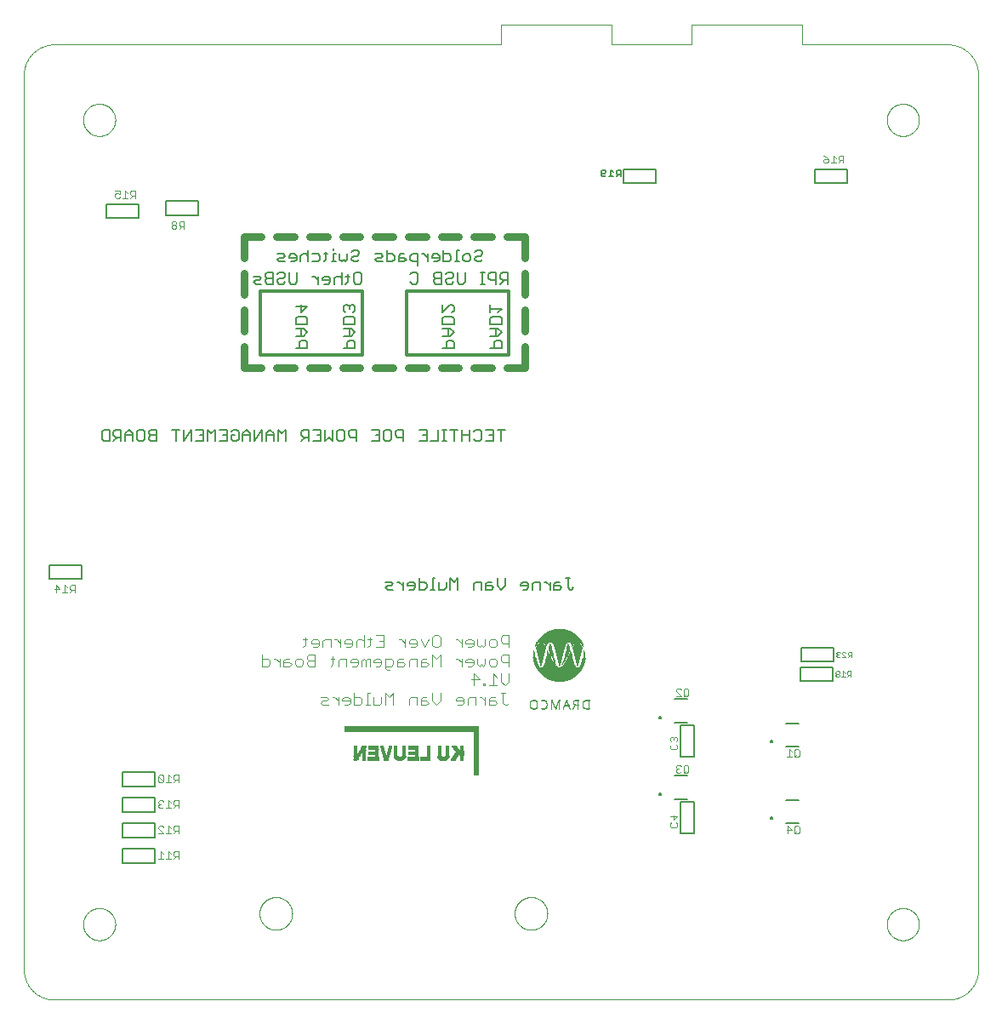
<source format=gbo>
G75*
%MOIN*%
%OFA0B0*%
%FSLAX25Y25*%
%IPPOS*%
%LPD*%
%AMOC8*
5,1,8,0,0,1.08239X$1,22.5*
%
%ADD10C,0.00000*%
%ADD11R,0.00525X0.00025*%
%ADD12R,0.00450X0.00025*%
%ADD13R,0.00900X0.00025*%
%ADD14R,0.00750X0.00025*%
%ADD15R,0.01150X0.00025*%
%ADD16R,0.00250X0.00025*%
%ADD17R,0.00275X0.00025*%
%ADD18R,0.00300X0.00025*%
%ADD19R,0.00150X0.00025*%
%ADD20R,0.00225X0.00025*%
%ADD21R,0.00950X0.00025*%
%ADD22R,0.01325X0.00025*%
%ADD23R,0.00200X0.00025*%
%ADD24R,0.01125X0.00025*%
%ADD25R,0.01450X0.00025*%
%ADD26R,0.01500X0.00025*%
%ADD27R,0.01250X0.00025*%
%ADD28R,0.01550X0.00025*%
%ADD29R,0.01575X0.00025*%
%ADD30R,0.01400X0.00025*%
%ADD31R,0.01625X0.00025*%
%ADD32R,0.01700X0.00025*%
%ADD33R,0.01675X0.00025*%
%ADD34R,0.01775X0.00025*%
%ADD35R,0.01725X0.00025*%
%ADD36R,0.01650X0.00025*%
%ADD37R,0.01825X0.00025*%
%ADD38R,0.00725X0.00025*%
%ADD39R,0.00550X0.00025*%
%ADD40R,0.01875X0.00025*%
%ADD41R,0.00325X0.00025*%
%ADD42R,0.00625X0.00025*%
%ADD43R,0.00350X0.00025*%
%ADD44R,0.00575X0.00025*%
%ADD45R,0.00375X0.00025*%
%ADD46R,0.00100X0.00025*%
%ADD47R,0.00475X0.00025*%
%ADD48R,0.00400X0.00025*%
%ADD49R,0.00425X0.00025*%
%ADD50R,0.00500X0.00025*%
%ADD51R,0.01950X0.00025*%
%ADD52R,0.01900X0.00025*%
%ADD53R,0.01850X0.00025*%
%ADD54R,0.01800X0.00025*%
%ADD55R,0.01375X0.00025*%
%ADD56R,0.01475X0.00025*%
%ADD57R,0.01525X0.00025*%
%ADD58R,0.01600X0.00025*%
%ADD59R,0.00025X0.00025*%
%ADD60R,0.00600X0.00025*%
%ADD61R,0.00675X0.00025*%
%ADD62R,0.00800X0.00025*%
%ADD63R,0.01750X0.00025*%
%ADD64R,0.00650X0.00025*%
%ADD65R,0.00700X0.00025*%
%ADD66R,0.01350X0.00025*%
%ADD67R,0.01175X0.00025*%
%ADD68R,0.01075X0.00025*%
%ADD69R,0.01000X0.00025*%
%ADD70R,0.00175X0.00025*%
%ADD71R,0.02425X0.00025*%
%ADD72R,0.02800X0.00025*%
%ADD73R,0.03150X0.00025*%
%ADD74R,0.03450X0.00025*%
%ADD75R,0.03750X0.00025*%
%ADD76R,0.04000X0.00025*%
%ADD77R,0.04250X0.00025*%
%ADD78R,0.04475X0.00025*%
%ADD79R,0.04700X0.00025*%
%ADD80R,0.04900X0.00025*%
%ADD81R,0.05100X0.00025*%
%ADD82R,0.05275X0.00025*%
%ADD83R,0.05475X0.00025*%
%ADD84R,0.05650X0.00025*%
%ADD85R,0.05800X0.00025*%
%ADD86R,0.05975X0.00025*%
%ADD87R,0.06150X0.00025*%
%ADD88R,0.06300X0.00025*%
%ADD89R,0.06450X0.00025*%
%ADD90R,0.06600X0.00025*%
%ADD91R,0.06750X0.00025*%
%ADD92R,0.06875X0.00025*%
%ADD93R,0.07025X0.00025*%
%ADD94R,0.07150X0.00025*%
%ADD95R,0.07300X0.00025*%
%ADD96R,0.07425X0.00025*%
%ADD97R,0.07550X0.00025*%
%ADD98R,0.07675X0.00025*%
%ADD99R,0.07800X0.00025*%
%ADD100R,0.07925X0.00025*%
%ADD101R,0.08025X0.00025*%
%ADD102R,0.08150X0.00025*%
%ADD103R,0.08275X0.00025*%
%ADD104R,0.08375X0.00025*%
%ADD105R,0.08500X0.00025*%
%ADD106R,0.08600X0.00025*%
%ADD107R,0.08700X0.00025*%
%ADD108R,0.08800X0.00025*%
%ADD109R,0.08925X0.00025*%
%ADD110R,0.09025X0.00025*%
%ADD111R,0.09125X0.00025*%
%ADD112R,0.09225X0.00025*%
%ADD113R,0.09325X0.00025*%
%ADD114R,0.09400X0.00025*%
%ADD115R,0.09500X0.00025*%
%ADD116R,0.09600X0.00025*%
%ADD117R,0.09700X0.00025*%
%ADD118R,0.09800X0.00025*%
%ADD119R,0.09875X0.00025*%
%ADD120R,0.09975X0.00025*%
%ADD121R,0.10075X0.00025*%
%ADD122R,0.10150X0.00025*%
%ADD123R,0.10225X0.00025*%
%ADD124R,0.10325X0.00025*%
%ADD125R,0.10400X0.00025*%
%ADD126R,0.10500X0.00025*%
%ADD127R,0.10575X0.00025*%
%ADD128R,0.10650X0.00025*%
%ADD129R,0.10750X0.00025*%
%ADD130R,0.10825X0.00025*%
%ADD131R,0.10900X0.00025*%
%ADD132R,0.10975X0.00025*%
%ADD133R,0.11050X0.00025*%
%ADD134R,0.11125X0.00025*%
%ADD135R,0.11200X0.00025*%
%ADD136R,0.11275X0.00025*%
%ADD137R,0.11375X0.00025*%
%ADD138R,0.11425X0.00025*%
%ADD139R,0.11500X0.00025*%
%ADD140R,0.11575X0.00025*%
%ADD141R,0.11650X0.00025*%
%ADD142R,0.11725X0.00025*%
%ADD143R,0.11800X0.00025*%
%ADD144R,0.11875X0.00025*%
%ADD145R,0.11950X0.00025*%
%ADD146R,0.12000X0.00025*%
%ADD147R,0.12075X0.00025*%
%ADD148R,0.12150X0.00025*%
%ADD149R,0.12225X0.00025*%
%ADD150R,0.12275X0.00025*%
%ADD151R,0.12350X0.00025*%
%ADD152R,0.12400X0.00025*%
%ADD153R,0.12475X0.00025*%
%ADD154R,0.12550X0.00025*%
%ADD155R,0.12600X0.00025*%
%ADD156R,0.12675X0.00025*%
%ADD157R,0.12725X0.00025*%
%ADD158R,0.12800X0.00025*%
%ADD159R,0.12850X0.00025*%
%ADD160R,0.12925X0.00025*%
%ADD161R,0.12975X0.00025*%
%ADD162R,0.13050X0.00025*%
%ADD163R,0.13100X0.00025*%
%ADD164R,0.13150X0.00025*%
%ADD165R,0.13225X0.00025*%
%ADD166R,0.13275X0.00025*%
%ADD167R,0.13325X0.00025*%
%ADD168R,0.13400X0.00025*%
%ADD169R,0.13450X0.00025*%
%ADD170R,0.13500X0.00025*%
%ADD171R,0.13575X0.00025*%
%ADD172R,0.13625X0.00025*%
%ADD173R,0.13675X0.00025*%
%ADD174R,0.13725X0.00025*%
%ADD175R,0.13800X0.00025*%
%ADD176R,0.13850X0.00025*%
%ADD177R,0.13900X0.00025*%
%ADD178R,0.13950X0.00025*%
%ADD179R,0.14000X0.00025*%
%ADD180R,0.14050X0.00025*%
%ADD181R,0.14125X0.00025*%
%ADD182R,0.14175X0.00025*%
%ADD183R,0.14225X0.00025*%
%ADD184R,0.14275X0.00025*%
%ADD185R,0.14325X0.00025*%
%ADD186R,0.14375X0.00025*%
%ADD187R,0.14425X0.00025*%
%ADD188R,0.14475X0.00025*%
%ADD189R,0.14525X0.00025*%
%ADD190R,0.14575X0.00025*%
%ADD191R,0.14625X0.00025*%
%ADD192R,0.14675X0.00025*%
%ADD193R,0.14725X0.00025*%
%ADD194R,0.14775X0.00025*%
%ADD195R,0.14825X0.00025*%
%ADD196R,0.14850X0.00025*%
%ADD197R,0.14900X0.00025*%
%ADD198R,0.14950X0.00025*%
%ADD199R,0.15000X0.00025*%
%ADD200R,0.15050X0.00025*%
%ADD201R,0.15100X0.00025*%
%ADD202R,0.15125X0.00025*%
%ADD203R,0.15175X0.00025*%
%ADD204R,0.15225X0.00025*%
%ADD205R,0.15275X0.00025*%
%ADD206R,0.15325X0.00025*%
%ADD207R,0.15350X0.00025*%
%ADD208R,0.15400X0.00025*%
%ADD209R,0.15450X0.00025*%
%ADD210R,0.15500X0.00025*%
%ADD211R,0.15525X0.00025*%
%ADD212R,0.15575X0.00025*%
%ADD213R,0.15625X0.00025*%
%ADD214R,0.15675X0.00025*%
%ADD215R,0.15700X0.00025*%
%ADD216R,0.15750X0.00025*%
%ADD217R,0.15775X0.00025*%
%ADD218R,0.15825X0.00025*%
%ADD219R,0.15875X0.00025*%
%ADD220R,0.15900X0.00025*%
%ADD221R,0.15950X0.00025*%
%ADD222R,0.15975X0.00025*%
%ADD223R,0.16025X0.00025*%
%ADD224R,0.16075X0.00025*%
%ADD225R,0.16100X0.00025*%
%ADD226R,0.16150X0.00025*%
%ADD227R,0.16175X0.00025*%
%ADD228R,0.16225X0.00025*%
%ADD229R,0.16275X0.00025*%
%ADD230R,0.16300X0.00025*%
%ADD231R,0.16325X0.00025*%
%ADD232R,0.16375X0.00025*%
%ADD233R,0.16425X0.00025*%
%ADD234R,0.16450X0.00025*%
%ADD235R,0.16475X0.00025*%
%ADD236R,0.16525X0.00025*%
%ADD237R,0.16575X0.00025*%
%ADD238R,0.16600X0.00025*%
%ADD239R,0.16625X0.00025*%
%ADD240R,0.16675X0.00025*%
%ADD241R,0.16700X0.00025*%
%ADD242R,0.16750X0.00025*%
%ADD243R,0.16775X0.00025*%
%ADD244R,0.16800X0.00025*%
%ADD245R,0.16850X0.00025*%
%ADD246R,0.16875X0.00025*%
%ADD247R,0.16925X0.00025*%
%ADD248R,0.16950X0.00025*%
%ADD249R,0.16975X0.00025*%
%ADD250R,0.17025X0.00025*%
%ADD251R,0.17050X0.00025*%
%ADD252R,0.17075X0.00025*%
%ADD253R,0.17125X0.00025*%
%ADD254R,0.17150X0.00025*%
%ADD255R,0.17175X0.00025*%
%ADD256R,0.17225X0.00025*%
%ADD257R,0.17250X0.00025*%
%ADD258R,0.17275X0.00025*%
%ADD259R,0.17300X0.00025*%
%ADD260R,0.17325X0.00025*%
%ADD261R,0.17375X0.00025*%
%ADD262R,0.17400X0.00025*%
%ADD263R,0.17425X0.00025*%
%ADD264R,0.17475X0.00025*%
%ADD265R,0.17500X0.00025*%
%ADD266R,0.17525X0.00025*%
%ADD267R,0.17550X0.00025*%
%ADD268R,0.17575X0.00025*%
%ADD269R,0.17625X0.00025*%
%ADD270R,0.17650X0.00025*%
%ADD271R,0.17675X0.00025*%
%ADD272R,0.17700X0.00025*%
%ADD273R,0.17725X0.00025*%
%ADD274R,0.17750X0.00025*%
%ADD275R,0.17775X0.00025*%
%ADD276R,0.17825X0.00025*%
%ADD277R,0.17850X0.00025*%
%ADD278R,0.17875X0.00025*%
%ADD279R,0.17900X0.00025*%
%ADD280R,0.17925X0.00025*%
%ADD281R,0.17950X0.00025*%
%ADD282R,0.17975X0.00025*%
%ADD283R,0.18000X0.00025*%
%ADD284R,0.18025X0.00025*%
%ADD285R,0.18075X0.00025*%
%ADD286R,0.06850X0.00025*%
%ADD287R,0.06575X0.00025*%
%ADD288R,0.06375X0.00025*%
%ADD289R,0.06250X0.00025*%
%ADD290R,0.06125X0.00025*%
%ADD291R,0.06050X0.00025*%
%ADD292R,0.01275X0.00025*%
%ADD293R,0.05925X0.00025*%
%ADD294R,0.05900X0.00025*%
%ADD295R,0.05850X0.00025*%
%ADD296R,0.05825X0.00025*%
%ADD297R,0.01300X0.00025*%
%ADD298R,0.05775X0.00025*%
%ADD299R,0.05725X0.00025*%
%ADD300R,0.01225X0.00025*%
%ADD301R,0.05675X0.00025*%
%ADD302R,0.05625X0.00025*%
%ADD303R,0.01200X0.00025*%
%ADD304R,0.05600X0.00025*%
%ADD305R,0.05575X0.00025*%
%ADD306R,0.05525X0.00025*%
%ADD307R,0.05500X0.00025*%
%ADD308R,0.05400X0.00025*%
%ADD309R,0.05375X0.00025*%
%ADD310R,0.05350X0.00025*%
%ADD311R,0.05300X0.00025*%
%ADD312R,0.05250X0.00025*%
%ADD313R,0.05225X0.00025*%
%ADD314R,0.05200X0.00025*%
%ADD315R,0.05150X0.00025*%
%ADD316R,0.05075X0.00025*%
%ADD317R,0.05050X0.00025*%
%ADD318R,0.05025X0.00025*%
%ADD319R,0.05000X0.00025*%
%ADD320R,0.04975X0.00025*%
%ADD321R,0.04950X0.00025*%
%ADD322R,0.04925X0.00025*%
%ADD323R,0.00050X0.00025*%
%ADD324R,0.04875X0.00025*%
%ADD325R,0.00075X0.00025*%
%ADD326R,0.04850X0.00025*%
%ADD327R,0.04825X0.00025*%
%ADD328R,0.04775X0.00025*%
%ADD329R,0.04800X0.00025*%
%ADD330R,0.00125X0.00025*%
%ADD331R,0.04750X0.00025*%
%ADD332R,0.04725X0.00025*%
%ADD333R,0.04675X0.00025*%
%ADD334R,0.04650X0.00025*%
%ADD335R,0.04625X0.00025*%
%ADD336R,0.04600X0.00025*%
%ADD337R,0.04575X0.00025*%
%ADD338R,0.04550X0.00025*%
%ADD339R,0.04525X0.00025*%
%ADD340R,0.04500X0.00025*%
%ADD341R,0.04450X0.00025*%
%ADD342R,0.04425X0.00025*%
%ADD343R,0.04400X0.00025*%
%ADD344R,0.04375X0.00025*%
%ADD345R,0.04350X0.00025*%
%ADD346R,0.04325X0.00025*%
%ADD347R,0.04300X0.00025*%
%ADD348R,0.04275X0.00025*%
%ADD349R,0.04225X0.00025*%
%ADD350R,0.04200X0.00025*%
%ADD351R,0.04175X0.00025*%
%ADD352R,0.04150X0.00025*%
%ADD353R,0.04125X0.00025*%
%ADD354R,0.04100X0.00025*%
%ADD355R,0.04075X0.00025*%
%ADD356R,0.04050X0.00025*%
%ADD357R,0.04025X0.00025*%
%ADD358R,0.03975X0.00025*%
%ADD359R,0.03950X0.00025*%
%ADD360R,0.03925X0.00025*%
%ADD361R,0.03900X0.00025*%
%ADD362R,0.03875X0.00025*%
%ADD363R,0.03850X0.00025*%
%ADD364R,0.00775X0.00025*%
%ADD365R,0.03825X0.00025*%
%ADD366R,0.03800X0.00025*%
%ADD367R,0.03775X0.00025*%
%ADD368R,0.00825X0.00025*%
%ADD369R,0.03725X0.00025*%
%ADD370R,0.00850X0.00025*%
%ADD371R,0.03700X0.00025*%
%ADD372R,0.00875X0.00025*%
%ADD373R,0.03675X0.00025*%
%ADD374R,0.03650X0.00025*%
%ADD375R,0.03625X0.00025*%
%ADD376R,0.00925X0.00025*%
%ADD377R,0.03600X0.00025*%
%ADD378R,0.03575X0.00025*%
%ADD379R,0.01100X0.00025*%
%ADD380R,0.03550X0.00025*%
%ADD381R,0.00975X0.00025*%
%ADD382R,0.03525X0.00025*%
%ADD383R,0.03500X0.00025*%
%ADD384R,0.03475X0.00025*%
%ADD385R,0.01025X0.00025*%
%ADD386R,0.03425X0.00025*%
%ADD387R,0.01050X0.00025*%
%ADD388R,0.03400X0.00025*%
%ADD389R,0.03375X0.00025*%
%ADD390R,0.03350X0.00025*%
%ADD391R,0.03325X0.00025*%
%ADD392R,0.03300X0.00025*%
%ADD393R,0.03275X0.00025*%
%ADD394R,0.03250X0.00025*%
%ADD395R,0.03225X0.00025*%
%ADD396R,0.03200X0.00025*%
%ADD397R,0.03175X0.00025*%
%ADD398R,0.03125X0.00025*%
%ADD399R,0.03100X0.00025*%
%ADD400R,0.03075X0.00025*%
%ADD401R,0.03050X0.00025*%
%ADD402R,0.03025X0.00025*%
%ADD403R,0.03000X0.00025*%
%ADD404R,0.02975X0.00025*%
%ADD405R,0.02950X0.00025*%
%ADD406R,0.02925X0.00025*%
%ADD407R,0.02900X0.00025*%
%ADD408R,0.02875X0.00025*%
%ADD409R,0.01425X0.00025*%
%ADD410R,0.02850X0.00025*%
%ADD411R,0.02825X0.00025*%
%ADD412R,0.02775X0.00025*%
%ADD413R,0.02750X0.00025*%
%ADD414R,0.02725X0.00025*%
%ADD415R,0.02700X0.00025*%
%ADD416R,0.02675X0.00025*%
%ADD417R,0.02650X0.00025*%
%ADD418R,0.02625X0.00025*%
%ADD419R,0.02600X0.00025*%
%ADD420R,0.02575X0.00025*%
%ADD421R,0.02550X0.00025*%
%ADD422R,0.02525X0.00025*%
%ADD423R,0.02500X0.00025*%
%ADD424R,0.02475X0.00025*%
%ADD425R,0.02450X0.00025*%
%ADD426R,0.02400X0.00025*%
%ADD427R,0.02375X0.00025*%
%ADD428R,0.02350X0.00025*%
%ADD429R,0.02325X0.00025*%
%ADD430R,0.02300X0.00025*%
%ADD431R,0.02275X0.00025*%
%ADD432R,0.02250X0.00025*%
%ADD433R,0.02225X0.00025*%
%ADD434R,0.02200X0.00025*%
%ADD435R,0.02175X0.00025*%
%ADD436R,0.02150X0.00025*%
%ADD437R,0.02125X0.00025*%
%ADD438R,0.01925X0.00025*%
%ADD439R,0.02100X0.00025*%
%ADD440R,0.02075X0.00025*%
%ADD441R,0.02050X0.00025*%
%ADD442R,0.01975X0.00025*%
%ADD443R,0.02025X0.00025*%
%ADD444R,0.02000X0.00025*%
%ADD445R,0.05125X0.00025*%
%ADD446R,0.05175X0.00025*%
%ADD447R,0.05325X0.00025*%
%ADD448R,0.05425X0.00025*%
%ADD449R,0.05550X0.00025*%
%ADD450R,0.05875X0.00025*%
%ADD451R,0.05950X0.00025*%
%ADD452R,0.06025X0.00025*%
%ADD453R,0.06225X0.00025*%
%ADD454R,0.06350X0.00025*%
%ADD455R,0.06500X0.00025*%
%ADD456R,0.17350X0.00025*%
%ADD457R,0.16825X0.00025*%
%ADD458R,0.16725X0.00025*%
%ADD459R,0.16500X0.00025*%
%ADD460R,0.16350X0.00025*%
%ADD461R,0.16200X0.00025*%
%ADD462R,0.16125X0.00025*%
%ADD463R,0.16000X0.00025*%
%ADD464R,0.15925X0.00025*%
%ADD465R,0.15800X0.00025*%
%ADD466R,0.15725X0.00025*%
%ADD467R,0.15550X0.00025*%
%ADD468R,0.15475X0.00025*%
%ADD469R,0.15425X0.00025*%
%ADD470R,0.15375X0.00025*%
%ADD471R,0.15200X0.00025*%
%ADD472R,0.15150X0.00025*%
%ADD473R,0.15025X0.00025*%
%ADD474R,0.14975X0.00025*%
%ADD475R,0.14925X0.00025*%
%ADD476R,0.14875X0.00025*%
%ADD477R,0.14075X0.00025*%
%ADD478R,0.14025X0.00025*%
%ADD479R,0.13975X0.00025*%
%ADD480R,0.13925X0.00025*%
%ADD481R,0.13875X0.00025*%
%ADD482R,0.13750X0.00025*%
%ADD483R,0.13700X0.00025*%
%ADD484R,0.13650X0.00025*%
%ADD485R,0.13525X0.00025*%
%ADD486R,0.13475X0.00025*%
%ADD487R,0.13425X0.00025*%
%ADD488R,0.13350X0.00025*%
%ADD489R,0.13300X0.00025*%
%ADD490R,0.13250X0.00025*%
%ADD491R,0.13175X0.00025*%
%ADD492R,0.13125X0.00025*%
%ADD493R,0.13000X0.00025*%
%ADD494R,0.12950X0.00025*%
%ADD495R,0.12875X0.00025*%
%ADD496R,0.12825X0.00025*%
%ADD497R,0.12750X0.00025*%
%ADD498R,0.12700X0.00025*%
%ADD499R,0.12625X0.00025*%
%ADD500R,0.12575X0.00025*%
%ADD501R,0.12500X0.00025*%
%ADD502R,0.12425X0.00025*%
%ADD503R,0.12375X0.00025*%
%ADD504R,0.12300X0.00025*%
%ADD505R,0.12175X0.00025*%
%ADD506R,0.12100X0.00025*%
%ADD507R,0.12025X0.00025*%
%ADD508R,0.11975X0.00025*%
%ADD509R,0.11900X0.00025*%
%ADD510R,0.11825X0.00025*%
%ADD511R,0.11750X0.00025*%
%ADD512R,0.11675X0.00025*%
%ADD513R,0.11600X0.00025*%
%ADD514R,0.11550X0.00025*%
%ADD515R,0.11475X0.00025*%
%ADD516R,0.11400X0.00025*%
%ADD517R,0.11325X0.00025*%
%ADD518R,0.11250X0.00025*%
%ADD519R,0.11150X0.00025*%
%ADD520R,0.11075X0.00025*%
%ADD521R,0.11000X0.00025*%
%ADD522R,0.10925X0.00025*%
%ADD523R,0.10850X0.00025*%
%ADD524R,0.10775X0.00025*%
%ADD525R,0.10700X0.00025*%
%ADD526R,0.10600X0.00025*%
%ADD527R,0.10525X0.00025*%
%ADD528R,0.10450X0.00025*%
%ADD529R,0.10350X0.00025*%
%ADD530R,0.10275X0.00025*%
%ADD531R,0.10200X0.00025*%
%ADD532R,0.10100X0.00025*%
%ADD533R,0.10000X0.00025*%
%ADD534R,0.09925X0.00025*%
%ADD535R,0.09825X0.00025*%
%ADD536R,0.09725X0.00025*%
%ADD537R,0.09650X0.00025*%
%ADD538R,0.09550X0.00025*%
%ADD539R,0.09475X0.00025*%
%ADD540R,0.09350X0.00025*%
%ADD541R,0.09250X0.00025*%
%ADD542R,0.09150X0.00025*%
%ADD543R,0.09050X0.00025*%
%ADD544R,0.08950X0.00025*%
%ADD545R,0.08850X0.00025*%
%ADD546R,0.08750X0.00025*%
%ADD547R,0.08650X0.00025*%
%ADD548R,0.08550X0.00025*%
%ADD549R,0.08425X0.00025*%
%ADD550R,0.08325X0.00025*%
%ADD551R,0.08200X0.00025*%
%ADD552R,0.08100X0.00025*%
%ADD553R,0.07975X0.00025*%
%ADD554R,0.07850X0.00025*%
%ADD555R,0.07725X0.00025*%
%ADD556R,0.07600X0.00025*%
%ADD557R,0.07475X0.00025*%
%ADD558R,0.07350X0.00025*%
%ADD559R,0.07225X0.00025*%
%ADD560R,0.07100X0.00025*%
%ADD561R,0.06950X0.00025*%
%ADD562R,0.06825X0.00025*%
%ADD563R,0.06675X0.00025*%
%ADD564R,0.06525X0.00025*%
%ADD565R,0.06075X0.00025*%
%ADD566C,0.00400*%
%ADD567R,0.02000X0.00080*%
%ADD568R,0.00640X0.00080*%
%ADD569R,0.00640X0.00080*%
%ADD570R,0.01760X0.00080*%
%ADD571R,0.01600X0.00080*%
%ADD572R,0.01440X0.00080*%
%ADD573R,0.04400X0.00080*%
%ADD574R,0.02320X0.00080*%
%ADD575R,0.03920X0.00080*%
%ADD576R,0.02400X0.00080*%
%ADD577R,0.01920X0.00080*%
%ADD578R,0.01520X0.00080*%
%ADD579R,0.01840X0.00080*%
%ADD580R,0.02800X0.00080*%
%ADD581R,0.02720X0.00080*%
%ADD582R,0.01920X0.00080*%
%ADD583R,0.01680X0.00080*%
%ADD584R,0.03120X0.00080*%
%ADD585R,0.03120X0.00080*%
%ADD586R,0.01840X0.00080*%
%ADD587R,0.03280X0.00080*%
%ADD588R,0.03360X0.00080*%
%ADD589R,0.03520X0.00080*%
%ADD590R,0.03520X0.00080*%
%ADD591R,0.03760X0.00080*%
%ADD592R,0.03680X0.00080*%
%ADD593R,0.02080X0.00080*%
%ADD594R,0.03920X0.00080*%
%ADD595R,0.03840X0.00080*%
%ADD596R,0.04000X0.00080*%
%ADD597R,0.02160X0.00080*%
%ADD598R,0.04080X0.00080*%
%ADD599R,0.04160X0.00080*%
%ADD600R,0.02240X0.00080*%
%ADD601R,0.04240X0.00080*%
%ADD602R,0.04320X0.00080*%
%ADD603R,0.02320X0.00080*%
%ADD604R,0.04480X0.00080*%
%ADD605R,0.04560X0.00080*%
%ADD606R,0.02480X0.00080*%
%ADD607R,0.02240X0.00080*%
%ADD608R,0.02560X0.00080*%
%ADD609R,0.02640X0.00080*%
%ADD610R,0.01520X0.00080*%
%ADD611R,0.02880X0.00080*%
%ADD612R,0.02960X0.00080*%
%ADD613R,0.01440X0.00080*%
%ADD614R,0.03840X0.00080*%
%ADD615R,0.01360X0.00080*%
%ADD616R,0.01280X0.00080*%
%ADD617R,0.03600X0.00080*%
%ADD618R,0.03440X0.00080*%
%ADD619R,0.03200X0.00080*%
%ADD620R,0.04320X0.00080*%
%ADD621R,0.52880X0.00080*%
%ADD622C,0.01200*%
%ADD623C,0.00500*%
%ADD624C,0.03000*%
%ADD625C,0.00800*%
%ADD626C,0.00300*%
%ADD627C,0.00787*%
%ADD628C,0.00200*%
%ADD629C,0.00600*%
D10*
X0056111Y0063050D02*
X0406505Y0063050D01*
X0406790Y0063053D01*
X0407076Y0063064D01*
X0407361Y0063081D01*
X0407645Y0063105D01*
X0407929Y0063136D01*
X0408212Y0063174D01*
X0408493Y0063219D01*
X0408774Y0063270D01*
X0409054Y0063328D01*
X0409332Y0063393D01*
X0409608Y0063465D01*
X0409882Y0063543D01*
X0410155Y0063628D01*
X0410425Y0063720D01*
X0410693Y0063818D01*
X0410959Y0063922D01*
X0411222Y0064033D01*
X0411482Y0064150D01*
X0411740Y0064273D01*
X0411994Y0064403D01*
X0412245Y0064539D01*
X0412493Y0064680D01*
X0412737Y0064828D01*
X0412978Y0064981D01*
X0413214Y0065141D01*
X0413447Y0065306D01*
X0413676Y0065476D01*
X0413901Y0065652D01*
X0414121Y0065834D01*
X0414337Y0066020D01*
X0414548Y0066212D01*
X0414755Y0066409D01*
X0414957Y0066611D01*
X0415154Y0066818D01*
X0415346Y0067029D01*
X0415532Y0067245D01*
X0415714Y0067465D01*
X0415890Y0067690D01*
X0416060Y0067919D01*
X0416225Y0068152D01*
X0416385Y0068388D01*
X0416538Y0068629D01*
X0416686Y0068873D01*
X0416827Y0069121D01*
X0416963Y0069372D01*
X0417093Y0069626D01*
X0417216Y0069884D01*
X0417333Y0070144D01*
X0417444Y0070407D01*
X0417548Y0070673D01*
X0417646Y0070941D01*
X0417738Y0071211D01*
X0417823Y0071484D01*
X0417901Y0071758D01*
X0417973Y0072034D01*
X0418038Y0072312D01*
X0418096Y0072592D01*
X0418147Y0072873D01*
X0418192Y0073154D01*
X0418230Y0073437D01*
X0418261Y0073721D01*
X0418285Y0074005D01*
X0418302Y0074290D01*
X0418313Y0074576D01*
X0418316Y0074861D01*
X0418316Y0425255D01*
X0418313Y0425540D01*
X0418302Y0425826D01*
X0418285Y0426111D01*
X0418261Y0426395D01*
X0418230Y0426679D01*
X0418192Y0426962D01*
X0418147Y0427243D01*
X0418096Y0427524D01*
X0418038Y0427804D01*
X0417973Y0428082D01*
X0417901Y0428358D01*
X0417823Y0428632D01*
X0417738Y0428905D01*
X0417646Y0429175D01*
X0417548Y0429443D01*
X0417444Y0429709D01*
X0417333Y0429972D01*
X0417216Y0430232D01*
X0417093Y0430490D01*
X0416963Y0430744D01*
X0416827Y0430995D01*
X0416686Y0431243D01*
X0416538Y0431487D01*
X0416385Y0431728D01*
X0416225Y0431964D01*
X0416060Y0432197D01*
X0415890Y0432426D01*
X0415714Y0432651D01*
X0415532Y0432871D01*
X0415346Y0433087D01*
X0415154Y0433298D01*
X0414957Y0433505D01*
X0414755Y0433707D01*
X0414548Y0433904D01*
X0414337Y0434096D01*
X0414121Y0434282D01*
X0413901Y0434464D01*
X0413676Y0434640D01*
X0413447Y0434810D01*
X0413214Y0434975D01*
X0412978Y0435135D01*
X0412737Y0435288D01*
X0412493Y0435436D01*
X0412245Y0435577D01*
X0411994Y0435713D01*
X0411740Y0435843D01*
X0411482Y0435966D01*
X0411222Y0436083D01*
X0410959Y0436194D01*
X0410693Y0436298D01*
X0410425Y0436396D01*
X0410155Y0436488D01*
X0409882Y0436573D01*
X0409608Y0436651D01*
X0409332Y0436723D01*
X0409054Y0436788D01*
X0408774Y0436846D01*
X0408493Y0436897D01*
X0408212Y0436942D01*
X0407929Y0436980D01*
X0407645Y0437011D01*
X0407361Y0437035D01*
X0407076Y0437052D01*
X0406790Y0437063D01*
X0406505Y0437066D01*
X0349418Y0437066D01*
X0349418Y0444940D01*
X0306111Y0444940D01*
X0306111Y0437066D01*
X0274615Y0437066D01*
X0274615Y0444940D01*
X0231308Y0444940D01*
X0231308Y0437066D01*
X0056111Y0437066D01*
X0055826Y0437063D01*
X0055540Y0437052D01*
X0055255Y0437035D01*
X0054971Y0437011D01*
X0054687Y0436980D01*
X0054404Y0436942D01*
X0054123Y0436897D01*
X0053842Y0436846D01*
X0053562Y0436788D01*
X0053284Y0436723D01*
X0053008Y0436651D01*
X0052734Y0436573D01*
X0052461Y0436488D01*
X0052191Y0436396D01*
X0051923Y0436298D01*
X0051657Y0436194D01*
X0051394Y0436083D01*
X0051134Y0435966D01*
X0050876Y0435843D01*
X0050622Y0435713D01*
X0050371Y0435577D01*
X0050123Y0435436D01*
X0049879Y0435288D01*
X0049638Y0435135D01*
X0049402Y0434975D01*
X0049169Y0434810D01*
X0048940Y0434640D01*
X0048715Y0434464D01*
X0048495Y0434282D01*
X0048279Y0434096D01*
X0048068Y0433904D01*
X0047861Y0433707D01*
X0047659Y0433505D01*
X0047462Y0433298D01*
X0047270Y0433087D01*
X0047084Y0432871D01*
X0046902Y0432651D01*
X0046726Y0432426D01*
X0046556Y0432197D01*
X0046391Y0431964D01*
X0046231Y0431728D01*
X0046078Y0431487D01*
X0045930Y0431243D01*
X0045789Y0430995D01*
X0045653Y0430744D01*
X0045523Y0430490D01*
X0045400Y0430232D01*
X0045283Y0429972D01*
X0045172Y0429709D01*
X0045068Y0429443D01*
X0044970Y0429175D01*
X0044878Y0428905D01*
X0044793Y0428632D01*
X0044715Y0428358D01*
X0044643Y0428082D01*
X0044578Y0427804D01*
X0044520Y0427524D01*
X0044469Y0427243D01*
X0044424Y0426962D01*
X0044386Y0426679D01*
X0044355Y0426395D01*
X0044331Y0426111D01*
X0044314Y0425826D01*
X0044303Y0425540D01*
X0044300Y0425255D01*
X0044300Y0074861D01*
X0044303Y0074576D01*
X0044314Y0074290D01*
X0044331Y0074005D01*
X0044355Y0073721D01*
X0044386Y0073437D01*
X0044424Y0073154D01*
X0044469Y0072873D01*
X0044520Y0072592D01*
X0044578Y0072312D01*
X0044643Y0072034D01*
X0044715Y0071758D01*
X0044793Y0071484D01*
X0044878Y0071211D01*
X0044970Y0070941D01*
X0045068Y0070673D01*
X0045172Y0070407D01*
X0045283Y0070144D01*
X0045400Y0069884D01*
X0045523Y0069626D01*
X0045653Y0069372D01*
X0045789Y0069121D01*
X0045930Y0068873D01*
X0046078Y0068629D01*
X0046231Y0068388D01*
X0046391Y0068152D01*
X0046556Y0067919D01*
X0046726Y0067690D01*
X0046902Y0067465D01*
X0047084Y0067245D01*
X0047270Y0067029D01*
X0047462Y0066818D01*
X0047659Y0066611D01*
X0047861Y0066409D01*
X0048068Y0066212D01*
X0048279Y0066020D01*
X0048495Y0065834D01*
X0048715Y0065652D01*
X0048940Y0065476D01*
X0049169Y0065306D01*
X0049402Y0065141D01*
X0049638Y0064981D01*
X0049879Y0064828D01*
X0050123Y0064680D01*
X0050371Y0064539D01*
X0050622Y0064403D01*
X0050876Y0064273D01*
X0051134Y0064150D01*
X0051394Y0064033D01*
X0051657Y0063922D01*
X0051923Y0063818D01*
X0052191Y0063720D01*
X0052461Y0063628D01*
X0052734Y0063543D01*
X0053008Y0063465D01*
X0053284Y0063393D01*
X0053562Y0063328D01*
X0053842Y0063270D01*
X0054123Y0063219D01*
X0054404Y0063174D01*
X0054687Y0063136D01*
X0054971Y0063105D01*
X0055255Y0063081D01*
X0055540Y0063064D01*
X0055826Y0063053D01*
X0056111Y0063050D01*
X0067529Y0092578D02*
X0067531Y0092736D01*
X0067537Y0092894D01*
X0067547Y0093052D01*
X0067561Y0093210D01*
X0067579Y0093367D01*
X0067600Y0093524D01*
X0067626Y0093680D01*
X0067656Y0093836D01*
X0067689Y0093991D01*
X0067727Y0094144D01*
X0067768Y0094297D01*
X0067813Y0094449D01*
X0067862Y0094600D01*
X0067915Y0094749D01*
X0067971Y0094897D01*
X0068031Y0095043D01*
X0068095Y0095188D01*
X0068163Y0095331D01*
X0068234Y0095473D01*
X0068308Y0095613D01*
X0068386Y0095750D01*
X0068468Y0095886D01*
X0068552Y0096020D01*
X0068641Y0096151D01*
X0068732Y0096280D01*
X0068827Y0096407D01*
X0068924Y0096532D01*
X0069025Y0096654D01*
X0069129Y0096773D01*
X0069236Y0096890D01*
X0069346Y0097004D01*
X0069459Y0097115D01*
X0069574Y0097224D01*
X0069692Y0097329D01*
X0069813Y0097431D01*
X0069936Y0097531D01*
X0070062Y0097627D01*
X0070190Y0097720D01*
X0070320Y0097810D01*
X0070453Y0097896D01*
X0070588Y0097980D01*
X0070724Y0098059D01*
X0070863Y0098136D01*
X0071004Y0098208D01*
X0071146Y0098278D01*
X0071290Y0098343D01*
X0071436Y0098405D01*
X0071583Y0098463D01*
X0071732Y0098518D01*
X0071882Y0098569D01*
X0072033Y0098616D01*
X0072185Y0098659D01*
X0072338Y0098698D01*
X0072493Y0098734D01*
X0072648Y0098765D01*
X0072804Y0098793D01*
X0072960Y0098817D01*
X0073117Y0098837D01*
X0073275Y0098853D01*
X0073432Y0098865D01*
X0073591Y0098873D01*
X0073749Y0098877D01*
X0073907Y0098877D01*
X0074065Y0098873D01*
X0074224Y0098865D01*
X0074381Y0098853D01*
X0074539Y0098837D01*
X0074696Y0098817D01*
X0074852Y0098793D01*
X0075008Y0098765D01*
X0075163Y0098734D01*
X0075318Y0098698D01*
X0075471Y0098659D01*
X0075623Y0098616D01*
X0075774Y0098569D01*
X0075924Y0098518D01*
X0076073Y0098463D01*
X0076220Y0098405D01*
X0076366Y0098343D01*
X0076510Y0098278D01*
X0076652Y0098208D01*
X0076793Y0098136D01*
X0076932Y0098059D01*
X0077068Y0097980D01*
X0077203Y0097896D01*
X0077336Y0097810D01*
X0077466Y0097720D01*
X0077594Y0097627D01*
X0077720Y0097531D01*
X0077843Y0097431D01*
X0077964Y0097329D01*
X0078082Y0097224D01*
X0078197Y0097115D01*
X0078310Y0097004D01*
X0078420Y0096890D01*
X0078527Y0096773D01*
X0078631Y0096654D01*
X0078732Y0096532D01*
X0078829Y0096407D01*
X0078924Y0096280D01*
X0079015Y0096151D01*
X0079104Y0096020D01*
X0079188Y0095886D01*
X0079270Y0095750D01*
X0079348Y0095613D01*
X0079422Y0095473D01*
X0079493Y0095331D01*
X0079561Y0095188D01*
X0079625Y0095043D01*
X0079685Y0094897D01*
X0079741Y0094749D01*
X0079794Y0094600D01*
X0079843Y0094449D01*
X0079888Y0094297D01*
X0079929Y0094144D01*
X0079967Y0093991D01*
X0080000Y0093836D01*
X0080030Y0093680D01*
X0080056Y0093524D01*
X0080077Y0093367D01*
X0080095Y0093210D01*
X0080109Y0093052D01*
X0080119Y0092894D01*
X0080125Y0092736D01*
X0080127Y0092578D01*
X0080125Y0092420D01*
X0080119Y0092262D01*
X0080109Y0092104D01*
X0080095Y0091946D01*
X0080077Y0091789D01*
X0080056Y0091632D01*
X0080030Y0091476D01*
X0080000Y0091320D01*
X0079967Y0091165D01*
X0079929Y0091012D01*
X0079888Y0090859D01*
X0079843Y0090707D01*
X0079794Y0090556D01*
X0079741Y0090407D01*
X0079685Y0090259D01*
X0079625Y0090113D01*
X0079561Y0089968D01*
X0079493Y0089825D01*
X0079422Y0089683D01*
X0079348Y0089543D01*
X0079270Y0089406D01*
X0079188Y0089270D01*
X0079104Y0089136D01*
X0079015Y0089005D01*
X0078924Y0088876D01*
X0078829Y0088749D01*
X0078732Y0088624D01*
X0078631Y0088502D01*
X0078527Y0088383D01*
X0078420Y0088266D01*
X0078310Y0088152D01*
X0078197Y0088041D01*
X0078082Y0087932D01*
X0077964Y0087827D01*
X0077843Y0087725D01*
X0077720Y0087625D01*
X0077594Y0087529D01*
X0077466Y0087436D01*
X0077336Y0087346D01*
X0077203Y0087260D01*
X0077068Y0087176D01*
X0076932Y0087097D01*
X0076793Y0087020D01*
X0076652Y0086948D01*
X0076510Y0086878D01*
X0076366Y0086813D01*
X0076220Y0086751D01*
X0076073Y0086693D01*
X0075924Y0086638D01*
X0075774Y0086587D01*
X0075623Y0086540D01*
X0075471Y0086497D01*
X0075318Y0086458D01*
X0075163Y0086422D01*
X0075008Y0086391D01*
X0074852Y0086363D01*
X0074696Y0086339D01*
X0074539Y0086319D01*
X0074381Y0086303D01*
X0074224Y0086291D01*
X0074065Y0086283D01*
X0073907Y0086279D01*
X0073749Y0086279D01*
X0073591Y0086283D01*
X0073432Y0086291D01*
X0073275Y0086303D01*
X0073117Y0086319D01*
X0072960Y0086339D01*
X0072804Y0086363D01*
X0072648Y0086391D01*
X0072493Y0086422D01*
X0072338Y0086458D01*
X0072185Y0086497D01*
X0072033Y0086540D01*
X0071882Y0086587D01*
X0071732Y0086638D01*
X0071583Y0086693D01*
X0071436Y0086751D01*
X0071290Y0086813D01*
X0071146Y0086878D01*
X0071004Y0086948D01*
X0070863Y0087020D01*
X0070724Y0087097D01*
X0070588Y0087176D01*
X0070453Y0087260D01*
X0070320Y0087346D01*
X0070190Y0087436D01*
X0070062Y0087529D01*
X0069936Y0087625D01*
X0069813Y0087725D01*
X0069692Y0087827D01*
X0069574Y0087932D01*
X0069459Y0088041D01*
X0069346Y0088152D01*
X0069236Y0088266D01*
X0069129Y0088383D01*
X0069025Y0088502D01*
X0068924Y0088624D01*
X0068827Y0088749D01*
X0068732Y0088876D01*
X0068641Y0089005D01*
X0068552Y0089136D01*
X0068468Y0089270D01*
X0068386Y0089406D01*
X0068308Y0089543D01*
X0068234Y0089683D01*
X0068163Y0089825D01*
X0068095Y0089968D01*
X0068031Y0090113D01*
X0067971Y0090259D01*
X0067915Y0090407D01*
X0067862Y0090556D01*
X0067813Y0090707D01*
X0067768Y0090859D01*
X0067727Y0091012D01*
X0067689Y0091165D01*
X0067656Y0091320D01*
X0067626Y0091476D01*
X0067600Y0091632D01*
X0067579Y0091789D01*
X0067561Y0091946D01*
X0067547Y0092104D01*
X0067537Y0092262D01*
X0067531Y0092420D01*
X0067529Y0092578D01*
X0136652Y0096770D02*
X0136654Y0096930D01*
X0136660Y0097089D01*
X0136670Y0097248D01*
X0136684Y0097407D01*
X0136702Y0097566D01*
X0136723Y0097724D01*
X0136749Y0097881D01*
X0136779Y0098038D01*
X0136812Y0098194D01*
X0136850Y0098349D01*
X0136891Y0098503D01*
X0136936Y0098656D01*
X0136985Y0098808D01*
X0137038Y0098958D01*
X0137094Y0099107D01*
X0137154Y0099255D01*
X0137218Y0099401D01*
X0137286Y0099546D01*
X0137357Y0099689D01*
X0137431Y0099830D01*
X0137509Y0099969D01*
X0137591Y0100106D01*
X0137676Y0100241D01*
X0137764Y0100374D01*
X0137855Y0100505D01*
X0137950Y0100633D01*
X0138048Y0100759D01*
X0138149Y0100883D01*
X0138253Y0101003D01*
X0138360Y0101122D01*
X0138470Y0101237D01*
X0138583Y0101350D01*
X0138698Y0101460D01*
X0138817Y0101567D01*
X0138937Y0101671D01*
X0139061Y0101772D01*
X0139187Y0101870D01*
X0139315Y0101965D01*
X0139446Y0102056D01*
X0139579Y0102144D01*
X0139714Y0102229D01*
X0139851Y0102311D01*
X0139990Y0102389D01*
X0140131Y0102463D01*
X0140274Y0102534D01*
X0140419Y0102602D01*
X0140565Y0102666D01*
X0140713Y0102726D01*
X0140862Y0102782D01*
X0141012Y0102835D01*
X0141164Y0102884D01*
X0141317Y0102929D01*
X0141471Y0102970D01*
X0141626Y0103008D01*
X0141782Y0103041D01*
X0141939Y0103071D01*
X0142096Y0103097D01*
X0142254Y0103118D01*
X0142413Y0103136D01*
X0142572Y0103150D01*
X0142731Y0103160D01*
X0142890Y0103166D01*
X0143050Y0103168D01*
X0143210Y0103166D01*
X0143369Y0103160D01*
X0143528Y0103150D01*
X0143687Y0103136D01*
X0143846Y0103118D01*
X0144004Y0103097D01*
X0144161Y0103071D01*
X0144318Y0103041D01*
X0144474Y0103008D01*
X0144629Y0102970D01*
X0144783Y0102929D01*
X0144936Y0102884D01*
X0145088Y0102835D01*
X0145238Y0102782D01*
X0145387Y0102726D01*
X0145535Y0102666D01*
X0145681Y0102602D01*
X0145826Y0102534D01*
X0145969Y0102463D01*
X0146110Y0102389D01*
X0146249Y0102311D01*
X0146386Y0102229D01*
X0146521Y0102144D01*
X0146654Y0102056D01*
X0146785Y0101965D01*
X0146913Y0101870D01*
X0147039Y0101772D01*
X0147163Y0101671D01*
X0147283Y0101567D01*
X0147402Y0101460D01*
X0147517Y0101350D01*
X0147630Y0101237D01*
X0147740Y0101122D01*
X0147847Y0101003D01*
X0147951Y0100883D01*
X0148052Y0100759D01*
X0148150Y0100633D01*
X0148245Y0100505D01*
X0148336Y0100374D01*
X0148424Y0100241D01*
X0148509Y0100106D01*
X0148591Y0099969D01*
X0148669Y0099830D01*
X0148743Y0099689D01*
X0148814Y0099546D01*
X0148882Y0099401D01*
X0148946Y0099255D01*
X0149006Y0099107D01*
X0149062Y0098958D01*
X0149115Y0098808D01*
X0149164Y0098656D01*
X0149209Y0098503D01*
X0149250Y0098349D01*
X0149288Y0098194D01*
X0149321Y0098038D01*
X0149351Y0097881D01*
X0149377Y0097724D01*
X0149398Y0097566D01*
X0149416Y0097407D01*
X0149430Y0097248D01*
X0149440Y0097089D01*
X0149446Y0096930D01*
X0149448Y0096770D01*
X0149446Y0096610D01*
X0149440Y0096451D01*
X0149430Y0096292D01*
X0149416Y0096133D01*
X0149398Y0095974D01*
X0149377Y0095816D01*
X0149351Y0095659D01*
X0149321Y0095502D01*
X0149288Y0095346D01*
X0149250Y0095191D01*
X0149209Y0095037D01*
X0149164Y0094884D01*
X0149115Y0094732D01*
X0149062Y0094582D01*
X0149006Y0094433D01*
X0148946Y0094285D01*
X0148882Y0094139D01*
X0148814Y0093994D01*
X0148743Y0093851D01*
X0148669Y0093710D01*
X0148591Y0093571D01*
X0148509Y0093434D01*
X0148424Y0093299D01*
X0148336Y0093166D01*
X0148245Y0093035D01*
X0148150Y0092907D01*
X0148052Y0092781D01*
X0147951Y0092657D01*
X0147847Y0092537D01*
X0147740Y0092418D01*
X0147630Y0092303D01*
X0147517Y0092190D01*
X0147402Y0092080D01*
X0147283Y0091973D01*
X0147163Y0091869D01*
X0147039Y0091768D01*
X0146913Y0091670D01*
X0146785Y0091575D01*
X0146654Y0091484D01*
X0146521Y0091396D01*
X0146386Y0091311D01*
X0146249Y0091229D01*
X0146110Y0091151D01*
X0145969Y0091077D01*
X0145826Y0091006D01*
X0145681Y0090938D01*
X0145535Y0090874D01*
X0145387Y0090814D01*
X0145238Y0090758D01*
X0145088Y0090705D01*
X0144936Y0090656D01*
X0144783Y0090611D01*
X0144629Y0090570D01*
X0144474Y0090532D01*
X0144318Y0090499D01*
X0144161Y0090469D01*
X0144004Y0090443D01*
X0143846Y0090422D01*
X0143687Y0090404D01*
X0143528Y0090390D01*
X0143369Y0090380D01*
X0143210Y0090374D01*
X0143050Y0090372D01*
X0142890Y0090374D01*
X0142731Y0090380D01*
X0142572Y0090390D01*
X0142413Y0090404D01*
X0142254Y0090422D01*
X0142096Y0090443D01*
X0141939Y0090469D01*
X0141782Y0090499D01*
X0141626Y0090532D01*
X0141471Y0090570D01*
X0141317Y0090611D01*
X0141164Y0090656D01*
X0141012Y0090705D01*
X0140862Y0090758D01*
X0140713Y0090814D01*
X0140565Y0090874D01*
X0140419Y0090938D01*
X0140274Y0091006D01*
X0140131Y0091077D01*
X0139990Y0091151D01*
X0139851Y0091229D01*
X0139714Y0091311D01*
X0139579Y0091396D01*
X0139446Y0091484D01*
X0139315Y0091575D01*
X0139187Y0091670D01*
X0139061Y0091768D01*
X0138937Y0091869D01*
X0138817Y0091973D01*
X0138698Y0092080D01*
X0138583Y0092190D01*
X0138470Y0092303D01*
X0138360Y0092418D01*
X0138253Y0092537D01*
X0138149Y0092657D01*
X0138048Y0092781D01*
X0137950Y0092907D01*
X0137855Y0093035D01*
X0137764Y0093166D01*
X0137676Y0093299D01*
X0137591Y0093434D01*
X0137509Y0093571D01*
X0137431Y0093710D01*
X0137357Y0093851D01*
X0137286Y0093994D01*
X0137218Y0094139D01*
X0137154Y0094285D01*
X0137094Y0094433D01*
X0137038Y0094582D01*
X0136985Y0094732D01*
X0136936Y0094884D01*
X0136891Y0095037D01*
X0136850Y0095191D01*
X0136812Y0095346D01*
X0136779Y0095502D01*
X0136749Y0095659D01*
X0136723Y0095816D01*
X0136702Y0095974D01*
X0136684Y0096133D01*
X0136670Y0096292D01*
X0136660Y0096451D01*
X0136654Y0096610D01*
X0136652Y0096770D01*
X0236652Y0096770D02*
X0236654Y0096930D01*
X0236660Y0097089D01*
X0236670Y0097248D01*
X0236684Y0097407D01*
X0236702Y0097566D01*
X0236723Y0097724D01*
X0236749Y0097881D01*
X0236779Y0098038D01*
X0236812Y0098194D01*
X0236850Y0098349D01*
X0236891Y0098503D01*
X0236936Y0098656D01*
X0236985Y0098808D01*
X0237038Y0098958D01*
X0237094Y0099107D01*
X0237154Y0099255D01*
X0237218Y0099401D01*
X0237286Y0099546D01*
X0237357Y0099689D01*
X0237431Y0099830D01*
X0237509Y0099969D01*
X0237591Y0100106D01*
X0237676Y0100241D01*
X0237764Y0100374D01*
X0237855Y0100505D01*
X0237950Y0100633D01*
X0238048Y0100759D01*
X0238149Y0100883D01*
X0238253Y0101003D01*
X0238360Y0101122D01*
X0238470Y0101237D01*
X0238583Y0101350D01*
X0238698Y0101460D01*
X0238817Y0101567D01*
X0238937Y0101671D01*
X0239061Y0101772D01*
X0239187Y0101870D01*
X0239315Y0101965D01*
X0239446Y0102056D01*
X0239579Y0102144D01*
X0239714Y0102229D01*
X0239851Y0102311D01*
X0239990Y0102389D01*
X0240131Y0102463D01*
X0240274Y0102534D01*
X0240419Y0102602D01*
X0240565Y0102666D01*
X0240713Y0102726D01*
X0240862Y0102782D01*
X0241012Y0102835D01*
X0241164Y0102884D01*
X0241317Y0102929D01*
X0241471Y0102970D01*
X0241626Y0103008D01*
X0241782Y0103041D01*
X0241939Y0103071D01*
X0242096Y0103097D01*
X0242254Y0103118D01*
X0242413Y0103136D01*
X0242572Y0103150D01*
X0242731Y0103160D01*
X0242890Y0103166D01*
X0243050Y0103168D01*
X0243210Y0103166D01*
X0243369Y0103160D01*
X0243528Y0103150D01*
X0243687Y0103136D01*
X0243846Y0103118D01*
X0244004Y0103097D01*
X0244161Y0103071D01*
X0244318Y0103041D01*
X0244474Y0103008D01*
X0244629Y0102970D01*
X0244783Y0102929D01*
X0244936Y0102884D01*
X0245088Y0102835D01*
X0245238Y0102782D01*
X0245387Y0102726D01*
X0245535Y0102666D01*
X0245681Y0102602D01*
X0245826Y0102534D01*
X0245969Y0102463D01*
X0246110Y0102389D01*
X0246249Y0102311D01*
X0246386Y0102229D01*
X0246521Y0102144D01*
X0246654Y0102056D01*
X0246785Y0101965D01*
X0246913Y0101870D01*
X0247039Y0101772D01*
X0247163Y0101671D01*
X0247283Y0101567D01*
X0247402Y0101460D01*
X0247517Y0101350D01*
X0247630Y0101237D01*
X0247740Y0101122D01*
X0247847Y0101003D01*
X0247951Y0100883D01*
X0248052Y0100759D01*
X0248150Y0100633D01*
X0248245Y0100505D01*
X0248336Y0100374D01*
X0248424Y0100241D01*
X0248509Y0100106D01*
X0248591Y0099969D01*
X0248669Y0099830D01*
X0248743Y0099689D01*
X0248814Y0099546D01*
X0248882Y0099401D01*
X0248946Y0099255D01*
X0249006Y0099107D01*
X0249062Y0098958D01*
X0249115Y0098808D01*
X0249164Y0098656D01*
X0249209Y0098503D01*
X0249250Y0098349D01*
X0249288Y0098194D01*
X0249321Y0098038D01*
X0249351Y0097881D01*
X0249377Y0097724D01*
X0249398Y0097566D01*
X0249416Y0097407D01*
X0249430Y0097248D01*
X0249440Y0097089D01*
X0249446Y0096930D01*
X0249448Y0096770D01*
X0249446Y0096610D01*
X0249440Y0096451D01*
X0249430Y0096292D01*
X0249416Y0096133D01*
X0249398Y0095974D01*
X0249377Y0095816D01*
X0249351Y0095659D01*
X0249321Y0095502D01*
X0249288Y0095346D01*
X0249250Y0095191D01*
X0249209Y0095037D01*
X0249164Y0094884D01*
X0249115Y0094732D01*
X0249062Y0094582D01*
X0249006Y0094433D01*
X0248946Y0094285D01*
X0248882Y0094139D01*
X0248814Y0093994D01*
X0248743Y0093851D01*
X0248669Y0093710D01*
X0248591Y0093571D01*
X0248509Y0093434D01*
X0248424Y0093299D01*
X0248336Y0093166D01*
X0248245Y0093035D01*
X0248150Y0092907D01*
X0248052Y0092781D01*
X0247951Y0092657D01*
X0247847Y0092537D01*
X0247740Y0092418D01*
X0247630Y0092303D01*
X0247517Y0092190D01*
X0247402Y0092080D01*
X0247283Y0091973D01*
X0247163Y0091869D01*
X0247039Y0091768D01*
X0246913Y0091670D01*
X0246785Y0091575D01*
X0246654Y0091484D01*
X0246521Y0091396D01*
X0246386Y0091311D01*
X0246249Y0091229D01*
X0246110Y0091151D01*
X0245969Y0091077D01*
X0245826Y0091006D01*
X0245681Y0090938D01*
X0245535Y0090874D01*
X0245387Y0090814D01*
X0245238Y0090758D01*
X0245088Y0090705D01*
X0244936Y0090656D01*
X0244783Y0090611D01*
X0244629Y0090570D01*
X0244474Y0090532D01*
X0244318Y0090499D01*
X0244161Y0090469D01*
X0244004Y0090443D01*
X0243846Y0090422D01*
X0243687Y0090404D01*
X0243528Y0090390D01*
X0243369Y0090380D01*
X0243210Y0090374D01*
X0243050Y0090372D01*
X0242890Y0090374D01*
X0242731Y0090380D01*
X0242572Y0090390D01*
X0242413Y0090404D01*
X0242254Y0090422D01*
X0242096Y0090443D01*
X0241939Y0090469D01*
X0241782Y0090499D01*
X0241626Y0090532D01*
X0241471Y0090570D01*
X0241317Y0090611D01*
X0241164Y0090656D01*
X0241012Y0090705D01*
X0240862Y0090758D01*
X0240713Y0090814D01*
X0240565Y0090874D01*
X0240419Y0090938D01*
X0240274Y0091006D01*
X0240131Y0091077D01*
X0239990Y0091151D01*
X0239851Y0091229D01*
X0239714Y0091311D01*
X0239579Y0091396D01*
X0239446Y0091484D01*
X0239315Y0091575D01*
X0239187Y0091670D01*
X0239061Y0091768D01*
X0238937Y0091869D01*
X0238817Y0091973D01*
X0238698Y0092080D01*
X0238583Y0092190D01*
X0238470Y0092303D01*
X0238360Y0092418D01*
X0238253Y0092537D01*
X0238149Y0092657D01*
X0238048Y0092781D01*
X0237950Y0092907D01*
X0237855Y0093035D01*
X0237764Y0093166D01*
X0237676Y0093299D01*
X0237591Y0093434D01*
X0237509Y0093571D01*
X0237431Y0093710D01*
X0237357Y0093851D01*
X0237286Y0093994D01*
X0237218Y0094139D01*
X0237154Y0094285D01*
X0237094Y0094433D01*
X0237038Y0094582D01*
X0236985Y0094732D01*
X0236936Y0094884D01*
X0236891Y0095037D01*
X0236850Y0095191D01*
X0236812Y0095346D01*
X0236779Y0095502D01*
X0236749Y0095659D01*
X0236723Y0095816D01*
X0236702Y0095974D01*
X0236684Y0096133D01*
X0236670Y0096292D01*
X0236660Y0096451D01*
X0236654Y0096610D01*
X0236652Y0096770D01*
X0382489Y0092578D02*
X0382491Y0092736D01*
X0382497Y0092894D01*
X0382507Y0093052D01*
X0382521Y0093210D01*
X0382539Y0093367D01*
X0382560Y0093524D01*
X0382586Y0093680D01*
X0382616Y0093836D01*
X0382649Y0093991D01*
X0382687Y0094144D01*
X0382728Y0094297D01*
X0382773Y0094449D01*
X0382822Y0094600D01*
X0382875Y0094749D01*
X0382931Y0094897D01*
X0382991Y0095043D01*
X0383055Y0095188D01*
X0383123Y0095331D01*
X0383194Y0095473D01*
X0383268Y0095613D01*
X0383346Y0095750D01*
X0383428Y0095886D01*
X0383512Y0096020D01*
X0383601Y0096151D01*
X0383692Y0096280D01*
X0383787Y0096407D01*
X0383884Y0096532D01*
X0383985Y0096654D01*
X0384089Y0096773D01*
X0384196Y0096890D01*
X0384306Y0097004D01*
X0384419Y0097115D01*
X0384534Y0097224D01*
X0384652Y0097329D01*
X0384773Y0097431D01*
X0384896Y0097531D01*
X0385022Y0097627D01*
X0385150Y0097720D01*
X0385280Y0097810D01*
X0385413Y0097896D01*
X0385548Y0097980D01*
X0385684Y0098059D01*
X0385823Y0098136D01*
X0385964Y0098208D01*
X0386106Y0098278D01*
X0386250Y0098343D01*
X0386396Y0098405D01*
X0386543Y0098463D01*
X0386692Y0098518D01*
X0386842Y0098569D01*
X0386993Y0098616D01*
X0387145Y0098659D01*
X0387298Y0098698D01*
X0387453Y0098734D01*
X0387608Y0098765D01*
X0387764Y0098793D01*
X0387920Y0098817D01*
X0388077Y0098837D01*
X0388235Y0098853D01*
X0388392Y0098865D01*
X0388551Y0098873D01*
X0388709Y0098877D01*
X0388867Y0098877D01*
X0389025Y0098873D01*
X0389184Y0098865D01*
X0389341Y0098853D01*
X0389499Y0098837D01*
X0389656Y0098817D01*
X0389812Y0098793D01*
X0389968Y0098765D01*
X0390123Y0098734D01*
X0390278Y0098698D01*
X0390431Y0098659D01*
X0390583Y0098616D01*
X0390734Y0098569D01*
X0390884Y0098518D01*
X0391033Y0098463D01*
X0391180Y0098405D01*
X0391326Y0098343D01*
X0391470Y0098278D01*
X0391612Y0098208D01*
X0391753Y0098136D01*
X0391892Y0098059D01*
X0392028Y0097980D01*
X0392163Y0097896D01*
X0392296Y0097810D01*
X0392426Y0097720D01*
X0392554Y0097627D01*
X0392680Y0097531D01*
X0392803Y0097431D01*
X0392924Y0097329D01*
X0393042Y0097224D01*
X0393157Y0097115D01*
X0393270Y0097004D01*
X0393380Y0096890D01*
X0393487Y0096773D01*
X0393591Y0096654D01*
X0393692Y0096532D01*
X0393789Y0096407D01*
X0393884Y0096280D01*
X0393975Y0096151D01*
X0394064Y0096020D01*
X0394148Y0095886D01*
X0394230Y0095750D01*
X0394308Y0095613D01*
X0394382Y0095473D01*
X0394453Y0095331D01*
X0394521Y0095188D01*
X0394585Y0095043D01*
X0394645Y0094897D01*
X0394701Y0094749D01*
X0394754Y0094600D01*
X0394803Y0094449D01*
X0394848Y0094297D01*
X0394889Y0094144D01*
X0394927Y0093991D01*
X0394960Y0093836D01*
X0394990Y0093680D01*
X0395016Y0093524D01*
X0395037Y0093367D01*
X0395055Y0093210D01*
X0395069Y0093052D01*
X0395079Y0092894D01*
X0395085Y0092736D01*
X0395087Y0092578D01*
X0395085Y0092420D01*
X0395079Y0092262D01*
X0395069Y0092104D01*
X0395055Y0091946D01*
X0395037Y0091789D01*
X0395016Y0091632D01*
X0394990Y0091476D01*
X0394960Y0091320D01*
X0394927Y0091165D01*
X0394889Y0091012D01*
X0394848Y0090859D01*
X0394803Y0090707D01*
X0394754Y0090556D01*
X0394701Y0090407D01*
X0394645Y0090259D01*
X0394585Y0090113D01*
X0394521Y0089968D01*
X0394453Y0089825D01*
X0394382Y0089683D01*
X0394308Y0089543D01*
X0394230Y0089406D01*
X0394148Y0089270D01*
X0394064Y0089136D01*
X0393975Y0089005D01*
X0393884Y0088876D01*
X0393789Y0088749D01*
X0393692Y0088624D01*
X0393591Y0088502D01*
X0393487Y0088383D01*
X0393380Y0088266D01*
X0393270Y0088152D01*
X0393157Y0088041D01*
X0393042Y0087932D01*
X0392924Y0087827D01*
X0392803Y0087725D01*
X0392680Y0087625D01*
X0392554Y0087529D01*
X0392426Y0087436D01*
X0392296Y0087346D01*
X0392163Y0087260D01*
X0392028Y0087176D01*
X0391892Y0087097D01*
X0391753Y0087020D01*
X0391612Y0086948D01*
X0391470Y0086878D01*
X0391326Y0086813D01*
X0391180Y0086751D01*
X0391033Y0086693D01*
X0390884Y0086638D01*
X0390734Y0086587D01*
X0390583Y0086540D01*
X0390431Y0086497D01*
X0390278Y0086458D01*
X0390123Y0086422D01*
X0389968Y0086391D01*
X0389812Y0086363D01*
X0389656Y0086339D01*
X0389499Y0086319D01*
X0389341Y0086303D01*
X0389184Y0086291D01*
X0389025Y0086283D01*
X0388867Y0086279D01*
X0388709Y0086279D01*
X0388551Y0086283D01*
X0388392Y0086291D01*
X0388235Y0086303D01*
X0388077Y0086319D01*
X0387920Y0086339D01*
X0387764Y0086363D01*
X0387608Y0086391D01*
X0387453Y0086422D01*
X0387298Y0086458D01*
X0387145Y0086497D01*
X0386993Y0086540D01*
X0386842Y0086587D01*
X0386692Y0086638D01*
X0386543Y0086693D01*
X0386396Y0086751D01*
X0386250Y0086813D01*
X0386106Y0086878D01*
X0385964Y0086948D01*
X0385823Y0087020D01*
X0385684Y0087097D01*
X0385548Y0087176D01*
X0385413Y0087260D01*
X0385280Y0087346D01*
X0385150Y0087436D01*
X0385022Y0087529D01*
X0384896Y0087625D01*
X0384773Y0087725D01*
X0384652Y0087827D01*
X0384534Y0087932D01*
X0384419Y0088041D01*
X0384306Y0088152D01*
X0384196Y0088266D01*
X0384089Y0088383D01*
X0383985Y0088502D01*
X0383884Y0088624D01*
X0383787Y0088749D01*
X0383692Y0088876D01*
X0383601Y0089005D01*
X0383512Y0089136D01*
X0383428Y0089270D01*
X0383346Y0089406D01*
X0383268Y0089543D01*
X0383194Y0089683D01*
X0383123Y0089825D01*
X0383055Y0089968D01*
X0382991Y0090113D01*
X0382931Y0090259D01*
X0382875Y0090407D01*
X0382822Y0090556D01*
X0382773Y0090707D01*
X0382728Y0090859D01*
X0382687Y0091012D01*
X0382649Y0091165D01*
X0382616Y0091320D01*
X0382586Y0091476D01*
X0382560Y0091632D01*
X0382539Y0091789D01*
X0382521Y0091946D01*
X0382507Y0092104D01*
X0382497Y0092262D01*
X0382491Y0092420D01*
X0382489Y0092578D01*
X0382489Y0407538D02*
X0382491Y0407696D01*
X0382497Y0407854D01*
X0382507Y0408012D01*
X0382521Y0408170D01*
X0382539Y0408327D01*
X0382560Y0408484D01*
X0382586Y0408640D01*
X0382616Y0408796D01*
X0382649Y0408951D01*
X0382687Y0409104D01*
X0382728Y0409257D01*
X0382773Y0409409D01*
X0382822Y0409560D01*
X0382875Y0409709D01*
X0382931Y0409857D01*
X0382991Y0410003D01*
X0383055Y0410148D01*
X0383123Y0410291D01*
X0383194Y0410433D01*
X0383268Y0410573D01*
X0383346Y0410710D01*
X0383428Y0410846D01*
X0383512Y0410980D01*
X0383601Y0411111D01*
X0383692Y0411240D01*
X0383787Y0411367D01*
X0383884Y0411492D01*
X0383985Y0411614D01*
X0384089Y0411733D01*
X0384196Y0411850D01*
X0384306Y0411964D01*
X0384419Y0412075D01*
X0384534Y0412184D01*
X0384652Y0412289D01*
X0384773Y0412391D01*
X0384896Y0412491D01*
X0385022Y0412587D01*
X0385150Y0412680D01*
X0385280Y0412770D01*
X0385413Y0412856D01*
X0385548Y0412940D01*
X0385684Y0413019D01*
X0385823Y0413096D01*
X0385964Y0413168D01*
X0386106Y0413238D01*
X0386250Y0413303D01*
X0386396Y0413365D01*
X0386543Y0413423D01*
X0386692Y0413478D01*
X0386842Y0413529D01*
X0386993Y0413576D01*
X0387145Y0413619D01*
X0387298Y0413658D01*
X0387453Y0413694D01*
X0387608Y0413725D01*
X0387764Y0413753D01*
X0387920Y0413777D01*
X0388077Y0413797D01*
X0388235Y0413813D01*
X0388392Y0413825D01*
X0388551Y0413833D01*
X0388709Y0413837D01*
X0388867Y0413837D01*
X0389025Y0413833D01*
X0389184Y0413825D01*
X0389341Y0413813D01*
X0389499Y0413797D01*
X0389656Y0413777D01*
X0389812Y0413753D01*
X0389968Y0413725D01*
X0390123Y0413694D01*
X0390278Y0413658D01*
X0390431Y0413619D01*
X0390583Y0413576D01*
X0390734Y0413529D01*
X0390884Y0413478D01*
X0391033Y0413423D01*
X0391180Y0413365D01*
X0391326Y0413303D01*
X0391470Y0413238D01*
X0391612Y0413168D01*
X0391753Y0413096D01*
X0391892Y0413019D01*
X0392028Y0412940D01*
X0392163Y0412856D01*
X0392296Y0412770D01*
X0392426Y0412680D01*
X0392554Y0412587D01*
X0392680Y0412491D01*
X0392803Y0412391D01*
X0392924Y0412289D01*
X0393042Y0412184D01*
X0393157Y0412075D01*
X0393270Y0411964D01*
X0393380Y0411850D01*
X0393487Y0411733D01*
X0393591Y0411614D01*
X0393692Y0411492D01*
X0393789Y0411367D01*
X0393884Y0411240D01*
X0393975Y0411111D01*
X0394064Y0410980D01*
X0394148Y0410846D01*
X0394230Y0410710D01*
X0394308Y0410573D01*
X0394382Y0410433D01*
X0394453Y0410291D01*
X0394521Y0410148D01*
X0394585Y0410003D01*
X0394645Y0409857D01*
X0394701Y0409709D01*
X0394754Y0409560D01*
X0394803Y0409409D01*
X0394848Y0409257D01*
X0394889Y0409104D01*
X0394927Y0408951D01*
X0394960Y0408796D01*
X0394990Y0408640D01*
X0395016Y0408484D01*
X0395037Y0408327D01*
X0395055Y0408170D01*
X0395069Y0408012D01*
X0395079Y0407854D01*
X0395085Y0407696D01*
X0395087Y0407538D01*
X0395085Y0407380D01*
X0395079Y0407222D01*
X0395069Y0407064D01*
X0395055Y0406906D01*
X0395037Y0406749D01*
X0395016Y0406592D01*
X0394990Y0406436D01*
X0394960Y0406280D01*
X0394927Y0406125D01*
X0394889Y0405972D01*
X0394848Y0405819D01*
X0394803Y0405667D01*
X0394754Y0405516D01*
X0394701Y0405367D01*
X0394645Y0405219D01*
X0394585Y0405073D01*
X0394521Y0404928D01*
X0394453Y0404785D01*
X0394382Y0404643D01*
X0394308Y0404503D01*
X0394230Y0404366D01*
X0394148Y0404230D01*
X0394064Y0404096D01*
X0393975Y0403965D01*
X0393884Y0403836D01*
X0393789Y0403709D01*
X0393692Y0403584D01*
X0393591Y0403462D01*
X0393487Y0403343D01*
X0393380Y0403226D01*
X0393270Y0403112D01*
X0393157Y0403001D01*
X0393042Y0402892D01*
X0392924Y0402787D01*
X0392803Y0402685D01*
X0392680Y0402585D01*
X0392554Y0402489D01*
X0392426Y0402396D01*
X0392296Y0402306D01*
X0392163Y0402220D01*
X0392028Y0402136D01*
X0391892Y0402057D01*
X0391753Y0401980D01*
X0391612Y0401908D01*
X0391470Y0401838D01*
X0391326Y0401773D01*
X0391180Y0401711D01*
X0391033Y0401653D01*
X0390884Y0401598D01*
X0390734Y0401547D01*
X0390583Y0401500D01*
X0390431Y0401457D01*
X0390278Y0401418D01*
X0390123Y0401382D01*
X0389968Y0401351D01*
X0389812Y0401323D01*
X0389656Y0401299D01*
X0389499Y0401279D01*
X0389341Y0401263D01*
X0389184Y0401251D01*
X0389025Y0401243D01*
X0388867Y0401239D01*
X0388709Y0401239D01*
X0388551Y0401243D01*
X0388392Y0401251D01*
X0388235Y0401263D01*
X0388077Y0401279D01*
X0387920Y0401299D01*
X0387764Y0401323D01*
X0387608Y0401351D01*
X0387453Y0401382D01*
X0387298Y0401418D01*
X0387145Y0401457D01*
X0386993Y0401500D01*
X0386842Y0401547D01*
X0386692Y0401598D01*
X0386543Y0401653D01*
X0386396Y0401711D01*
X0386250Y0401773D01*
X0386106Y0401838D01*
X0385964Y0401908D01*
X0385823Y0401980D01*
X0385684Y0402057D01*
X0385548Y0402136D01*
X0385413Y0402220D01*
X0385280Y0402306D01*
X0385150Y0402396D01*
X0385022Y0402489D01*
X0384896Y0402585D01*
X0384773Y0402685D01*
X0384652Y0402787D01*
X0384534Y0402892D01*
X0384419Y0403001D01*
X0384306Y0403112D01*
X0384196Y0403226D01*
X0384089Y0403343D01*
X0383985Y0403462D01*
X0383884Y0403584D01*
X0383787Y0403709D01*
X0383692Y0403836D01*
X0383601Y0403965D01*
X0383512Y0404096D01*
X0383428Y0404230D01*
X0383346Y0404366D01*
X0383268Y0404503D01*
X0383194Y0404643D01*
X0383123Y0404785D01*
X0383055Y0404928D01*
X0382991Y0405073D01*
X0382931Y0405219D01*
X0382875Y0405367D01*
X0382822Y0405516D01*
X0382773Y0405667D01*
X0382728Y0405819D01*
X0382687Y0405972D01*
X0382649Y0406125D01*
X0382616Y0406280D01*
X0382586Y0406436D01*
X0382560Y0406592D01*
X0382539Y0406749D01*
X0382521Y0406906D01*
X0382507Y0407064D01*
X0382497Y0407222D01*
X0382491Y0407380D01*
X0382489Y0407538D01*
X0067529Y0407538D02*
X0067531Y0407696D01*
X0067537Y0407854D01*
X0067547Y0408012D01*
X0067561Y0408170D01*
X0067579Y0408327D01*
X0067600Y0408484D01*
X0067626Y0408640D01*
X0067656Y0408796D01*
X0067689Y0408951D01*
X0067727Y0409104D01*
X0067768Y0409257D01*
X0067813Y0409409D01*
X0067862Y0409560D01*
X0067915Y0409709D01*
X0067971Y0409857D01*
X0068031Y0410003D01*
X0068095Y0410148D01*
X0068163Y0410291D01*
X0068234Y0410433D01*
X0068308Y0410573D01*
X0068386Y0410710D01*
X0068468Y0410846D01*
X0068552Y0410980D01*
X0068641Y0411111D01*
X0068732Y0411240D01*
X0068827Y0411367D01*
X0068924Y0411492D01*
X0069025Y0411614D01*
X0069129Y0411733D01*
X0069236Y0411850D01*
X0069346Y0411964D01*
X0069459Y0412075D01*
X0069574Y0412184D01*
X0069692Y0412289D01*
X0069813Y0412391D01*
X0069936Y0412491D01*
X0070062Y0412587D01*
X0070190Y0412680D01*
X0070320Y0412770D01*
X0070453Y0412856D01*
X0070588Y0412940D01*
X0070724Y0413019D01*
X0070863Y0413096D01*
X0071004Y0413168D01*
X0071146Y0413238D01*
X0071290Y0413303D01*
X0071436Y0413365D01*
X0071583Y0413423D01*
X0071732Y0413478D01*
X0071882Y0413529D01*
X0072033Y0413576D01*
X0072185Y0413619D01*
X0072338Y0413658D01*
X0072493Y0413694D01*
X0072648Y0413725D01*
X0072804Y0413753D01*
X0072960Y0413777D01*
X0073117Y0413797D01*
X0073275Y0413813D01*
X0073432Y0413825D01*
X0073591Y0413833D01*
X0073749Y0413837D01*
X0073907Y0413837D01*
X0074065Y0413833D01*
X0074224Y0413825D01*
X0074381Y0413813D01*
X0074539Y0413797D01*
X0074696Y0413777D01*
X0074852Y0413753D01*
X0075008Y0413725D01*
X0075163Y0413694D01*
X0075318Y0413658D01*
X0075471Y0413619D01*
X0075623Y0413576D01*
X0075774Y0413529D01*
X0075924Y0413478D01*
X0076073Y0413423D01*
X0076220Y0413365D01*
X0076366Y0413303D01*
X0076510Y0413238D01*
X0076652Y0413168D01*
X0076793Y0413096D01*
X0076932Y0413019D01*
X0077068Y0412940D01*
X0077203Y0412856D01*
X0077336Y0412770D01*
X0077466Y0412680D01*
X0077594Y0412587D01*
X0077720Y0412491D01*
X0077843Y0412391D01*
X0077964Y0412289D01*
X0078082Y0412184D01*
X0078197Y0412075D01*
X0078310Y0411964D01*
X0078420Y0411850D01*
X0078527Y0411733D01*
X0078631Y0411614D01*
X0078732Y0411492D01*
X0078829Y0411367D01*
X0078924Y0411240D01*
X0079015Y0411111D01*
X0079104Y0410980D01*
X0079188Y0410846D01*
X0079270Y0410710D01*
X0079348Y0410573D01*
X0079422Y0410433D01*
X0079493Y0410291D01*
X0079561Y0410148D01*
X0079625Y0410003D01*
X0079685Y0409857D01*
X0079741Y0409709D01*
X0079794Y0409560D01*
X0079843Y0409409D01*
X0079888Y0409257D01*
X0079929Y0409104D01*
X0079967Y0408951D01*
X0080000Y0408796D01*
X0080030Y0408640D01*
X0080056Y0408484D01*
X0080077Y0408327D01*
X0080095Y0408170D01*
X0080109Y0408012D01*
X0080119Y0407854D01*
X0080125Y0407696D01*
X0080127Y0407538D01*
X0080125Y0407380D01*
X0080119Y0407222D01*
X0080109Y0407064D01*
X0080095Y0406906D01*
X0080077Y0406749D01*
X0080056Y0406592D01*
X0080030Y0406436D01*
X0080000Y0406280D01*
X0079967Y0406125D01*
X0079929Y0405972D01*
X0079888Y0405819D01*
X0079843Y0405667D01*
X0079794Y0405516D01*
X0079741Y0405367D01*
X0079685Y0405219D01*
X0079625Y0405073D01*
X0079561Y0404928D01*
X0079493Y0404785D01*
X0079422Y0404643D01*
X0079348Y0404503D01*
X0079270Y0404366D01*
X0079188Y0404230D01*
X0079104Y0404096D01*
X0079015Y0403965D01*
X0078924Y0403836D01*
X0078829Y0403709D01*
X0078732Y0403584D01*
X0078631Y0403462D01*
X0078527Y0403343D01*
X0078420Y0403226D01*
X0078310Y0403112D01*
X0078197Y0403001D01*
X0078082Y0402892D01*
X0077964Y0402787D01*
X0077843Y0402685D01*
X0077720Y0402585D01*
X0077594Y0402489D01*
X0077466Y0402396D01*
X0077336Y0402306D01*
X0077203Y0402220D01*
X0077068Y0402136D01*
X0076932Y0402057D01*
X0076793Y0401980D01*
X0076652Y0401908D01*
X0076510Y0401838D01*
X0076366Y0401773D01*
X0076220Y0401711D01*
X0076073Y0401653D01*
X0075924Y0401598D01*
X0075774Y0401547D01*
X0075623Y0401500D01*
X0075471Y0401457D01*
X0075318Y0401418D01*
X0075163Y0401382D01*
X0075008Y0401351D01*
X0074852Y0401323D01*
X0074696Y0401299D01*
X0074539Y0401279D01*
X0074381Y0401263D01*
X0074224Y0401251D01*
X0074065Y0401243D01*
X0073907Y0401239D01*
X0073749Y0401239D01*
X0073591Y0401243D01*
X0073432Y0401251D01*
X0073275Y0401263D01*
X0073117Y0401279D01*
X0072960Y0401299D01*
X0072804Y0401323D01*
X0072648Y0401351D01*
X0072493Y0401382D01*
X0072338Y0401418D01*
X0072185Y0401457D01*
X0072033Y0401500D01*
X0071882Y0401547D01*
X0071732Y0401598D01*
X0071583Y0401653D01*
X0071436Y0401711D01*
X0071290Y0401773D01*
X0071146Y0401838D01*
X0071004Y0401908D01*
X0070863Y0401980D01*
X0070724Y0402057D01*
X0070588Y0402136D01*
X0070453Y0402220D01*
X0070320Y0402306D01*
X0070190Y0402396D01*
X0070062Y0402489D01*
X0069936Y0402585D01*
X0069813Y0402685D01*
X0069692Y0402787D01*
X0069574Y0402892D01*
X0069459Y0403001D01*
X0069346Y0403112D01*
X0069236Y0403226D01*
X0069129Y0403343D01*
X0069025Y0403462D01*
X0068924Y0403584D01*
X0068827Y0403709D01*
X0068732Y0403836D01*
X0068641Y0403965D01*
X0068552Y0404096D01*
X0068468Y0404230D01*
X0068386Y0404366D01*
X0068308Y0404503D01*
X0068234Y0404643D01*
X0068163Y0404785D01*
X0068095Y0404928D01*
X0068031Y0405073D01*
X0067971Y0405219D01*
X0067915Y0405367D01*
X0067862Y0405516D01*
X0067813Y0405667D01*
X0067768Y0405819D01*
X0067727Y0405972D01*
X0067689Y0406125D01*
X0067656Y0406280D01*
X0067626Y0406436D01*
X0067600Y0406592D01*
X0067579Y0406749D01*
X0067561Y0406906D01*
X0067547Y0407064D01*
X0067537Y0407222D01*
X0067531Y0407380D01*
X0067529Y0407538D01*
D11*
X0245132Y0201953D03*
X0245107Y0201928D03*
X0245107Y0201903D03*
X0245082Y0201878D03*
X0244232Y0198678D03*
X0244232Y0198653D03*
X0244232Y0198628D03*
X0244232Y0198603D03*
X0246957Y0194128D03*
X0249707Y0198678D03*
X0249707Y0198703D03*
X0249707Y0198728D03*
X0250557Y0201703D03*
X0250557Y0201728D03*
X0252132Y0195728D03*
X0252157Y0195678D03*
X0252157Y0195653D03*
X0252182Y0195603D03*
X0254157Y0194128D03*
X0256157Y0195628D03*
X0256157Y0195653D03*
X0256182Y0195678D03*
X0256182Y0195703D03*
X0258607Y0198678D03*
X0258607Y0198703D03*
X0259307Y0201653D03*
X0257757Y0201703D03*
X0257757Y0201728D03*
X0263157Y0201978D03*
X0263182Y0201953D03*
X0264082Y0198628D03*
X0264082Y0198603D03*
X0264082Y0198578D03*
X0264082Y0198553D03*
X0261357Y0194128D03*
X0264232Y0176903D03*
X0248782Y0176853D03*
X0248007Y0176553D03*
X0244957Y0176828D03*
X0243582Y0176828D03*
X0247332Y0179903D03*
D12*
X0248820Y0179803D03*
X0251420Y0179853D03*
X0251420Y0179878D03*
X0251420Y0179903D03*
X0254220Y0179928D03*
X0254220Y0179953D03*
X0257145Y0179753D03*
X0260145Y0179803D03*
X0264045Y0179703D03*
X0264145Y0176953D03*
X0252820Y0176953D03*
X0248870Y0176903D03*
X0245045Y0176878D03*
X0244270Y0176553D03*
X0243495Y0179828D03*
X0246970Y0194028D03*
X0252245Y0195453D03*
X0252270Y0195403D03*
X0252270Y0195378D03*
X0252295Y0195328D03*
X0254170Y0194028D03*
X0256045Y0195353D03*
X0256045Y0195378D03*
X0256070Y0195403D03*
X0256070Y0195428D03*
X0258620Y0198778D03*
X0258620Y0198803D03*
X0259295Y0201578D03*
X0259295Y0201603D03*
X0257770Y0201803D03*
X0250570Y0201803D03*
X0249020Y0201603D03*
X0249695Y0198828D03*
X0249695Y0198803D03*
X0244220Y0198803D03*
X0244945Y0201653D03*
X0244970Y0201678D03*
X0244970Y0201703D03*
X0244995Y0201728D03*
X0261370Y0194028D03*
X0264095Y0198753D03*
X0264095Y0198778D03*
X0264095Y0198803D03*
X0264095Y0198828D03*
X0263320Y0201728D03*
X0263320Y0201753D03*
X0263295Y0201778D03*
D13*
X0262670Y0202578D03*
X0259370Y0201978D03*
X0257770Y0201178D03*
X0258545Y0198178D03*
X0258545Y0198153D03*
X0256745Y0197203D03*
X0256745Y0197178D03*
X0256720Y0197153D03*
X0256720Y0197128D03*
X0254170Y0194653D03*
X0251620Y0197078D03*
X0251620Y0197103D03*
X0251595Y0197128D03*
X0251595Y0197153D03*
X0251570Y0197228D03*
X0249770Y0198153D03*
X0249770Y0198178D03*
X0249770Y0198203D03*
X0250570Y0201178D03*
X0248945Y0201978D03*
X0245620Y0202553D03*
X0244370Y0197303D03*
X0244370Y0197278D03*
X0244370Y0197253D03*
X0244370Y0197228D03*
X0246970Y0194678D03*
X0246970Y0194653D03*
X0261370Y0194653D03*
X0263920Y0197078D03*
X0263920Y0197103D03*
X0263920Y0197128D03*
X0263920Y0197153D03*
X0247970Y0176578D03*
D14*
X0248495Y0179928D03*
X0247945Y0180128D03*
X0244270Y0180128D03*
X0244270Y0176578D03*
X0260395Y0179878D03*
X0264470Y0176828D03*
X0261370Y0194428D03*
X0264020Y0197803D03*
X0264020Y0197828D03*
X0264020Y0197853D03*
X0264020Y0197878D03*
X0264020Y0197903D03*
X0262870Y0202378D03*
X0262845Y0202403D03*
X0259345Y0201853D03*
X0257770Y0201403D03*
X0258570Y0198403D03*
X0258570Y0198378D03*
X0256520Y0196578D03*
X0256520Y0196553D03*
X0256495Y0196528D03*
X0256495Y0196503D03*
X0254170Y0194428D03*
X0251845Y0196478D03*
X0251820Y0196528D03*
X0251820Y0196553D03*
X0251795Y0196603D03*
X0249745Y0198378D03*
X0249745Y0198403D03*
X0250570Y0201403D03*
X0248970Y0201853D03*
X0245445Y0202378D03*
X0245420Y0202353D03*
X0244295Y0197953D03*
X0244295Y0197928D03*
X0244295Y0197903D03*
X0244295Y0197878D03*
X0244295Y0197853D03*
X0246970Y0194453D03*
X0246970Y0194428D03*
D15*
X0246970Y0195053D03*
X0246970Y0195078D03*
X0245020Y0194428D03*
X0245020Y0194403D03*
X0245045Y0194353D03*
X0245045Y0194328D03*
X0245070Y0194278D03*
X0245070Y0194253D03*
X0245095Y0194228D03*
X0245095Y0194203D03*
X0245095Y0194178D03*
X0245120Y0194153D03*
X0245120Y0194128D03*
X0245145Y0194078D03*
X0245145Y0194053D03*
X0245170Y0194028D03*
X0245170Y0194003D03*
X0245170Y0193978D03*
X0245195Y0193953D03*
X0245195Y0193928D03*
X0245220Y0193903D03*
X0245220Y0193878D03*
X0245220Y0193853D03*
X0245245Y0193828D03*
X0245245Y0193803D03*
X0245270Y0193778D03*
X0245270Y0193753D03*
X0245295Y0193703D03*
X0245320Y0193653D03*
X0245345Y0193603D03*
X0244995Y0194478D03*
X0244995Y0194503D03*
X0244970Y0194553D03*
X0244970Y0194578D03*
X0244945Y0194628D03*
X0244945Y0194653D03*
X0244920Y0194703D03*
X0244920Y0194728D03*
X0244895Y0194803D03*
X0244895Y0194828D03*
X0244870Y0194878D03*
X0244870Y0194903D03*
X0244845Y0194978D03*
X0244820Y0195078D03*
X0244795Y0195153D03*
X0244770Y0195253D03*
X0249820Y0197803D03*
X0249820Y0197828D03*
X0251220Y0198178D03*
X0251220Y0198203D03*
X0251220Y0198228D03*
X0251195Y0198278D03*
X0251245Y0198153D03*
X0251245Y0198128D03*
X0250570Y0200778D03*
X0248920Y0202153D03*
X0257770Y0200778D03*
X0257120Y0198253D03*
X0257120Y0198228D03*
X0257095Y0198203D03*
X0257095Y0198178D03*
X0258495Y0197828D03*
X0261370Y0195053D03*
X0263145Y0194003D03*
X0263095Y0193878D03*
X0263045Y0193753D03*
X0263020Y0193703D03*
X0262995Y0193653D03*
X0262970Y0193603D03*
X0262970Y0193578D03*
X0262945Y0193553D03*
X0262945Y0193528D03*
X0262920Y0193503D03*
X0262920Y0193478D03*
X0262895Y0193453D03*
X0262870Y0193403D03*
X0254170Y0195053D03*
X0254170Y0195078D03*
X0262445Y0202753D03*
X0265445Y0176603D03*
X0247970Y0176603D03*
D16*
X0249470Y0177928D03*
X0249495Y0178103D03*
X0249495Y0178128D03*
X0249495Y0178153D03*
X0249495Y0178178D03*
X0249495Y0178528D03*
X0249495Y0178553D03*
X0249495Y0178578D03*
X0249470Y0178753D03*
X0249470Y0178778D03*
X0251620Y0179628D03*
X0251620Y0179653D03*
X0251645Y0179603D03*
X0251645Y0179578D03*
X0251670Y0179528D03*
X0251670Y0179503D03*
X0251695Y0179478D03*
X0251695Y0179453D03*
X0251720Y0179403D03*
X0251720Y0179378D03*
X0251745Y0179353D03*
X0251745Y0179328D03*
X0251770Y0179278D03*
X0251795Y0179228D03*
X0251795Y0179203D03*
X0251820Y0179153D03*
X0251845Y0179103D03*
X0251845Y0179078D03*
X0251870Y0179028D03*
X0251895Y0178978D03*
X0251895Y0178953D03*
X0251920Y0178903D03*
X0251945Y0178853D03*
X0251945Y0178828D03*
X0251970Y0178778D03*
X0251995Y0178728D03*
X0251995Y0178703D03*
X0252020Y0178653D03*
X0252045Y0178603D03*
X0252045Y0178578D03*
X0252070Y0178528D03*
X0252095Y0178478D03*
X0252095Y0178453D03*
X0252120Y0178403D03*
X0252145Y0178353D03*
X0252170Y0178278D03*
X0252195Y0178228D03*
X0252220Y0178153D03*
X0252245Y0178103D03*
X0252270Y0178028D03*
X0252295Y0177978D03*
X0252320Y0177903D03*
X0252345Y0177853D03*
X0252370Y0177803D03*
X0252370Y0177778D03*
X0252395Y0177728D03*
X0252420Y0177678D03*
X0252420Y0177653D03*
X0252445Y0177603D03*
X0252470Y0177553D03*
X0252495Y0177478D03*
X0252520Y0177428D03*
X0252545Y0177353D03*
X0252570Y0177303D03*
X0252595Y0177228D03*
X0252620Y0177178D03*
X0252645Y0177103D03*
X0252670Y0177053D03*
X0252945Y0177053D03*
X0252945Y0177028D03*
X0252970Y0177078D03*
X0252970Y0177103D03*
X0252995Y0177128D03*
X0252995Y0177153D03*
X0253020Y0177203D03*
X0253020Y0177228D03*
X0253045Y0177253D03*
X0253045Y0177278D03*
X0253070Y0177328D03*
X0253070Y0177353D03*
X0253095Y0177378D03*
X0253095Y0177403D03*
X0253120Y0177428D03*
X0253120Y0177453D03*
X0253120Y0177478D03*
X0253145Y0177503D03*
X0253145Y0177528D03*
X0253170Y0177553D03*
X0253170Y0177578D03*
X0253170Y0177603D03*
X0253195Y0177628D03*
X0253195Y0177653D03*
X0253220Y0177678D03*
X0253220Y0177703D03*
X0253220Y0177728D03*
X0253245Y0177753D03*
X0253245Y0177778D03*
X0253270Y0177803D03*
X0253270Y0177828D03*
X0253270Y0177853D03*
X0253295Y0177878D03*
X0253295Y0177903D03*
X0253320Y0177928D03*
X0253320Y0177953D03*
X0253320Y0177978D03*
X0253345Y0178003D03*
X0253345Y0178028D03*
X0253370Y0178053D03*
X0253370Y0178078D03*
X0253370Y0178103D03*
X0253395Y0178128D03*
X0253395Y0178153D03*
X0253420Y0178178D03*
X0253420Y0178203D03*
X0253420Y0178228D03*
X0253445Y0178253D03*
X0253445Y0178278D03*
X0253470Y0178303D03*
X0253470Y0178328D03*
X0253470Y0178353D03*
X0253495Y0178378D03*
X0253495Y0178403D03*
X0253520Y0178428D03*
X0253520Y0178453D03*
X0253520Y0178478D03*
X0253545Y0178503D03*
X0253545Y0178528D03*
X0253570Y0178553D03*
X0253570Y0178578D03*
X0253595Y0178628D03*
X0253595Y0178653D03*
X0253620Y0178678D03*
X0253620Y0178703D03*
X0253645Y0178753D03*
X0253645Y0178778D03*
X0253670Y0178803D03*
X0253670Y0178828D03*
X0253695Y0178878D03*
X0253695Y0178903D03*
X0253720Y0178928D03*
X0253720Y0178953D03*
X0253745Y0179003D03*
X0253745Y0179028D03*
X0253770Y0179053D03*
X0253770Y0179078D03*
X0253795Y0179128D03*
X0253795Y0179153D03*
X0253820Y0179178D03*
X0253820Y0179203D03*
X0253845Y0179253D03*
X0253845Y0179278D03*
X0253870Y0179303D03*
X0253870Y0179328D03*
X0253895Y0179353D03*
X0253895Y0179378D03*
X0253895Y0179403D03*
X0253920Y0179428D03*
X0253920Y0179453D03*
X0253945Y0179478D03*
X0253945Y0179503D03*
X0253945Y0179528D03*
X0253970Y0179553D03*
X0253970Y0179578D03*
X0253995Y0179603D03*
X0253995Y0179628D03*
X0253995Y0179653D03*
X0254020Y0179678D03*
X0254020Y0179703D03*
X0254045Y0179728D03*
X0254045Y0179753D03*
X0254045Y0179778D03*
X0254070Y0179803D03*
X0254070Y0179828D03*
X0254320Y0179328D03*
X0254320Y0179303D03*
X0254320Y0179278D03*
X0254320Y0179253D03*
X0254320Y0179228D03*
X0254320Y0179203D03*
X0254320Y0179178D03*
X0254320Y0179153D03*
X0254320Y0179128D03*
X0254320Y0179103D03*
X0254320Y0179078D03*
X0254320Y0179053D03*
X0254320Y0179028D03*
X0254320Y0179003D03*
X0254320Y0178978D03*
X0254320Y0178953D03*
X0254320Y0178928D03*
X0254320Y0178903D03*
X0254320Y0178878D03*
X0254320Y0178853D03*
X0254320Y0178828D03*
X0254320Y0178803D03*
X0254320Y0178778D03*
X0254320Y0178753D03*
X0254320Y0178728D03*
X0254320Y0178703D03*
X0254320Y0178678D03*
X0254320Y0178653D03*
X0254320Y0178628D03*
X0254320Y0178603D03*
X0254320Y0178578D03*
X0254320Y0178553D03*
X0254320Y0178528D03*
X0254320Y0178503D03*
X0254320Y0178478D03*
X0254320Y0178453D03*
X0254320Y0178428D03*
X0254320Y0178403D03*
X0254320Y0178378D03*
X0254320Y0178353D03*
X0254320Y0178328D03*
X0254320Y0178303D03*
X0254320Y0178278D03*
X0254320Y0178253D03*
X0254320Y0178228D03*
X0254320Y0178203D03*
X0254320Y0178178D03*
X0254320Y0178153D03*
X0254320Y0178128D03*
X0254320Y0178103D03*
X0254320Y0178078D03*
X0254320Y0178053D03*
X0254320Y0178028D03*
X0254320Y0178003D03*
X0254320Y0177978D03*
X0254320Y0177953D03*
X0254320Y0177928D03*
X0254320Y0177903D03*
X0254320Y0177878D03*
X0254320Y0177853D03*
X0254320Y0177828D03*
X0254320Y0177803D03*
X0254320Y0177778D03*
X0254320Y0177753D03*
X0254320Y0177728D03*
X0254320Y0177703D03*
X0254320Y0177678D03*
X0254320Y0177653D03*
X0254320Y0177628D03*
X0254320Y0177603D03*
X0254320Y0177578D03*
X0254320Y0177553D03*
X0254320Y0177528D03*
X0254320Y0177503D03*
X0254320Y0177478D03*
X0254320Y0177453D03*
X0254320Y0177428D03*
X0254320Y0177403D03*
X0254320Y0177378D03*
X0254320Y0177353D03*
X0254320Y0177328D03*
X0254320Y0177303D03*
X0254320Y0177278D03*
X0254320Y0177253D03*
X0254320Y0177228D03*
X0254320Y0177203D03*
X0254320Y0177178D03*
X0254320Y0177153D03*
X0254320Y0177128D03*
X0254320Y0177103D03*
X0254320Y0177078D03*
X0254320Y0177053D03*
X0254320Y0177028D03*
X0254320Y0177003D03*
X0254320Y0176978D03*
X0254320Y0176953D03*
X0254320Y0176928D03*
X0254320Y0176903D03*
X0254320Y0176878D03*
X0254320Y0176853D03*
X0254320Y0176828D03*
X0254320Y0176803D03*
X0254320Y0176778D03*
X0254320Y0176753D03*
X0254320Y0176728D03*
X0254320Y0176703D03*
X0254320Y0176678D03*
X0254320Y0176653D03*
X0254320Y0176628D03*
X0254320Y0176603D03*
X0252820Y0176703D03*
X0251595Y0179703D03*
X0251595Y0179728D03*
X0251570Y0179753D03*
X0251570Y0179778D03*
X0247220Y0179828D03*
X0245620Y0179028D03*
X0245645Y0178928D03*
X0245670Y0178803D03*
X0245695Y0178628D03*
X0245695Y0178603D03*
X0245695Y0178578D03*
X0245695Y0178153D03*
X0245695Y0178128D03*
X0245695Y0178103D03*
X0245695Y0178078D03*
X0245670Y0177928D03*
X0245670Y0177903D03*
X0245645Y0177778D03*
X0245620Y0177678D03*
X0242945Y0177578D03*
X0242920Y0177653D03*
X0242895Y0177753D03*
X0242870Y0177853D03*
X0242870Y0177878D03*
X0242845Y0178003D03*
X0242845Y0178028D03*
X0242845Y0178053D03*
X0242845Y0178078D03*
X0242845Y0178628D03*
X0242845Y0178653D03*
X0242845Y0178678D03*
X0242845Y0178703D03*
X0242870Y0178828D03*
X0242870Y0178853D03*
X0242895Y0178953D03*
X0242920Y0179053D03*
X0256395Y0178078D03*
X0256445Y0178203D03*
X0256495Y0178328D03*
X0256520Y0178403D03*
X0256570Y0178528D03*
X0256595Y0178603D03*
X0256620Y0178653D03*
X0256645Y0178728D03*
X0256670Y0178778D03*
X0256670Y0178803D03*
X0256695Y0178853D03*
X0256720Y0178903D03*
X0256720Y0178928D03*
X0256745Y0178978D03*
X0256745Y0179003D03*
X0256770Y0179053D03*
X0256795Y0179103D03*
X0256795Y0179128D03*
X0256820Y0179178D03*
X0256820Y0179203D03*
X0256845Y0179228D03*
X0256845Y0179253D03*
X0256870Y0179303D03*
X0256870Y0179328D03*
X0256895Y0179353D03*
X0256895Y0179378D03*
X0256895Y0179403D03*
X0256920Y0179428D03*
X0256920Y0179453D03*
X0256945Y0179478D03*
X0256945Y0179503D03*
X0256945Y0179528D03*
X0256970Y0179553D03*
X0256970Y0179578D03*
X0256995Y0179628D03*
X0256995Y0179653D03*
X0257295Y0179628D03*
X0257320Y0179578D03*
X0257320Y0179553D03*
X0257345Y0179503D03*
X0257345Y0179478D03*
X0257370Y0179453D03*
X0257370Y0179428D03*
X0257370Y0179403D03*
X0257395Y0179378D03*
X0257395Y0179353D03*
X0257420Y0179328D03*
X0257420Y0179303D03*
X0257420Y0179278D03*
X0257445Y0179253D03*
X0257445Y0179228D03*
X0257470Y0179178D03*
X0257470Y0179153D03*
X0257495Y0179128D03*
X0257495Y0179103D03*
X0257520Y0179053D03*
X0257520Y0179028D03*
X0257545Y0179003D03*
X0257545Y0178978D03*
X0257570Y0178928D03*
X0257570Y0178903D03*
X0257595Y0178878D03*
X0257595Y0178853D03*
X0257620Y0178803D03*
X0257620Y0178778D03*
X0257645Y0178728D03*
X0257670Y0178678D03*
X0257670Y0178653D03*
X0257695Y0178603D03*
X0257720Y0178553D03*
X0257720Y0178528D03*
X0257745Y0178478D03*
X0257770Y0178428D03*
X0257770Y0178403D03*
X0257795Y0178353D03*
X0257820Y0178303D03*
X0257820Y0178278D03*
X0257845Y0178228D03*
X0257870Y0178153D03*
X0257895Y0178103D03*
X0258020Y0177778D03*
X0258045Y0177728D03*
X0258070Y0177653D03*
X0258095Y0177603D03*
X0258120Y0177528D03*
X0258145Y0177478D03*
X0258170Y0177403D03*
X0258195Y0177353D03*
X0258220Y0177278D03*
X0258245Y0177228D03*
X0258270Y0177153D03*
X0258320Y0177028D03*
X0258370Y0176903D03*
X0258420Y0176778D03*
X0258470Y0176653D03*
X0259895Y0178728D03*
X0259845Y0178853D03*
X0259845Y0178878D03*
X0259820Y0178978D03*
X0259820Y0179003D03*
X0259820Y0179028D03*
X0259820Y0179053D03*
X0259820Y0179078D03*
X0259820Y0179103D03*
X0259820Y0179178D03*
X0259820Y0179203D03*
X0259820Y0179228D03*
X0259820Y0179253D03*
X0261670Y0179253D03*
X0261670Y0179278D03*
X0261670Y0179303D03*
X0261670Y0179328D03*
X0261670Y0179353D03*
X0261670Y0179378D03*
X0261670Y0179403D03*
X0261670Y0179428D03*
X0261670Y0179453D03*
X0261670Y0179478D03*
X0261670Y0179503D03*
X0261670Y0179528D03*
X0261670Y0179553D03*
X0261670Y0179578D03*
X0261670Y0179603D03*
X0261670Y0179628D03*
X0261670Y0179653D03*
X0261670Y0179678D03*
X0261670Y0179703D03*
X0261670Y0179728D03*
X0261670Y0179753D03*
X0261670Y0179778D03*
X0261670Y0179803D03*
X0261670Y0179828D03*
X0261670Y0179853D03*
X0261670Y0179878D03*
X0261670Y0179228D03*
X0261670Y0179203D03*
X0261670Y0179178D03*
X0261670Y0179153D03*
X0261670Y0179128D03*
X0261670Y0179103D03*
X0261670Y0179078D03*
X0261670Y0179053D03*
X0261670Y0179028D03*
X0261670Y0179003D03*
X0261670Y0178978D03*
X0261670Y0178953D03*
X0261670Y0178928D03*
X0261670Y0178903D03*
X0261670Y0178878D03*
X0261670Y0178853D03*
X0261670Y0178828D03*
X0261670Y0178803D03*
X0261670Y0178778D03*
X0261670Y0178753D03*
X0261670Y0178728D03*
X0261670Y0178703D03*
X0261670Y0178678D03*
X0261670Y0178653D03*
X0261670Y0178628D03*
X0261670Y0178603D03*
X0261670Y0178578D03*
X0261670Y0178553D03*
X0261670Y0178528D03*
X0261670Y0178503D03*
X0261670Y0178478D03*
X0261670Y0178453D03*
X0261670Y0178428D03*
X0261670Y0178403D03*
X0261670Y0178378D03*
X0261670Y0178353D03*
X0261670Y0178103D03*
X0261670Y0178078D03*
X0261670Y0178053D03*
X0261670Y0178028D03*
X0261670Y0178003D03*
X0261670Y0177978D03*
X0261670Y0177953D03*
X0261670Y0177928D03*
X0261670Y0177903D03*
X0261670Y0177878D03*
X0261670Y0177853D03*
X0261670Y0177828D03*
X0261670Y0177803D03*
X0261670Y0177778D03*
X0261670Y0177753D03*
X0261670Y0177728D03*
X0261670Y0177703D03*
X0261670Y0177678D03*
X0261670Y0177653D03*
X0261670Y0177628D03*
X0261670Y0177603D03*
X0261670Y0177578D03*
X0261670Y0177553D03*
X0261670Y0177528D03*
X0261670Y0177503D03*
X0261670Y0177478D03*
X0261670Y0177453D03*
X0261670Y0177428D03*
X0261670Y0177403D03*
X0261670Y0177378D03*
X0261670Y0177353D03*
X0261670Y0177328D03*
X0261670Y0177303D03*
X0261670Y0177278D03*
X0261670Y0177253D03*
X0261670Y0177228D03*
X0261670Y0177203D03*
X0261670Y0177178D03*
X0261670Y0177153D03*
X0261670Y0177128D03*
X0261670Y0177103D03*
X0261670Y0177078D03*
X0261670Y0177053D03*
X0261670Y0177028D03*
X0261670Y0177003D03*
X0261670Y0176978D03*
X0261670Y0176953D03*
X0261670Y0176928D03*
X0261670Y0176903D03*
X0261670Y0176878D03*
X0261670Y0176853D03*
X0261670Y0176828D03*
X0261670Y0176803D03*
X0261670Y0176778D03*
X0261670Y0176753D03*
X0261670Y0176728D03*
X0261670Y0176703D03*
X0261670Y0176678D03*
X0261670Y0176653D03*
X0261670Y0176628D03*
X0261670Y0176603D03*
X0263545Y0177803D03*
X0263520Y0177928D03*
X0263495Y0178103D03*
X0263495Y0178128D03*
X0263495Y0178153D03*
X0263495Y0178603D03*
X0263495Y0178628D03*
X0265895Y0178628D03*
X0265895Y0178653D03*
X0265895Y0178678D03*
X0265895Y0178703D03*
X0265895Y0178728D03*
X0265895Y0178753D03*
X0265895Y0178778D03*
X0265895Y0178803D03*
X0265895Y0178828D03*
X0265895Y0178853D03*
X0265895Y0178878D03*
X0265895Y0178903D03*
X0265895Y0178928D03*
X0265895Y0178953D03*
X0265895Y0178978D03*
X0265895Y0179003D03*
X0265895Y0179028D03*
X0265895Y0179053D03*
X0265895Y0179078D03*
X0265895Y0179103D03*
X0265895Y0179128D03*
X0265895Y0179153D03*
X0265895Y0179178D03*
X0265895Y0179203D03*
X0265895Y0179228D03*
X0265895Y0179253D03*
X0265895Y0179278D03*
X0265895Y0179303D03*
X0265895Y0179328D03*
X0265895Y0179353D03*
X0265895Y0179378D03*
X0265895Y0179403D03*
X0265895Y0179428D03*
X0265895Y0179453D03*
X0265895Y0179478D03*
X0265895Y0179503D03*
X0265895Y0179528D03*
X0265895Y0179553D03*
X0265895Y0179578D03*
X0265895Y0179603D03*
X0265895Y0179628D03*
X0265895Y0179653D03*
X0265895Y0179678D03*
X0265895Y0179703D03*
X0265895Y0179728D03*
X0265895Y0179753D03*
X0265895Y0179778D03*
X0265895Y0179803D03*
X0265895Y0179828D03*
X0265895Y0179853D03*
X0265895Y0179878D03*
X0265895Y0178603D03*
X0265895Y0178578D03*
X0265895Y0178553D03*
X0265895Y0178528D03*
X0265895Y0178503D03*
X0265895Y0178478D03*
X0265895Y0178453D03*
X0265895Y0178428D03*
X0265895Y0178403D03*
X0265895Y0178378D03*
X0265895Y0178353D03*
X0265895Y0178328D03*
X0265895Y0178303D03*
X0265895Y0178278D03*
X0265895Y0178253D03*
X0265895Y0178228D03*
X0265895Y0178203D03*
X0265895Y0178178D03*
X0265895Y0178153D03*
X0265895Y0178128D03*
X0265895Y0178103D03*
X0265895Y0178078D03*
X0265895Y0178053D03*
X0265895Y0178028D03*
X0265895Y0178003D03*
X0265895Y0177978D03*
X0265895Y0177953D03*
X0265895Y0177928D03*
X0265895Y0177903D03*
X0265895Y0177878D03*
X0265895Y0177853D03*
X0265895Y0177828D03*
X0265895Y0177803D03*
X0265895Y0177778D03*
X0265895Y0177753D03*
X0265895Y0177728D03*
X0265895Y0177703D03*
X0265895Y0177678D03*
X0265895Y0177653D03*
X0265895Y0177628D03*
X0265895Y0177603D03*
X0265895Y0177578D03*
X0265895Y0177553D03*
X0265895Y0177528D03*
X0265895Y0177503D03*
X0265895Y0177478D03*
X0265895Y0177453D03*
X0265895Y0177428D03*
X0265895Y0177403D03*
X0265895Y0177378D03*
X0265895Y0177353D03*
X0265895Y0177328D03*
X0265895Y0177303D03*
X0265895Y0177278D03*
X0265895Y0177253D03*
X0265895Y0177228D03*
X0265895Y0177203D03*
X0265895Y0177178D03*
X0265895Y0177153D03*
X0265895Y0177128D03*
X0265895Y0177103D03*
X0265895Y0177078D03*
X0265895Y0177053D03*
X0265895Y0177028D03*
X0265895Y0177003D03*
X0265895Y0176978D03*
X0265895Y0176953D03*
X0265895Y0176928D03*
X0265895Y0176903D03*
X0265895Y0176878D03*
X0265895Y0176853D03*
X0265895Y0176828D03*
X0257145Y0180003D03*
X0254170Y0193803D03*
X0255745Y0194703D03*
X0255770Y0194728D03*
X0255770Y0194753D03*
X0252570Y0194728D03*
X0252570Y0194703D03*
X0252545Y0194753D03*
X0249670Y0199078D03*
X0249070Y0201403D03*
X0250570Y0202028D03*
X0246970Y0202653D03*
X0244870Y0201403D03*
X0244270Y0199078D03*
X0246970Y0193803D03*
X0258645Y0199078D03*
X0259270Y0201403D03*
X0261370Y0202653D03*
X0263470Y0201403D03*
X0264070Y0199078D03*
X0261370Y0193803D03*
D17*
X0261357Y0193828D03*
X0255832Y0194878D03*
X0255807Y0194828D03*
X0255807Y0194803D03*
X0255782Y0194778D03*
X0254157Y0193828D03*
X0252532Y0194778D03*
X0252532Y0194803D03*
X0252507Y0194828D03*
X0252507Y0194853D03*
X0249657Y0199053D03*
X0249057Y0201428D03*
X0250557Y0202003D03*
X0244857Y0201428D03*
X0244257Y0199053D03*
X0244257Y0199028D03*
X0246957Y0193828D03*
X0257757Y0202003D03*
X0257757Y0202028D03*
X0259257Y0201428D03*
X0258657Y0199053D03*
X0263457Y0201428D03*
X0264057Y0199053D03*
X0263607Y0179128D03*
X0263582Y0179078D03*
X0263582Y0179053D03*
X0263557Y0179003D03*
X0263557Y0178978D03*
X0263557Y0178953D03*
X0263532Y0178903D03*
X0263532Y0178878D03*
X0263532Y0178853D03*
X0263532Y0178828D03*
X0263507Y0178803D03*
X0263507Y0178778D03*
X0263507Y0178753D03*
X0263507Y0178728D03*
X0263507Y0178703D03*
X0263507Y0178678D03*
X0263507Y0178653D03*
X0263482Y0178578D03*
X0263482Y0178553D03*
X0263482Y0178528D03*
X0263482Y0178503D03*
X0263482Y0178478D03*
X0263482Y0178453D03*
X0263482Y0178428D03*
X0263482Y0178403D03*
X0263482Y0178378D03*
X0263482Y0178353D03*
X0263482Y0178328D03*
X0263482Y0178303D03*
X0263482Y0178278D03*
X0263482Y0178253D03*
X0263482Y0178228D03*
X0263482Y0178203D03*
X0263482Y0178178D03*
X0263507Y0178078D03*
X0263507Y0178053D03*
X0263507Y0178028D03*
X0263507Y0178003D03*
X0263507Y0177978D03*
X0263507Y0177953D03*
X0263532Y0177903D03*
X0263532Y0177878D03*
X0263532Y0177853D03*
X0263532Y0177828D03*
X0263557Y0177778D03*
X0263557Y0177753D03*
X0263557Y0177728D03*
X0263582Y0177703D03*
X0263582Y0177678D03*
X0263582Y0177653D03*
X0263607Y0177628D03*
X0263607Y0177603D03*
X0263632Y0177553D03*
X0263632Y0177528D03*
X0263657Y0177478D03*
X0260507Y0178078D03*
X0260482Y0178028D03*
X0260432Y0177953D03*
X0260407Y0177903D03*
X0260382Y0177853D03*
X0260357Y0177828D03*
X0260332Y0177778D03*
X0260307Y0177728D03*
X0260282Y0177703D03*
X0260257Y0177653D03*
X0260232Y0177603D03*
X0260182Y0177528D03*
X0260157Y0177478D03*
X0260107Y0177403D03*
X0260082Y0177353D03*
X0260032Y0177278D03*
X0260007Y0177228D03*
X0259957Y0177153D03*
X0259932Y0177103D03*
X0259857Y0176978D03*
X0259782Y0176853D03*
X0259707Y0176728D03*
X0259682Y0176678D03*
X0259632Y0176603D03*
X0258482Y0176603D03*
X0258482Y0176628D03*
X0258457Y0176678D03*
X0258457Y0176703D03*
X0258432Y0176728D03*
X0258432Y0176753D03*
X0258407Y0176803D03*
X0258407Y0176828D03*
X0258382Y0176853D03*
X0258382Y0176878D03*
X0258357Y0176928D03*
X0258357Y0176953D03*
X0258332Y0176978D03*
X0258332Y0177003D03*
X0258307Y0177053D03*
X0258307Y0177078D03*
X0258282Y0177103D03*
X0258282Y0177128D03*
X0258257Y0177178D03*
X0258257Y0177203D03*
X0258232Y0177253D03*
X0258207Y0177303D03*
X0258207Y0177328D03*
X0258182Y0177378D03*
X0258157Y0177428D03*
X0258157Y0177453D03*
X0258132Y0177503D03*
X0258107Y0177553D03*
X0258107Y0177578D03*
X0258082Y0177628D03*
X0258057Y0177678D03*
X0258057Y0177703D03*
X0258032Y0177753D03*
X0258007Y0177803D03*
X0258007Y0177828D03*
X0257907Y0178053D03*
X0257907Y0178078D03*
X0257882Y0178128D03*
X0257857Y0178178D03*
X0257857Y0178203D03*
X0257832Y0178253D03*
X0257807Y0178328D03*
X0257782Y0178378D03*
X0257757Y0178453D03*
X0257732Y0178503D03*
X0257707Y0178578D03*
X0257682Y0178628D03*
X0257657Y0178703D03*
X0257632Y0178753D03*
X0257607Y0178828D03*
X0257557Y0178953D03*
X0257507Y0179078D03*
X0257457Y0179203D03*
X0256857Y0179278D03*
X0256807Y0179153D03*
X0256782Y0179078D03*
X0256757Y0179028D03*
X0256732Y0178953D03*
X0256707Y0178878D03*
X0256682Y0178828D03*
X0256657Y0178753D03*
X0256632Y0178703D03*
X0256632Y0178678D03*
X0256607Y0178628D03*
X0256582Y0178578D03*
X0256582Y0178553D03*
X0256557Y0178503D03*
X0256557Y0178478D03*
X0256532Y0178453D03*
X0256532Y0178428D03*
X0256507Y0178378D03*
X0256507Y0178353D03*
X0256482Y0178303D03*
X0256482Y0178278D03*
X0256457Y0178253D03*
X0256457Y0178228D03*
X0256432Y0178178D03*
X0256432Y0178153D03*
X0256407Y0178128D03*
X0256407Y0178103D03*
X0256307Y0177828D03*
X0256282Y0177803D03*
X0256282Y0177778D03*
X0256257Y0177728D03*
X0256257Y0177703D03*
X0256232Y0177678D03*
X0256232Y0177653D03*
X0256232Y0177628D03*
X0256207Y0177603D03*
X0256207Y0177578D03*
X0256182Y0177553D03*
X0256182Y0177528D03*
X0256182Y0177503D03*
X0256157Y0177478D03*
X0256157Y0177453D03*
X0256132Y0177403D03*
X0256132Y0177378D03*
X0256107Y0177353D03*
X0256107Y0177328D03*
X0256082Y0177278D03*
X0256082Y0177253D03*
X0256057Y0177228D03*
X0256057Y0177203D03*
X0256032Y0177153D03*
X0256032Y0177128D03*
X0256007Y0177103D03*
X0256007Y0177078D03*
X0256007Y0177053D03*
X0255982Y0177028D03*
X0255982Y0177003D03*
X0255957Y0176978D03*
X0255957Y0176953D03*
X0255957Y0176928D03*
X0255932Y0176903D03*
X0255932Y0176878D03*
X0255907Y0176853D03*
X0255907Y0176828D03*
X0255907Y0176803D03*
X0255882Y0176778D03*
X0255882Y0176753D03*
X0255857Y0176728D03*
X0255857Y0176703D03*
X0255857Y0176678D03*
X0255832Y0176653D03*
X0255832Y0176628D03*
X0253057Y0177303D03*
X0253007Y0177178D03*
X0252807Y0176728D03*
X0253582Y0178603D03*
X0253632Y0178728D03*
X0253682Y0178853D03*
X0253732Y0178978D03*
X0253782Y0179103D03*
X0253832Y0179228D03*
X0257132Y0179978D03*
X0259832Y0179378D03*
X0259832Y0179353D03*
X0259832Y0179328D03*
X0259832Y0179303D03*
X0259832Y0179278D03*
X0259857Y0179403D03*
X0259857Y0179428D03*
X0259857Y0179453D03*
X0259882Y0179503D03*
X0259807Y0179153D03*
X0259807Y0179128D03*
X0259832Y0178953D03*
X0259832Y0178928D03*
X0259832Y0178903D03*
X0259857Y0178828D03*
X0259857Y0178803D03*
X0259882Y0178778D03*
X0259882Y0178753D03*
X0259907Y0178703D03*
X0259932Y0178678D03*
X0259932Y0178653D03*
X0259957Y0178628D03*
X0249507Y0178503D03*
X0249507Y0178478D03*
X0249507Y0178453D03*
X0249507Y0178428D03*
X0249507Y0178403D03*
X0249507Y0178378D03*
X0249507Y0178353D03*
X0249507Y0178328D03*
X0249507Y0178303D03*
X0249507Y0178278D03*
X0249507Y0178253D03*
X0249507Y0178228D03*
X0249507Y0178203D03*
X0249482Y0178078D03*
X0249482Y0178053D03*
X0249482Y0178028D03*
X0249482Y0178003D03*
X0249482Y0177978D03*
X0249482Y0177953D03*
X0249457Y0177903D03*
X0249457Y0177878D03*
X0249457Y0177853D03*
X0249457Y0177828D03*
X0249457Y0177803D03*
X0249432Y0177778D03*
X0249432Y0177753D03*
X0249432Y0177728D03*
X0249432Y0177703D03*
X0249407Y0177678D03*
X0249407Y0177653D03*
X0249407Y0177628D03*
X0249382Y0177578D03*
X0249382Y0177553D03*
X0249357Y0177503D03*
X0249332Y0177453D03*
X0249482Y0178603D03*
X0249482Y0178628D03*
X0249482Y0178653D03*
X0249482Y0178678D03*
X0249482Y0178703D03*
X0249482Y0178728D03*
X0249457Y0178803D03*
X0249457Y0178828D03*
X0249457Y0178853D03*
X0249457Y0178878D03*
X0249432Y0178903D03*
X0249432Y0178928D03*
X0249432Y0178953D03*
X0249432Y0178978D03*
X0249407Y0179003D03*
X0249407Y0179028D03*
X0249407Y0179053D03*
X0249382Y0179078D03*
X0249382Y0179103D03*
X0249357Y0179153D03*
X0249357Y0179178D03*
X0249332Y0179203D03*
X0249332Y0179228D03*
X0249307Y0179278D03*
X0245682Y0178778D03*
X0245682Y0178753D03*
X0245682Y0178728D03*
X0245682Y0178703D03*
X0245682Y0178678D03*
X0245682Y0178653D03*
X0245707Y0178553D03*
X0245707Y0178528D03*
X0245707Y0178503D03*
X0245707Y0178478D03*
X0245707Y0178453D03*
X0245707Y0178428D03*
X0245707Y0178403D03*
X0245707Y0178378D03*
X0245707Y0178353D03*
X0245707Y0178328D03*
X0245707Y0178303D03*
X0245707Y0178278D03*
X0245707Y0178253D03*
X0245707Y0178228D03*
X0245707Y0178203D03*
X0245707Y0178178D03*
X0245682Y0178053D03*
X0245682Y0178028D03*
X0245682Y0178003D03*
X0245682Y0177978D03*
X0245682Y0177953D03*
X0245657Y0177878D03*
X0245657Y0177853D03*
X0245657Y0177828D03*
X0245657Y0177803D03*
X0245632Y0177753D03*
X0245632Y0177728D03*
X0245632Y0177703D03*
X0245607Y0177653D03*
X0245607Y0177628D03*
X0245607Y0177603D03*
X0245582Y0177578D03*
X0245582Y0177553D03*
X0245582Y0177528D03*
X0245557Y0177503D03*
X0245557Y0177478D03*
X0245532Y0177453D03*
X0245532Y0177428D03*
X0245507Y0177403D03*
X0245507Y0177378D03*
X0245482Y0177328D03*
X0245432Y0177253D03*
X0245657Y0178828D03*
X0245657Y0178853D03*
X0245657Y0178878D03*
X0245657Y0178903D03*
X0245632Y0178953D03*
X0245632Y0178978D03*
X0245632Y0179003D03*
X0245607Y0179053D03*
X0245607Y0179078D03*
X0245607Y0179103D03*
X0245582Y0179128D03*
X0245582Y0179153D03*
X0245557Y0179203D03*
X0245557Y0179228D03*
X0245532Y0179253D03*
X0245532Y0179278D03*
X0245507Y0179328D03*
X0243082Y0179428D03*
X0243057Y0179378D03*
X0243032Y0179328D03*
X0243007Y0179303D03*
X0243007Y0179278D03*
X0242982Y0179228D03*
X0242982Y0179203D03*
X0242957Y0179178D03*
X0242957Y0179153D03*
X0242932Y0179128D03*
X0242932Y0179103D03*
X0242932Y0179078D03*
X0242907Y0179028D03*
X0242907Y0179003D03*
X0242907Y0178978D03*
X0242882Y0178928D03*
X0242882Y0178903D03*
X0242882Y0178878D03*
X0242857Y0178803D03*
X0242857Y0178778D03*
X0242857Y0178753D03*
X0242857Y0178728D03*
X0242832Y0178603D03*
X0242832Y0178578D03*
X0242832Y0178553D03*
X0242832Y0178528D03*
X0242832Y0178503D03*
X0242832Y0178478D03*
X0242832Y0178453D03*
X0242832Y0178428D03*
X0242832Y0178403D03*
X0242832Y0178378D03*
X0242832Y0178353D03*
X0242832Y0178328D03*
X0242832Y0178303D03*
X0242832Y0178278D03*
X0242832Y0178253D03*
X0242832Y0178228D03*
X0242832Y0178203D03*
X0242832Y0178178D03*
X0242832Y0178153D03*
X0242832Y0178128D03*
X0242832Y0178103D03*
X0242857Y0177978D03*
X0242857Y0177953D03*
X0242857Y0177928D03*
X0242857Y0177903D03*
X0242882Y0177828D03*
X0242882Y0177803D03*
X0242882Y0177778D03*
X0242907Y0177728D03*
X0242907Y0177703D03*
X0242907Y0177678D03*
X0242932Y0177628D03*
X0242932Y0177603D03*
X0242957Y0177553D03*
X0242957Y0177528D03*
X0242982Y0177503D03*
X0242982Y0177478D03*
X0242982Y0177453D03*
X0243007Y0177428D03*
X0243007Y0177403D03*
X0243032Y0177378D03*
X0243057Y0177328D03*
X0243082Y0177278D03*
D18*
X0243070Y0177303D03*
X0243095Y0177253D03*
X0243120Y0177228D03*
X0243145Y0177203D03*
X0243145Y0177178D03*
X0243170Y0177153D03*
X0243195Y0177128D03*
X0243045Y0177353D03*
X0242995Y0179253D03*
X0243045Y0179353D03*
X0243070Y0179403D03*
X0243095Y0179453D03*
X0243120Y0179478D03*
X0243145Y0179503D03*
X0243170Y0179553D03*
X0243195Y0179578D03*
X0245395Y0179503D03*
X0245420Y0179478D03*
X0245420Y0179453D03*
X0245445Y0179428D03*
X0245470Y0179403D03*
X0245470Y0179378D03*
X0245495Y0179353D03*
X0245520Y0179303D03*
X0245570Y0179178D03*
X0245495Y0177353D03*
X0245470Y0177303D03*
X0245445Y0177278D03*
X0245420Y0177228D03*
X0245395Y0177203D03*
X0245370Y0177153D03*
X0245345Y0177128D03*
X0245320Y0177103D03*
X0249220Y0177253D03*
X0249245Y0177278D03*
X0249270Y0177328D03*
X0249295Y0177353D03*
X0249295Y0177378D03*
X0249320Y0177403D03*
X0249320Y0177428D03*
X0249345Y0177478D03*
X0249370Y0177528D03*
X0249395Y0177603D03*
X0249370Y0179128D03*
X0249320Y0179253D03*
X0249295Y0179303D03*
X0249270Y0179328D03*
X0249270Y0179353D03*
X0249245Y0179378D03*
X0249220Y0179403D03*
X0249220Y0179428D03*
X0249195Y0179453D03*
X0252820Y0176778D03*
X0252820Y0176753D03*
X0255820Y0176603D03*
X0256045Y0177178D03*
X0256095Y0177303D03*
X0256145Y0177428D03*
X0256270Y0177753D03*
X0256395Y0178053D03*
X0257145Y0179928D03*
X0257145Y0179953D03*
X0259870Y0179478D03*
X0259895Y0179528D03*
X0259895Y0179553D03*
X0259920Y0179578D03*
X0259945Y0179628D03*
X0259970Y0178603D03*
X0259995Y0178578D03*
X0260020Y0178553D03*
X0260520Y0178103D03*
X0260495Y0178053D03*
X0260470Y0178003D03*
X0260445Y0177978D03*
X0260420Y0177928D03*
X0260395Y0177878D03*
X0260345Y0177803D03*
X0260320Y0177753D03*
X0260270Y0177678D03*
X0260245Y0177628D03*
X0260220Y0177578D03*
X0260195Y0177553D03*
X0260170Y0177503D03*
X0260145Y0177453D03*
X0260120Y0177428D03*
X0260095Y0177378D03*
X0260070Y0177328D03*
X0260045Y0177303D03*
X0260020Y0177253D03*
X0259995Y0177203D03*
X0259970Y0177178D03*
X0259945Y0177128D03*
X0259920Y0177078D03*
X0259895Y0177053D03*
X0259895Y0177028D03*
X0259870Y0177003D03*
X0259845Y0176953D03*
X0259820Y0176928D03*
X0259820Y0176903D03*
X0259795Y0176878D03*
X0259770Y0176828D03*
X0259745Y0176803D03*
X0259745Y0176778D03*
X0259720Y0176753D03*
X0259695Y0176703D03*
X0259670Y0176653D03*
X0259645Y0176628D03*
X0263620Y0177578D03*
X0263645Y0177503D03*
X0263670Y0177453D03*
X0263695Y0177428D03*
X0263695Y0177403D03*
X0263720Y0177378D03*
X0263720Y0177353D03*
X0263745Y0177328D03*
X0263545Y0178928D03*
X0263570Y0179028D03*
X0263595Y0179103D03*
X0263620Y0179153D03*
X0263620Y0179178D03*
X0263645Y0179203D03*
X0263645Y0179228D03*
X0263670Y0179253D03*
X0263670Y0179278D03*
X0263695Y0179303D03*
X0263695Y0179328D03*
X0263720Y0179353D03*
X0261370Y0193853D03*
X0255845Y0194903D03*
X0255820Y0194853D03*
X0254170Y0193853D03*
X0252495Y0194878D03*
X0252470Y0194928D03*
X0249670Y0199003D03*
X0249670Y0199028D03*
X0249045Y0201453D03*
X0250570Y0201978D03*
X0244870Y0201453D03*
X0244245Y0199003D03*
X0246970Y0193853D03*
X0257770Y0201978D03*
X0259270Y0201453D03*
X0258645Y0199028D03*
X0258645Y0199003D03*
X0263445Y0201453D03*
X0264070Y0199028D03*
X0264070Y0199003D03*
D19*
X0264045Y0199203D03*
X0264045Y0199228D03*
X0263470Y0201303D03*
X0259245Y0201303D03*
X0257770Y0202153D03*
X0258670Y0199228D03*
X0258670Y0199203D03*
X0255620Y0194453D03*
X0255620Y0194428D03*
X0255595Y0194403D03*
X0254170Y0193703D03*
X0252720Y0194403D03*
X0252720Y0194428D03*
X0252695Y0194453D03*
X0249645Y0199203D03*
X0249645Y0199228D03*
X0249070Y0201303D03*
X0250570Y0202153D03*
X0244845Y0201303D03*
X0244270Y0199203D03*
X0246970Y0193703D03*
X0247195Y0179803D03*
X0252820Y0176603D03*
X0261370Y0193703D03*
D20*
X0261357Y0193778D03*
X0255732Y0194653D03*
X0255732Y0194678D03*
X0255707Y0194628D03*
X0255707Y0194603D03*
X0254157Y0193778D03*
X0252607Y0194628D03*
X0252607Y0194653D03*
X0252582Y0194678D03*
X0249657Y0199103D03*
X0249657Y0199128D03*
X0249057Y0201378D03*
X0250557Y0202053D03*
X0250557Y0202078D03*
X0244857Y0201378D03*
X0244257Y0199103D03*
X0246957Y0193778D03*
X0257757Y0202053D03*
X0257757Y0202078D03*
X0259257Y0201378D03*
X0258657Y0199128D03*
X0258657Y0199103D03*
X0263457Y0201378D03*
X0264057Y0199128D03*
X0264057Y0199103D03*
X0257132Y0180028D03*
X0257007Y0179678D03*
X0256982Y0179603D03*
X0257282Y0179653D03*
X0257282Y0179678D03*
X0257307Y0179603D03*
X0257332Y0179528D03*
X0254332Y0179528D03*
X0254332Y0179553D03*
X0254332Y0179578D03*
X0254332Y0179603D03*
X0254332Y0179628D03*
X0254332Y0179653D03*
X0254332Y0179678D03*
X0254332Y0179703D03*
X0254332Y0179728D03*
X0254332Y0179753D03*
X0254332Y0179778D03*
X0254332Y0179803D03*
X0254332Y0179828D03*
X0254332Y0179503D03*
X0254332Y0179478D03*
X0254332Y0179453D03*
X0254332Y0179428D03*
X0254332Y0179403D03*
X0254332Y0179378D03*
X0254332Y0179353D03*
X0252157Y0178328D03*
X0252157Y0178303D03*
X0252182Y0178253D03*
X0252207Y0178203D03*
X0252207Y0178178D03*
X0252232Y0178128D03*
X0252257Y0178078D03*
X0252257Y0178053D03*
X0252282Y0178003D03*
X0252307Y0177953D03*
X0252307Y0177928D03*
X0252332Y0177878D03*
X0252357Y0177828D03*
X0252382Y0177753D03*
X0252407Y0177703D03*
X0252432Y0177628D03*
X0252457Y0177578D03*
X0252482Y0177528D03*
X0252482Y0177503D03*
X0252507Y0177453D03*
X0252532Y0177403D03*
X0252532Y0177378D03*
X0252557Y0177328D03*
X0252582Y0177278D03*
X0252582Y0177253D03*
X0252607Y0177203D03*
X0252632Y0177153D03*
X0252632Y0177128D03*
X0252657Y0177078D03*
X0252682Y0177028D03*
X0252807Y0176678D03*
X0251307Y0176678D03*
X0251307Y0176703D03*
X0251307Y0176728D03*
X0251307Y0176753D03*
X0251307Y0176778D03*
X0251307Y0176803D03*
X0251307Y0176828D03*
X0251307Y0176853D03*
X0251307Y0176878D03*
X0251307Y0176903D03*
X0251307Y0176928D03*
X0251307Y0176953D03*
X0251307Y0176978D03*
X0251307Y0177003D03*
X0251307Y0177028D03*
X0251307Y0177053D03*
X0251307Y0177078D03*
X0251307Y0177103D03*
X0251307Y0177128D03*
X0251307Y0177153D03*
X0251307Y0177178D03*
X0251307Y0177203D03*
X0251307Y0177228D03*
X0251307Y0177253D03*
X0251307Y0177278D03*
X0251307Y0177303D03*
X0251307Y0177328D03*
X0251307Y0177353D03*
X0251307Y0177378D03*
X0251307Y0177403D03*
X0251307Y0177428D03*
X0251307Y0177453D03*
X0251307Y0177478D03*
X0251307Y0177503D03*
X0251307Y0177528D03*
X0251307Y0177553D03*
X0251307Y0177578D03*
X0251307Y0177603D03*
X0251307Y0177628D03*
X0251307Y0177653D03*
X0251307Y0177678D03*
X0251307Y0177703D03*
X0251307Y0177728D03*
X0251307Y0177753D03*
X0251307Y0177778D03*
X0251307Y0177803D03*
X0251307Y0177828D03*
X0251307Y0177853D03*
X0251307Y0177878D03*
X0251307Y0177903D03*
X0251307Y0177928D03*
X0251307Y0177953D03*
X0251307Y0177978D03*
X0251307Y0178003D03*
X0251307Y0178028D03*
X0251307Y0178053D03*
X0251307Y0178078D03*
X0251307Y0178103D03*
X0251307Y0178128D03*
X0251307Y0178153D03*
X0251307Y0178178D03*
X0251307Y0178203D03*
X0251307Y0178228D03*
X0251307Y0178253D03*
X0251307Y0178278D03*
X0251307Y0178303D03*
X0251307Y0178328D03*
X0251307Y0178353D03*
X0251307Y0178378D03*
X0251307Y0178403D03*
X0251307Y0178428D03*
X0251307Y0178453D03*
X0251307Y0178478D03*
X0251307Y0178503D03*
X0251307Y0178528D03*
X0251307Y0178553D03*
X0251307Y0178578D03*
X0251307Y0178603D03*
X0251307Y0178628D03*
X0251307Y0178653D03*
X0251307Y0178678D03*
X0251307Y0178703D03*
X0251307Y0178728D03*
X0251307Y0178753D03*
X0251307Y0178778D03*
X0251307Y0178803D03*
X0251307Y0178828D03*
X0251307Y0178853D03*
X0251307Y0178878D03*
X0251307Y0178903D03*
X0251307Y0178928D03*
X0251307Y0178953D03*
X0251307Y0178978D03*
X0251307Y0179003D03*
X0251307Y0179028D03*
X0251307Y0179053D03*
X0251307Y0179078D03*
X0251307Y0179103D03*
X0251307Y0179128D03*
X0251307Y0179153D03*
X0251307Y0179178D03*
X0251307Y0179203D03*
X0251307Y0179228D03*
X0251307Y0179253D03*
X0251307Y0179278D03*
X0251307Y0179303D03*
X0251307Y0179328D03*
X0251307Y0179353D03*
X0251307Y0179378D03*
X0251307Y0179403D03*
X0251307Y0179428D03*
X0251307Y0179453D03*
X0251307Y0179478D03*
X0251307Y0179503D03*
X0251307Y0179528D03*
X0251307Y0179553D03*
X0251307Y0179578D03*
X0251307Y0179603D03*
X0251307Y0179628D03*
X0251307Y0179653D03*
X0251307Y0179678D03*
X0251307Y0179703D03*
X0251307Y0179728D03*
X0251307Y0179753D03*
X0251307Y0179778D03*
X0251557Y0179803D03*
X0251607Y0179678D03*
X0251657Y0179553D03*
X0251707Y0179428D03*
X0251757Y0179303D03*
X0251782Y0179253D03*
X0251807Y0179178D03*
X0251832Y0179128D03*
X0251857Y0179053D03*
X0251882Y0179003D03*
X0251907Y0178928D03*
X0251932Y0178878D03*
X0251957Y0178803D03*
X0251982Y0178753D03*
X0252007Y0178678D03*
X0252032Y0178628D03*
X0252057Y0178553D03*
X0252082Y0178503D03*
X0252107Y0178428D03*
X0252132Y0178378D03*
X0251307Y0176653D03*
X0251307Y0176628D03*
X0251307Y0176603D03*
D21*
X0244270Y0176603D03*
X0244270Y0180103D03*
X0246970Y0194728D03*
X0246970Y0194753D03*
X0244420Y0196928D03*
X0244420Y0196953D03*
X0244420Y0196978D03*
X0244420Y0197003D03*
X0249770Y0198103D03*
X0251495Y0197428D03*
X0251520Y0197378D03*
X0251520Y0197353D03*
X0251545Y0197303D03*
X0254170Y0194728D03*
X0256795Y0197328D03*
X0256795Y0197353D03*
X0256820Y0197378D03*
X0256820Y0197403D03*
X0258545Y0198103D03*
X0258545Y0198128D03*
X0257770Y0201103D03*
X0261370Y0202503D03*
X0262620Y0202628D03*
X0263895Y0196953D03*
X0263895Y0196928D03*
X0263895Y0196903D03*
X0263870Y0196853D03*
X0263870Y0196828D03*
X0263870Y0196803D03*
X0263870Y0196778D03*
X0261370Y0194728D03*
X0250570Y0201103D03*
X0248945Y0202003D03*
X0248945Y0202028D03*
X0245670Y0202603D03*
X0254145Y0207903D03*
D22*
X0248882Y0202278D03*
X0246957Y0202378D03*
X0250557Y0200478D03*
X0250557Y0200453D03*
X0250932Y0199003D03*
X0250957Y0198953D03*
X0250957Y0198928D03*
X0250982Y0198878D03*
X0249832Y0197578D03*
X0246957Y0195378D03*
X0246957Y0195353D03*
X0245657Y0193078D03*
X0245682Y0193053D03*
X0254157Y0195353D03*
X0254157Y0195378D03*
X0257357Y0198903D03*
X0257357Y0198928D03*
X0257382Y0198953D03*
X0257382Y0198978D03*
X0257757Y0200453D03*
X0257757Y0200478D03*
X0258482Y0197603D03*
X0258482Y0197578D03*
X0261357Y0195378D03*
X0261357Y0195353D03*
X0262632Y0193053D03*
X0254157Y0187453D03*
X0247932Y0180053D03*
X0247957Y0176628D03*
X0265357Y0176628D03*
X0261357Y0202378D03*
X0262332Y0202803D03*
D23*
X0263470Y0201353D03*
X0264045Y0199153D03*
X0259245Y0201353D03*
X0258670Y0199153D03*
X0255695Y0194578D03*
X0255670Y0194553D03*
X0255670Y0194528D03*
X0254170Y0193753D03*
X0252645Y0194553D03*
X0252645Y0194578D03*
X0252620Y0194603D03*
X0249645Y0199153D03*
X0249070Y0201353D03*
X0250570Y0202103D03*
X0244270Y0199153D03*
X0244270Y0199128D03*
X0246970Y0193753D03*
X0261370Y0193753D03*
X0257145Y0180078D03*
X0257145Y0180053D03*
X0252820Y0176653D03*
X0252820Y0176628D03*
X0251295Y0179803D03*
X0247270Y0176828D03*
D24*
X0244257Y0176628D03*
X0244257Y0180078D03*
X0245132Y0194103D03*
X0245057Y0194303D03*
X0245032Y0194378D03*
X0245007Y0194453D03*
X0244982Y0194528D03*
X0244957Y0194603D03*
X0244932Y0194678D03*
X0244907Y0194753D03*
X0244907Y0194778D03*
X0244882Y0194853D03*
X0244857Y0194928D03*
X0244857Y0194953D03*
X0244832Y0195003D03*
X0244832Y0195028D03*
X0244832Y0195053D03*
X0244807Y0195103D03*
X0244807Y0195128D03*
X0244782Y0195178D03*
X0244782Y0195203D03*
X0244782Y0195228D03*
X0244757Y0195278D03*
X0244757Y0195303D03*
X0244757Y0195328D03*
X0244732Y0195378D03*
X0244732Y0195403D03*
X0244732Y0195428D03*
X0244707Y0195478D03*
X0244707Y0195503D03*
X0244682Y0195603D03*
X0246957Y0195028D03*
X0249807Y0197853D03*
X0249807Y0197878D03*
X0251257Y0198078D03*
X0251257Y0198103D03*
X0251282Y0198028D03*
X0250557Y0200803D03*
X0250557Y0200828D03*
X0246957Y0202453D03*
X0245832Y0202728D03*
X0254157Y0195028D03*
X0254157Y0195003D03*
X0257032Y0198003D03*
X0257057Y0198053D03*
X0257057Y0198078D03*
X0257057Y0198103D03*
X0257082Y0198128D03*
X0257082Y0198153D03*
X0258507Y0197878D03*
X0258507Y0197853D03*
X0257757Y0200803D03*
X0257757Y0200828D03*
X0259407Y0202128D03*
X0259407Y0202153D03*
X0261357Y0202453D03*
X0261357Y0195028D03*
X0261357Y0195003D03*
X0263282Y0194403D03*
X0263282Y0194378D03*
X0263282Y0194353D03*
X0263257Y0194328D03*
X0263257Y0194303D03*
X0263257Y0194278D03*
X0263232Y0194253D03*
X0263232Y0194228D03*
X0263232Y0194203D03*
X0263207Y0194178D03*
X0263207Y0194153D03*
X0263182Y0194128D03*
X0263182Y0194103D03*
X0263182Y0194078D03*
X0263157Y0194053D03*
X0263157Y0194028D03*
X0263132Y0193978D03*
X0263132Y0193953D03*
X0263107Y0193928D03*
X0263107Y0193903D03*
X0263082Y0193853D03*
X0263082Y0193828D03*
X0263057Y0193803D03*
X0263057Y0193778D03*
X0263032Y0193728D03*
X0263007Y0193678D03*
X0262982Y0193628D03*
X0263307Y0194428D03*
X0263307Y0194453D03*
X0263307Y0194478D03*
X0263332Y0194503D03*
X0263332Y0194528D03*
X0263332Y0194553D03*
X0263357Y0194578D03*
X0263357Y0194603D03*
X0263357Y0194628D03*
X0263382Y0194653D03*
X0263382Y0194678D03*
X0263382Y0194703D03*
X0263407Y0194753D03*
X0263407Y0194778D03*
X0263432Y0194828D03*
X0263432Y0194853D03*
X0263432Y0194878D03*
X0263457Y0194928D03*
X0263457Y0194953D03*
X0263482Y0195003D03*
X0263482Y0195028D03*
X0263507Y0195103D03*
X0263507Y0195128D03*
X0263532Y0195203D03*
X0263557Y0195303D03*
D25*
X0261370Y0195578D03*
X0261370Y0195603D03*
X0258445Y0197403D03*
X0257520Y0199353D03*
X0257545Y0199403D03*
X0257545Y0199428D03*
X0257570Y0199478D03*
X0257770Y0200228D03*
X0257770Y0200253D03*
X0259470Y0202353D03*
X0261370Y0202328D03*
X0254170Y0195603D03*
X0254170Y0195578D03*
X0249870Y0197403D03*
X0250795Y0199378D03*
X0250770Y0199428D03*
X0250770Y0199453D03*
X0250745Y0199503D03*
X0250570Y0200228D03*
X0250570Y0200253D03*
X0248870Y0202353D03*
X0246970Y0202328D03*
X0246970Y0195603D03*
X0246970Y0195578D03*
X0245770Y0192978D03*
X0265295Y0176653D03*
D26*
X0265270Y0180053D03*
X0261370Y0195678D03*
X0258445Y0197303D03*
X0258445Y0197328D03*
X0258445Y0197353D03*
X0257595Y0199553D03*
X0257620Y0199603D03*
X0257620Y0199628D03*
X0257645Y0199678D03*
X0257770Y0200153D03*
X0259470Y0202378D03*
X0262245Y0202828D03*
X0254170Y0195703D03*
X0254170Y0195678D03*
X0249870Y0197328D03*
X0249870Y0197353D03*
X0250720Y0199578D03*
X0250695Y0199628D03*
X0250695Y0199653D03*
X0250670Y0199703D03*
X0250570Y0200153D03*
X0248845Y0202378D03*
X0246070Y0202828D03*
X0246970Y0195703D03*
X0246970Y0195678D03*
X0247945Y0176653D03*
X0244270Y0176703D03*
D27*
X0244270Y0176653D03*
X0244270Y0180053D03*
X0245595Y0193153D03*
X0245570Y0193178D03*
X0245570Y0193203D03*
X0245545Y0193228D03*
X0246970Y0195228D03*
X0246970Y0195253D03*
X0251095Y0198553D03*
X0251095Y0198578D03*
X0251070Y0198603D03*
X0251070Y0198628D03*
X0250570Y0200603D03*
X0248895Y0202228D03*
X0245920Y0202778D03*
X0254170Y0195253D03*
X0254170Y0195228D03*
X0257220Y0198528D03*
X0257245Y0198578D03*
X0257245Y0198603D03*
X0257245Y0198628D03*
X0257270Y0198653D03*
X0257270Y0198678D03*
X0258495Y0197703D03*
X0258495Y0197678D03*
X0257770Y0200603D03*
X0259420Y0202228D03*
X0261370Y0195228D03*
X0262720Y0193153D03*
X0262695Y0193128D03*
X0261170Y0180078D03*
D28*
X0261020Y0180003D03*
X0265245Y0176678D03*
X0262445Y0192928D03*
X0261370Y0195778D03*
X0258445Y0197253D03*
X0258445Y0197278D03*
X0257695Y0199803D03*
X0257695Y0199828D03*
X0257720Y0199853D03*
X0257720Y0199878D03*
X0257770Y0200053D03*
X0257770Y0200078D03*
X0254170Y0195778D03*
X0250645Y0199778D03*
X0250620Y0199828D03*
X0250620Y0199853D03*
X0250595Y0199903D03*
X0250570Y0200053D03*
X0250570Y0200078D03*
X0248845Y0202403D03*
X0246970Y0195803D03*
X0246970Y0195778D03*
X0246970Y0195753D03*
D29*
X0246957Y0195828D03*
X0245857Y0192928D03*
X0249882Y0197228D03*
X0249882Y0197253D03*
X0250607Y0199878D03*
X0250582Y0199928D03*
X0250582Y0199953D03*
X0250557Y0200003D03*
X0250557Y0200028D03*
X0248832Y0202428D03*
X0246957Y0202278D03*
X0254157Y0195853D03*
X0254157Y0195828D03*
X0254157Y0195803D03*
X0258432Y0197228D03*
X0257732Y0199903D03*
X0257732Y0199928D03*
X0257757Y0199953D03*
X0257757Y0199978D03*
X0257757Y0200003D03*
X0257757Y0200028D03*
X0259482Y0202428D03*
X0261357Y0202278D03*
X0261357Y0195853D03*
X0261357Y0195828D03*
X0261357Y0195803D03*
X0244257Y0179978D03*
X0244257Y0176728D03*
X0247957Y0176678D03*
D30*
X0244270Y0176678D03*
X0245745Y0193003D03*
X0246970Y0195478D03*
X0246970Y0195503D03*
X0246970Y0195528D03*
X0249845Y0197478D03*
X0250870Y0199178D03*
X0250845Y0199228D03*
X0250845Y0199253D03*
X0250820Y0199303D03*
X0250570Y0200328D03*
X0250570Y0200353D03*
X0248870Y0202328D03*
X0246970Y0202353D03*
X0254170Y0195503D03*
X0258470Y0197478D03*
X0258470Y0197503D03*
X0257470Y0199203D03*
X0257470Y0199228D03*
X0257495Y0199278D03*
X0257770Y0200328D03*
X0257770Y0200353D03*
X0261370Y0202353D03*
X0261370Y0195503D03*
X0262545Y0192978D03*
X0261095Y0178203D03*
X0261095Y0178128D03*
D31*
X0265207Y0176703D03*
X0247982Y0176703D03*
X0246957Y0195928D03*
X0246957Y0202253D03*
X0248832Y0202453D03*
X0254157Y0195928D03*
X0254157Y0195903D03*
X0258432Y0197153D03*
X0258432Y0197178D03*
X0261357Y0195953D03*
X0261357Y0195928D03*
X0261357Y0195903D03*
X0261357Y0202253D03*
D32*
X0258420Y0197078D03*
X0258420Y0197053D03*
X0261370Y0196078D03*
X0261370Y0196053D03*
X0254170Y0196053D03*
X0254170Y0196078D03*
X0249895Y0197053D03*
X0246970Y0196078D03*
X0246970Y0196053D03*
X0245945Y0192903D03*
X0248820Y0202478D03*
X0247920Y0179978D03*
X0260945Y0179928D03*
X0265170Y0176728D03*
D33*
X0265182Y0180003D03*
X0260957Y0178328D03*
X0248007Y0176728D03*
X0262382Y0192903D03*
X0261357Y0196003D03*
X0261357Y0196028D03*
X0258432Y0197103D03*
X0254157Y0196028D03*
X0254157Y0196003D03*
X0249907Y0197078D03*
X0246957Y0196028D03*
X0246957Y0196003D03*
X0246957Y0202228D03*
X0259507Y0202478D03*
X0261357Y0202228D03*
D34*
X0261357Y0196228D03*
X0261357Y0196203D03*
X0258407Y0196953D03*
X0258407Y0196978D03*
X0254157Y0196228D03*
X0254157Y0196203D03*
X0249907Y0196953D03*
X0246957Y0196228D03*
X0246957Y0196203D03*
X0248807Y0202528D03*
X0247932Y0179953D03*
X0265132Y0176753D03*
D35*
X0248032Y0176753D03*
X0246957Y0196103D03*
X0246957Y0196128D03*
X0249907Y0197003D03*
X0249907Y0197028D03*
X0254157Y0196128D03*
X0254157Y0196103D03*
X0258407Y0197003D03*
X0258407Y0197028D03*
X0261357Y0196128D03*
X0261357Y0196103D03*
X0261357Y0202203D03*
X0259507Y0202503D03*
X0254157Y0207878D03*
X0248807Y0202503D03*
D36*
X0249895Y0197153D03*
X0249895Y0197128D03*
X0249895Y0197103D03*
X0246970Y0195978D03*
X0246970Y0195953D03*
X0254170Y0195953D03*
X0254170Y0195978D03*
X0258420Y0197128D03*
X0261370Y0195978D03*
X0259495Y0202453D03*
X0260970Y0179953D03*
X0260970Y0178303D03*
X0244270Y0176753D03*
X0244270Y0179953D03*
D37*
X0246957Y0196303D03*
X0246957Y0196328D03*
X0249932Y0196878D03*
X0254157Y0196328D03*
X0254157Y0196303D03*
X0261357Y0196303D03*
X0261357Y0196328D03*
X0259532Y0202553D03*
X0265107Y0176778D03*
D38*
X0248557Y0176778D03*
X0244782Y0176778D03*
X0243757Y0176778D03*
X0246957Y0194403D03*
X0244282Y0197978D03*
X0244282Y0198003D03*
X0244282Y0198028D03*
X0244282Y0198053D03*
X0245382Y0202303D03*
X0245407Y0202328D03*
X0248982Y0201828D03*
X0250557Y0201453D03*
X0250557Y0201428D03*
X0249732Y0198428D03*
X0251832Y0196503D03*
X0251857Y0196453D03*
X0251857Y0196428D03*
X0251882Y0196378D03*
X0254157Y0194403D03*
X0254157Y0194378D03*
X0256457Y0196403D03*
X0256457Y0196428D03*
X0256482Y0196453D03*
X0256482Y0196478D03*
X0258582Y0198428D03*
X0257757Y0201428D03*
X0257757Y0201453D03*
X0262882Y0202353D03*
X0264032Y0197953D03*
X0264032Y0197928D03*
X0261357Y0194403D03*
X0261357Y0194378D03*
D39*
X0261370Y0194153D03*
X0264070Y0198453D03*
X0264070Y0198478D03*
X0264070Y0198503D03*
X0264070Y0198528D03*
X0263145Y0202003D03*
X0263120Y0202053D03*
X0259320Y0201703D03*
X0259320Y0201678D03*
X0257770Y0201678D03*
X0256220Y0195803D03*
X0256220Y0195778D03*
X0256195Y0195753D03*
X0256195Y0195728D03*
X0254170Y0194153D03*
X0252145Y0195703D03*
X0252120Y0195753D03*
X0252095Y0195803D03*
X0249720Y0198653D03*
X0249020Y0201678D03*
X0250570Y0201678D03*
X0245170Y0202003D03*
X0245145Y0201978D03*
X0244245Y0198578D03*
X0244245Y0198553D03*
X0244245Y0198528D03*
X0244245Y0198503D03*
X0246970Y0194178D03*
X0246970Y0194153D03*
X0248670Y0179878D03*
X0248720Y0176828D03*
X0247445Y0176778D03*
X0244920Y0179878D03*
X0243595Y0179878D03*
X0260345Y0178353D03*
X0264220Y0179803D03*
D40*
X0265082Y0176803D03*
X0257157Y0177953D03*
X0254157Y0196403D03*
X0254157Y0196428D03*
X0249932Y0196803D03*
X0249932Y0196828D03*
X0246957Y0196428D03*
X0246957Y0196403D03*
X0258382Y0196803D03*
X0258382Y0196828D03*
X0261357Y0196428D03*
X0261357Y0196403D03*
D41*
X0261357Y0193878D03*
X0255882Y0194978D03*
X0255857Y0194953D03*
X0255857Y0194928D03*
X0254157Y0193878D03*
X0252482Y0194903D03*
X0252457Y0194953D03*
X0252432Y0195003D03*
X0249682Y0198978D03*
X0249057Y0201478D03*
X0250557Y0201953D03*
X0244882Y0201478D03*
X0244257Y0198978D03*
X0246957Y0193878D03*
X0257757Y0201953D03*
X0259282Y0201478D03*
X0258632Y0198978D03*
X0263457Y0201478D03*
X0264082Y0198978D03*
X0264082Y0198953D03*
X0263807Y0179478D03*
X0263782Y0179453D03*
X0263757Y0179428D03*
X0263757Y0179403D03*
X0263732Y0179378D03*
X0263757Y0177303D03*
X0263782Y0177278D03*
X0263807Y0177253D03*
X0263807Y0177228D03*
X0263832Y0177203D03*
X0263857Y0177178D03*
X0260057Y0178503D03*
X0260032Y0178528D03*
X0259932Y0179603D03*
X0259957Y0179653D03*
X0259982Y0179678D03*
X0257132Y0179903D03*
X0252807Y0176803D03*
X0249257Y0177303D03*
X0249207Y0177228D03*
X0249182Y0177203D03*
X0249157Y0177153D03*
X0249132Y0177128D03*
X0249107Y0177103D03*
X0249182Y0179478D03*
X0249157Y0179503D03*
X0249132Y0179528D03*
X0249107Y0179553D03*
X0247957Y0180153D03*
X0247257Y0179853D03*
X0245382Y0179528D03*
X0245357Y0179553D03*
X0245332Y0179578D03*
X0245307Y0179603D03*
X0243257Y0179653D03*
X0243232Y0179628D03*
X0243207Y0179603D03*
X0243157Y0179528D03*
X0243207Y0177103D03*
X0243232Y0177078D03*
X0243257Y0177053D03*
X0243282Y0177028D03*
X0245282Y0177053D03*
X0245307Y0177078D03*
X0245382Y0177178D03*
D42*
X0243682Y0179903D03*
X0248657Y0176803D03*
X0264382Y0176853D03*
X0261357Y0194253D03*
X0261357Y0194278D03*
X0264057Y0198228D03*
X0264057Y0198253D03*
X0264057Y0198278D03*
X0264057Y0198303D03*
X0263032Y0202178D03*
X0263007Y0202203D03*
X0259332Y0201753D03*
X0257757Y0201578D03*
X0256332Y0196078D03*
X0256307Y0196028D03*
X0256307Y0196003D03*
X0256282Y0195953D03*
X0254157Y0194253D03*
X0252032Y0195978D03*
X0252007Y0196028D03*
X0252007Y0196053D03*
X0251982Y0196103D03*
X0249732Y0198553D03*
X0250557Y0201578D03*
X0249007Y0201753D03*
X0245257Y0202128D03*
X0245232Y0202103D03*
X0244257Y0198353D03*
X0244257Y0198328D03*
X0244257Y0198303D03*
X0244257Y0198278D03*
X0246957Y0194253D03*
D43*
X0246970Y0193928D03*
X0246970Y0193903D03*
X0252395Y0195078D03*
X0252420Y0195053D03*
X0252420Y0195028D03*
X0252445Y0194978D03*
X0254170Y0193903D03*
X0255895Y0195003D03*
X0255895Y0195028D03*
X0255920Y0195053D03*
X0255920Y0195078D03*
X0258645Y0198928D03*
X0258645Y0198953D03*
X0259270Y0201503D03*
X0257770Y0201928D03*
X0250570Y0201928D03*
X0249045Y0201503D03*
X0249670Y0198953D03*
X0244245Y0198953D03*
X0244245Y0198928D03*
X0244870Y0201503D03*
X0261370Y0193903D03*
X0263445Y0201503D03*
X0263895Y0179578D03*
X0263870Y0179553D03*
X0263845Y0179528D03*
X0263820Y0179503D03*
X0263895Y0177153D03*
X0263920Y0177128D03*
X0260095Y0178478D03*
X0260020Y0179703D03*
X0257145Y0179878D03*
X0252820Y0176828D03*
X0251370Y0180103D03*
X0249095Y0179578D03*
X0249070Y0179603D03*
X0249045Y0179628D03*
X0249020Y0179653D03*
X0248995Y0179678D03*
X0249170Y0177178D03*
X0249095Y0177078D03*
X0247345Y0176803D03*
X0245245Y0177028D03*
X0245220Y0177003D03*
X0245195Y0176978D03*
X0243345Y0176978D03*
X0243320Y0177003D03*
X0243295Y0179678D03*
X0243320Y0179703D03*
X0243345Y0179728D03*
X0245245Y0179678D03*
X0245270Y0179653D03*
X0245295Y0179628D03*
D44*
X0244882Y0176803D03*
X0243657Y0176803D03*
X0254157Y0194178D03*
X0254157Y0194203D03*
X0252107Y0195778D03*
X0252082Y0195828D03*
X0252082Y0195853D03*
X0252057Y0195903D03*
X0249707Y0198628D03*
X0250557Y0201653D03*
X0249007Y0201703D03*
X0246957Y0202603D03*
X0245207Y0202053D03*
X0245182Y0202028D03*
X0257757Y0201653D03*
X0258607Y0198653D03*
X0258607Y0198628D03*
X0256257Y0195878D03*
X0256232Y0195853D03*
X0256232Y0195828D03*
X0261357Y0194203D03*
X0261357Y0194178D03*
X0264057Y0198403D03*
X0264057Y0198428D03*
X0263132Y0202028D03*
X0263107Y0202078D03*
X0263082Y0202103D03*
X0261357Y0202603D03*
X0264307Y0176878D03*
D45*
X0263957Y0177078D03*
X0263932Y0177103D03*
X0260132Y0178453D03*
X0260032Y0179728D03*
X0257132Y0179853D03*
X0254257Y0180103D03*
X0251382Y0180078D03*
X0251382Y0180053D03*
X0248957Y0179703D03*
X0248932Y0179728D03*
X0249057Y0177053D03*
X0249032Y0177028D03*
X0249007Y0177003D03*
X0252807Y0176853D03*
X0245157Y0176953D03*
X0245132Y0176928D03*
X0243407Y0176928D03*
X0243357Y0176953D03*
X0245207Y0179703D03*
X0245182Y0179728D03*
X0254157Y0193928D03*
X0254157Y0193953D03*
X0255932Y0195103D03*
X0255932Y0195128D03*
X0255957Y0195153D03*
X0252382Y0195128D03*
X0252382Y0195103D03*
X0252357Y0195178D03*
X0249682Y0198903D03*
X0249682Y0198928D03*
X0249032Y0201528D03*
X0250557Y0201903D03*
X0244882Y0201528D03*
X0244232Y0198903D03*
X0257757Y0201903D03*
X0259282Y0201528D03*
X0258632Y0198903D03*
X0258632Y0198878D03*
X0264082Y0198903D03*
X0264082Y0198928D03*
X0263432Y0201528D03*
X0263432Y0201553D03*
X0261357Y0193953D03*
X0261357Y0193928D03*
D46*
X0261370Y0193653D03*
X0255545Y0194278D03*
X0255545Y0194303D03*
X0255520Y0194253D03*
X0254170Y0193653D03*
X0252795Y0194278D03*
X0252770Y0194303D03*
X0246970Y0193653D03*
X0249645Y0199278D03*
X0249095Y0201253D03*
X0244845Y0201253D03*
X0244845Y0201278D03*
X0244295Y0199303D03*
X0244295Y0199278D03*
X0259245Y0201253D03*
X0263495Y0201253D03*
X0264045Y0199278D03*
X0247170Y0179778D03*
X0247220Y0176853D03*
D47*
X0248832Y0176878D03*
X0248782Y0179828D03*
X0251432Y0179828D03*
X0254207Y0179853D03*
X0254207Y0179878D03*
X0254207Y0179903D03*
X0257132Y0179728D03*
X0260282Y0178378D03*
X0264082Y0179728D03*
X0264132Y0179753D03*
X0252807Y0176978D03*
X0245007Y0176853D03*
X0243532Y0176853D03*
X0245032Y0179828D03*
X0246957Y0194053D03*
X0244232Y0198753D03*
X0244232Y0198778D03*
X0245007Y0201753D03*
X0245032Y0201778D03*
X0245032Y0201803D03*
X0250557Y0201778D03*
X0249707Y0198778D03*
X0249707Y0198753D03*
X0252207Y0195528D03*
X0252232Y0195478D03*
X0252257Y0195428D03*
X0254157Y0194078D03*
X0254157Y0194053D03*
X0256082Y0195453D03*
X0256082Y0195478D03*
X0256107Y0195503D03*
X0256107Y0195528D03*
X0261357Y0194078D03*
X0261357Y0194053D03*
X0264082Y0198678D03*
X0264082Y0198703D03*
X0264082Y0198728D03*
X0263282Y0201803D03*
X0263257Y0201828D03*
X0263232Y0201878D03*
X0259307Y0201628D03*
X0257757Y0201778D03*
D48*
X0257770Y0201878D03*
X0259295Y0201553D03*
X0263370Y0201653D03*
X0263395Y0201603D03*
X0263420Y0201578D03*
X0264095Y0198878D03*
X0264095Y0198853D03*
X0261370Y0193978D03*
X0255995Y0195228D03*
X0255995Y0195253D03*
X0255970Y0195203D03*
X0255970Y0195178D03*
X0254170Y0193978D03*
X0252370Y0195153D03*
X0252345Y0195203D03*
X0252345Y0195228D03*
X0252320Y0195253D03*
X0249695Y0198853D03*
X0249695Y0198878D03*
X0249045Y0201553D03*
X0250570Y0201878D03*
X0244920Y0201603D03*
X0244895Y0201553D03*
X0244245Y0198878D03*
X0246970Y0193978D03*
X0246970Y0193953D03*
X0244270Y0180153D03*
X0245120Y0179778D03*
X0245145Y0179753D03*
X0243370Y0179753D03*
X0243445Y0176903D03*
X0245095Y0176903D03*
X0248945Y0176953D03*
X0248970Y0176978D03*
X0248895Y0179753D03*
X0251395Y0179978D03*
X0251395Y0180003D03*
X0251395Y0180028D03*
X0254245Y0180053D03*
X0254245Y0180078D03*
X0257145Y0179828D03*
X0257145Y0179803D03*
X0260070Y0179753D03*
X0260170Y0178428D03*
X0263920Y0179603D03*
X0263945Y0179628D03*
X0263970Y0179653D03*
X0263995Y0177053D03*
X0264020Y0177028D03*
X0252820Y0176903D03*
X0252820Y0176878D03*
D49*
X0252807Y0176928D03*
X0251407Y0179928D03*
X0251407Y0179953D03*
X0248857Y0179778D03*
X0247282Y0179878D03*
X0245082Y0179803D03*
X0243457Y0179803D03*
X0243407Y0179778D03*
X0243482Y0176878D03*
X0248907Y0176928D03*
X0254232Y0179978D03*
X0254232Y0180003D03*
X0254232Y0180028D03*
X0257132Y0179778D03*
X0260107Y0179778D03*
X0260207Y0178403D03*
X0264007Y0179678D03*
X0264057Y0177003D03*
X0264107Y0176978D03*
X0261357Y0194003D03*
X0256032Y0195328D03*
X0256007Y0195303D03*
X0256007Y0195278D03*
X0254157Y0194003D03*
X0252307Y0195278D03*
X0252307Y0195303D03*
X0252282Y0195353D03*
X0246957Y0194003D03*
X0244232Y0198828D03*
X0244232Y0198853D03*
X0244907Y0201578D03*
X0244932Y0201628D03*
X0246957Y0202628D03*
X0249032Y0201578D03*
X0250557Y0201828D03*
X0250557Y0201853D03*
X0257757Y0201853D03*
X0257757Y0201828D03*
X0258632Y0198853D03*
X0258632Y0198828D03*
X0261357Y0202628D03*
X0263332Y0201703D03*
X0263357Y0201678D03*
X0263382Y0201628D03*
D50*
X0263245Y0201853D03*
X0263220Y0201903D03*
X0263195Y0201928D03*
X0264095Y0198653D03*
X0261370Y0194103D03*
X0258620Y0198728D03*
X0258620Y0198753D03*
X0257770Y0201753D03*
X0250570Y0201753D03*
X0249020Y0201653D03*
X0249020Y0201628D03*
X0245070Y0201853D03*
X0245045Y0201828D03*
X0244220Y0198728D03*
X0244220Y0198703D03*
X0246970Y0194103D03*
X0246970Y0194078D03*
X0252170Y0195628D03*
X0252195Y0195578D03*
X0252195Y0195553D03*
X0252220Y0195503D03*
X0254170Y0194103D03*
X0256120Y0195553D03*
X0256145Y0195578D03*
X0256145Y0195603D03*
X0257145Y0179703D03*
X0260195Y0179828D03*
X0264170Y0179778D03*
X0264195Y0176928D03*
X0252820Y0177003D03*
X0248720Y0179853D03*
X0244995Y0179853D03*
X0243545Y0179853D03*
D51*
X0254145Y0187478D03*
X0254170Y0196553D03*
X0254170Y0196578D03*
X0258370Y0196703D03*
X0258370Y0196728D03*
X0261370Y0196578D03*
X0261370Y0196553D03*
X0261370Y0202103D03*
X0248770Y0202603D03*
X0246970Y0202103D03*
X0246970Y0196578D03*
X0246970Y0196553D03*
X0249945Y0196703D03*
X0249945Y0196728D03*
X0257145Y0177878D03*
X0257145Y0177853D03*
D52*
X0257145Y0177903D03*
X0257145Y0177928D03*
X0265070Y0179903D03*
X0261370Y0196453D03*
X0261370Y0196478D03*
X0261370Y0202128D03*
X0259545Y0202578D03*
X0254170Y0196478D03*
X0254170Y0196453D03*
X0249945Y0196778D03*
X0246970Y0196478D03*
X0246970Y0196453D03*
X0246970Y0202128D03*
D53*
X0246970Y0202153D03*
X0248795Y0202553D03*
X0249920Y0196853D03*
X0246970Y0196378D03*
X0246970Y0196353D03*
X0254170Y0196353D03*
X0254170Y0196378D03*
X0258395Y0196853D03*
X0258395Y0196878D03*
X0261370Y0196378D03*
X0261370Y0196353D03*
X0261370Y0202153D03*
X0265095Y0179928D03*
X0257145Y0178003D03*
X0257145Y0177978D03*
D54*
X0257145Y0178028D03*
X0265120Y0179953D03*
X0261370Y0196253D03*
X0261370Y0196278D03*
X0258395Y0196903D03*
X0258395Y0196928D03*
X0254170Y0196278D03*
X0254170Y0196253D03*
X0249920Y0196903D03*
X0249920Y0196928D03*
X0246970Y0196278D03*
X0246970Y0196253D03*
X0246970Y0202178D03*
X0259520Y0202528D03*
X0261370Y0202178D03*
D55*
X0259457Y0202303D03*
X0257757Y0200403D03*
X0257757Y0200378D03*
X0257457Y0199178D03*
X0257457Y0199153D03*
X0257432Y0199128D03*
X0257432Y0199103D03*
X0254157Y0195478D03*
X0254157Y0195453D03*
X0249857Y0197503D03*
X0250907Y0199078D03*
X0250882Y0199128D03*
X0250882Y0199153D03*
X0250857Y0199203D03*
X0250557Y0200378D03*
X0250557Y0200403D03*
X0248882Y0202303D03*
X0246957Y0195453D03*
X0245707Y0193028D03*
X0244257Y0180028D03*
X0261107Y0180053D03*
X0261107Y0178178D03*
X0261107Y0178153D03*
X0262582Y0193003D03*
X0261357Y0195428D03*
X0261357Y0195453D03*
X0261357Y0195478D03*
D56*
X0261357Y0195628D03*
X0261357Y0195653D03*
X0262507Y0192953D03*
X0258457Y0197378D03*
X0257557Y0199453D03*
X0257582Y0199503D03*
X0257582Y0199528D03*
X0257607Y0199578D03*
X0257757Y0200178D03*
X0257757Y0200203D03*
X0254157Y0195653D03*
X0254157Y0195628D03*
X0249857Y0197378D03*
X0250757Y0199478D03*
X0250732Y0199528D03*
X0250732Y0199553D03*
X0250707Y0199603D03*
X0250557Y0200178D03*
X0250557Y0200203D03*
X0246957Y0195653D03*
X0246957Y0195628D03*
X0245807Y0192953D03*
X0244257Y0180003D03*
X0247932Y0180028D03*
X0261057Y0180028D03*
X0261057Y0178228D03*
D57*
X0261032Y0178253D03*
X0261357Y0195703D03*
X0261357Y0195728D03*
X0261357Y0195753D03*
X0257632Y0199653D03*
X0257657Y0199703D03*
X0257657Y0199728D03*
X0257682Y0199753D03*
X0257682Y0199778D03*
X0257757Y0200103D03*
X0257757Y0200128D03*
X0259482Y0202403D03*
X0261357Y0202303D03*
X0254157Y0195753D03*
X0254157Y0195728D03*
X0249882Y0197278D03*
X0249882Y0197303D03*
X0250682Y0199678D03*
X0250657Y0199728D03*
X0250657Y0199753D03*
X0250632Y0199803D03*
X0250557Y0200103D03*
X0250557Y0200128D03*
X0246957Y0202303D03*
X0246957Y0195728D03*
D58*
X0246970Y0195853D03*
X0246970Y0195878D03*
X0246970Y0195903D03*
X0249895Y0197178D03*
X0249895Y0197203D03*
X0250570Y0199978D03*
X0254170Y0195878D03*
X0258445Y0197203D03*
X0261370Y0195878D03*
X0260995Y0179978D03*
X0260995Y0178278D03*
X0265220Y0180028D03*
X0247920Y0180003D03*
D59*
X0247157Y0179753D03*
X0246957Y0193578D03*
X0252882Y0194103D03*
X0252907Y0194078D03*
X0254157Y0193578D03*
X0255432Y0194103D03*
X0261357Y0193578D03*
X0264032Y0199378D03*
X0263507Y0201178D03*
X0259232Y0201178D03*
X0257757Y0202253D03*
X0250557Y0202253D03*
X0249107Y0201178D03*
X0249632Y0199378D03*
X0244832Y0201178D03*
X0244307Y0199378D03*
D60*
X0244245Y0198478D03*
X0244245Y0198453D03*
X0244245Y0198428D03*
X0244245Y0198403D03*
X0244245Y0198378D03*
X0245220Y0202078D03*
X0248995Y0201728D03*
X0250570Y0201628D03*
X0250570Y0201603D03*
X0249720Y0198603D03*
X0249720Y0198578D03*
X0252020Y0196003D03*
X0252045Y0195953D03*
X0252045Y0195928D03*
X0252070Y0195878D03*
X0254170Y0194228D03*
X0256270Y0195903D03*
X0256270Y0195928D03*
X0256295Y0195978D03*
X0258595Y0198578D03*
X0258595Y0198603D03*
X0257770Y0201603D03*
X0257770Y0201628D03*
X0259320Y0201728D03*
X0263045Y0202153D03*
X0263070Y0202128D03*
X0264070Y0198378D03*
X0264070Y0198353D03*
X0264070Y0198328D03*
X0261370Y0194228D03*
X0246970Y0194228D03*
X0246970Y0194203D03*
X0248595Y0179903D03*
X0260270Y0179853D03*
X0264295Y0179828D03*
D61*
X0264357Y0179853D03*
X0261357Y0194328D03*
X0264032Y0198028D03*
X0264032Y0198053D03*
X0264032Y0198078D03*
X0264032Y0198103D03*
X0262957Y0202278D03*
X0262932Y0202303D03*
X0261357Y0202578D03*
X0259332Y0201803D03*
X0259332Y0201778D03*
X0257757Y0201528D03*
X0257757Y0201503D03*
X0258582Y0198503D03*
X0258582Y0198478D03*
X0256407Y0196278D03*
X0256407Y0196253D03*
X0256382Y0196228D03*
X0256382Y0196203D03*
X0254157Y0194328D03*
X0251957Y0196178D03*
X0251932Y0196228D03*
X0251932Y0196253D03*
X0251907Y0196303D03*
X0249732Y0198478D03*
X0249732Y0198503D03*
X0250557Y0201503D03*
X0250557Y0201528D03*
X0248982Y0201803D03*
X0246957Y0202578D03*
X0245332Y0202228D03*
X0244282Y0198153D03*
X0246957Y0194328D03*
D62*
X0246970Y0194503D03*
X0246970Y0194528D03*
X0244320Y0197653D03*
X0244320Y0197678D03*
X0244320Y0197703D03*
X0244320Y0197728D03*
X0245520Y0202453D03*
X0248970Y0201903D03*
X0250570Y0201328D03*
X0249745Y0198328D03*
X0251720Y0196803D03*
X0251745Y0196753D03*
X0251745Y0196728D03*
X0251770Y0196678D03*
X0254170Y0194503D03*
X0256570Y0196703D03*
X0256570Y0196728D03*
X0256595Y0196778D03*
X0258570Y0198303D03*
X0258570Y0198328D03*
X0257770Y0201328D03*
X0263995Y0197678D03*
X0263995Y0197653D03*
X0263995Y0197628D03*
X0263995Y0197603D03*
X0261370Y0194503D03*
X0264470Y0179878D03*
D63*
X0265145Y0179978D03*
X0260920Y0179903D03*
X0244270Y0179928D03*
X0246970Y0196153D03*
X0246970Y0196178D03*
X0249920Y0196978D03*
X0254170Y0196178D03*
X0254170Y0196153D03*
X0261370Y0196153D03*
X0261370Y0196178D03*
X0246970Y0202203D03*
D64*
X0245295Y0202203D03*
X0245295Y0202178D03*
X0245270Y0202153D03*
X0248995Y0201778D03*
X0250570Y0201553D03*
X0249720Y0198528D03*
X0251945Y0196203D03*
X0251970Y0196153D03*
X0251970Y0196128D03*
X0251995Y0196078D03*
X0254170Y0194303D03*
X0254170Y0194278D03*
X0256320Y0196053D03*
X0256345Y0196103D03*
X0256345Y0196128D03*
X0256370Y0196153D03*
X0256370Y0196178D03*
X0258595Y0198528D03*
X0258595Y0198553D03*
X0257770Y0201553D03*
X0262970Y0202253D03*
X0262995Y0202228D03*
X0264045Y0198203D03*
X0264045Y0198178D03*
X0264045Y0198153D03*
X0264045Y0198128D03*
X0261370Y0194303D03*
X0246970Y0194303D03*
X0246970Y0194278D03*
X0244270Y0198178D03*
X0244270Y0198203D03*
X0244270Y0198228D03*
X0244270Y0198253D03*
X0244845Y0179903D03*
D65*
X0247420Y0179928D03*
X0246970Y0194353D03*
X0246970Y0194378D03*
X0244270Y0198078D03*
X0244270Y0198103D03*
X0244270Y0198128D03*
X0245345Y0202253D03*
X0245370Y0202278D03*
X0250570Y0201478D03*
X0249745Y0198453D03*
X0251870Y0196403D03*
X0251895Y0196353D03*
X0251895Y0196328D03*
X0251920Y0196278D03*
X0254170Y0194353D03*
X0256420Y0196303D03*
X0256420Y0196328D03*
X0256445Y0196353D03*
X0256445Y0196378D03*
X0258570Y0198453D03*
X0257770Y0201478D03*
X0259345Y0201828D03*
X0262920Y0202328D03*
X0264020Y0198003D03*
X0264020Y0197978D03*
X0261370Y0194353D03*
D66*
X0261370Y0195403D03*
X0262595Y0193028D03*
X0258470Y0197528D03*
X0258470Y0197553D03*
X0257395Y0199003D03*
X0257395Y0199028D03*
X0257420Y0199053D03*
X0257420Y0199078D03*
X0257770Y0200428D03*
X0259445Y0202278D03*
X0254170Y0195428D03*
X0254170Y0195403D03*
X0250945Y0198978D03*
X0250920Y0199028D03*
X0250920Y0199053D03*
X0250895Y0199103D03*
X0250570Y0200428D03*
X0249845Y0197553D03*
X0249845Y0197528D03*
X0246970Y0195428D03*
X0246970Y0195403D03*
X0245970Y0202803D03*
X0265345Y0180078D03*
D67*
X0262832Y0193328D03*
X0262857Y0193378D03*
X0262882Y0193428D03*
X0261357Y0195078D03*
X0261357Y0195103D03*
X0261357Y0195128D03*
X0258507Y0197778D03*
X0258507Y0197803D03*
X0257157Y0198328D03*
X0257157Y0198353D03*
X0257132Y0198303D03*
X0257132Y0198278D03*
X0257757Y0200728D03*
X0257757Y0200753D03*
X0259407Y0202178D03*
X0261357Y0202428D03*
X0254157Y0195128D03*
X0254157Y0195103D03*
X0251207Y0198253D03*
X0251182Y0198303D03*
X0251182Y0198328D03*
X0251157Y0198378D03*
X0250557Y0200728D03*
X0250557Y0200753D03*
X0248907Y0202178D03*
X0246957Y0195103D03*
X0245282Y0193728D03*
X0245307Y0193678D03*
X0245332Y0193628D03*
X0245357Y0193578D03*
X0245357Y0193553D03*
X0245382Y0193528D03*
X0245382Y0193503D03*
X0245407Y0193478D03*
X0245407Y0193453D03*
X0245432Y0193428D03*
X0245457Y0193378D03*
X0247932Y0180078D03*
D68*
X0246957Y0194928D03*
X0244632Y0195828D03*
X0244607Y0195903D03*
X0244607Y0195928D03*
X0244607Y0195953D03*
X0244607Y0195978D03*
X0244582Y0196003D03*
X0244582Y0196028D03*
X0244582Y0196053D03*
X0244582Y0196078D03*
X0244557Y0196153D03*
X0244557Y0196178D03*
X0249807Y0197928D03*
X0251307Y0197953D03*
X0251332Y0197903D03*
X0251332Y0197878D03*
X0251357Y0197828D03*
X0250557Y0200903D03*
X0248932Y0202103D03*
X0257757Y0200903D03*
X0257757Y0200878D03*
X0259407Y0202103D03*
X0262532Y0202703D03*
X0258507Y0197928D03*
X0257007Y0197928D03*
X0257007Y0197903D03*
X0256982Y0197878D03*
X0256982Y0197853D03*
X0254157Y0194953D03*
X0254157Y0194928D03*
X0261357Y0194928D03*
X0261357Y0194953D03*
X0263607Y0195503D03*
X0263632Y0195603D03*
X0263632Y0195628D03*
X0263657Y0195678D03*
X0263657Y0195703D03*
X0263657Y0195728D03*
X0263657Y0195753D03*
X0263682Y0195778D03*
X0263682Y0195803D03*
X0263682Y0195828D03*
X0263682Y0195853D03*
X0263707Y0195903D03*
X0263707Y0195928D03*
X0263707Y0195953D03*
X0263732Y0196053D03*
X0265482Y0180103D03*
D69*
X0261295Y0180103D03*
X0247945Y0180103D03*
X0246970Y0194803D03*
X0246970Y0194828D03*
X0244495Y0196503D03*
X0244470Y0196603D03*
X0244470Y0196628D03*
X0244470Y0196653D03*
X0244470Y0196678D03*
X0244445Y0196778D03*
X0249795Y0198028D03*
X0251445Y0197578D03*
X0251445Y0197553D03*
X0251470Y0197503D03*
X0250570Y0201028D03*
X0248945Y0202053D03*
X0245720Y0202653D03*
X0254170Y0194828D03*
X0254170Y0194803D03*
X0256845Y0197478D03*
X0256870Y0197528D03*
X0256870Y0197553D03*
X0256895Y0197603D03*
X0256895Y0197628D03*
X0257770Y0201028D03*
X0259395Y0202053D03*
X0262595Y0202653D03*
X0263845Y0196653D03*
X0263845Y0196628D03*
X0263820Y0196553D03*
X0263820Y0196528D03*
X0263820Y0196503D03*
X0263820Y0196478D03*
X0263795Y0196378D03*
X0261370Y0194828D03*
X0261370Y0194803D03*
D70*
X0261357Y0193728D03*
X0255657Y0194503D03*
X0255632Y0194478D03*
X0254157Y0193728D03*
X0252682Y0194478D03*
X0252682Y0194503D03*
X0252657Y0194528D03*
X0249657Y0199178D03*
X0249082Y0201328D03*
X0250557Y0202128D03*
X0244857Y0201353D03*
X0244857Y0201328D03*
X0244282Y0199178D03*
X0246957Y0193728D03*
X0257757Y0202103D03*
X0257757Y0202128D03*
X0259257Y0201328D03*
X0258657Y0199178D03*
X0263482Y0201328D03*
X0264057Y0199178D03*
X0257132Y0180103D03*
D71*
X0254157Y0187503D03*
X0250032Y0196078D03*
X0246957Y0197553D03*
X0246957Y0201828D03*
X0248682Y0202753D03*
X0254157Y0197553D03*
X0254157Y0197528D03*
X0261357Y0197528D03*
X0261357Y0197553D03*
X0261357Y0197578D03*
X0261357Y0201828D03*
D72*
X0261370Y0198328D03*
X0254170Y0198328D03*
X0254170Y0198353D03*
X0250095Y0195603D03*
X0250095Y0195578D03*
X0246970Y0198328D03*
X0246970Y0198353D03*
X0254145Y0187528D03*
D73*
X0254145Y0187553D03*
X0250145Y0195178D03*
X0250145Y0195203D03*
X0246970Y0199053D03*
X0246970Y0199078D03*
X0254170Y0199078D03*
X0254170Y0199053D03*
X0258170Y0195178D03*
X0261370Y0199053D03*
X0261370Y0199078D03*
D74*
X0261370Y0199653D03*
X0261370Y0199678D03*
X0258120Y0194853D03*
X0254170Y0199653D03*
X0254170Y0199678D03*
X0250195Y0194853D03*
X0250195Y0194828D03*
X0246970Y0199653D03*
X0246970Y0199678D03*
X0246970Y0201103D03*
X0254145Y0187578D03*
D75*
X0254145Y0187603D03*
X0250245Y0194528D03*
X0246970Y0200228D03*
X0246970Y0200253D03*
X0246970Y0200878D03*
X0254170Y0200253D03*
X0254170Y0200228D03*
X0258070Y0194528D03*
X0261370Y0200228D03*
X0261370Y0200253D03*
D76*
X0254170Y0200678D03*
X0254170Y0200703D03*
X0250295Y0194278D03*
X0254145Y0187628D03*
D77*
X0254145Y0187653D03*
X0257995Y0194078D03*
X0254170Y0201103D03*
X0254170Y0201128D03*
D78*
X0254157Y0201453D03*
X0250357Y0193878D03*
X0254157Y0187678D03*
X0257957Y0193878D03*
D79*
X0257920Y0193728D03*
X0254145Y0187703D03*
X0254170Y0201753D03*
D80*
X0254170Y0202003D03*
X0250445Y0193578D03*
X0254145Y0187728D03*
D81*
X0254145Y0187753D03*
X0250470Y0193453D03*
X0257845Y0193453D03*
D82*
X0254157Y0187778D03*
X0250507Y0193353D03*
X0254157Y0202378D03*
D83*
X0254157Y0202528D03*
X0250532Y0193278D03*
X0254157Y0187803D03*
X0257782Y0193278D03*
D84*
X0254145Y0187828D03*
D85*
X0254145Y0187853D03*
D86*
X0254157Y0187878D03*
X0250557Y0193053D03*
X0257757Y0193053D03*
D87*
X0257770Y0193003D03*
X0254145Y0187903D03*
D88*
X0254145Y0187928D03*
D89*
X0254145Y0187953D03*
D90*
X0254145Y0187978D03*
D91*
X0254145Y0188003D03*
X0254170Y0202928D03*
D92*
X0257757Y0192903D03*
X0254157Y0188028D03*
D93*
X0254157Y0188053D03*
D94*
X0254145Y0188078D03*
D95*
X0254145Y0188103D03*
D96*
X0254157Y0188128D03*
D97*
X0254145Y0188153D03*
D98*
X0254157Y0188178D03*
D99*
X0254145Y0188203D03*
D100*
X0254157Y0188228D03*
D101*
X0254157Y0188253D03*
D102*
X0254145Y0188278D03*
D103*
X0254157Y0188303D03*
D104*
X0254157Y0188328D03*
D105*
X0254145Y0188353D03*
D106*
X0254145Y0188378D03*
D107*
X0254145Y0188403D03*
D108*
X0254145Y0188428D03*
D109*
X0254157Y0188453D03*
D110*
X0254157Y0188478D03*
D111*
X0254157Y0188503D03*
D112*
X0254157Y0188528D03*
D113*
X0254157Y0188553D03*
D114*
X0254145Y0188578D03*
D115*
X0254145Y0188603D03*
D116*
X0254145Y0188628D03*
D117*
X0254145Y0188653D03*
D118*
X0254145Y0188678D03*
D119*
X0254157Y0188703D03*
D120*
X0254157Y0188728D03*
D121*
X0254157Y0188753D03*
D122*
X0254145Y0188778D03*
D123*
X0254157Y0188803D03*
D124*
X0254157Y0188828D03*
D125*
X0254145Y0188853D03*
D126*
X0254145Y0188878D03*
D127*
X0254157Y0188903D03*
D128*
X0254145Y0188928D03*
D129*
X0254145Y0188953D03*
D130*
X0254157Y0188978D03*
D131*
X0254145Y0189003D03*
D132*
X0254157Y0189028D03*
D133*
X0254145Y0189053D03*
D134*
X0254157Y0189078D03*
D135*
X0254145Y0189103D03*
D136*
X0254157Y0189128D03*
D137*
X0254157Y0189153D03*
D138*
X0254157Y0189178D03*
D139*
X0254145Y0189203D03*
D140*
X0254157Y0189228D03*
D141*
X0254145Y0189253D03*
D142*
X0254157Y0189278D03*
D143*
X0254145Y0189303D03*
D144*
X0254157Y0189328D03*
D145*
X0254145Y0189353D03*
D146*
X0254145Y0189378D03*
D147*
X0254157Y0189403D03*
D148*
X0254145Y0189428D03*
D149*
X0254157Y0189453D03*
X0254157Y0205878D03*
D150*
X0254157Y0189478D03*
D151*
X0254145Y0189503D03*
D152*
X0254145Y0189528D03*
D153*
X0254157Y0189553D03*
D154*
X0254145Y0189578D03*
D155*
X0254145Y0189603D03*
D156*
X0254157Y0189628D03*
D157*
X0254157Y0189653D03*
D158*
X0254145Y0189678D03*
D159*
X0254145Y0189703D03*
D160*
X0254157Y0189728D03*
D161*
X0254157Y0189753D03*
D162*
X0254145Y0189778D03*
X0254145Y0205553D03*
D163*
X0254145Y0189803D03*
D164*
X0254145Y0189828D03*
D165*
X0254157Y0189853D03*
D166*
X0254157Y0189878D03*
D167*
X0254157Y0189903D03*
D168*
X0254145Y0189928D03*
D169*
X0254145Y0189953D03*
D170*
X0254145Y0189978D03*
D171*
X0254157Y0190003D03*
X0254157Y0205328D03*
D172*
X0254157Y0190028D03*
D173*
X0254157Y0190053D03*
D174*
X0254157Y0190078D03*
D175*
X0254145Y0190103D03*
X0254145Y0205228D03*
D176*
X0254145Y0190128D03*
D177*
X0254145Y0190153D03*
D178*
X0254145Y0190178D03*
D179*
X0254145Y0190203D03*
D180*
X0254145Y0190228D03*
D181*
X0254157Y0190253D03*
X0254157Y0205078D03*
D182*
X0254157Y0205053D03*
X0254157Y0190278D03*
D183*
X0254157Y0190303D03*
X0254157Y0205028D03*
D184*
X0254157Y0205003D03*
X0254157Y0190328D03*
D185*
X0254157Y0190353D03*
X0254157Y0204978D03*
D186*
X0254157Y0204953D03*
X0254157Y0190378D03*
D187*
X0254157Y0190403D03*
X0254157Y0204928D03*
D188*
X0254157Y0204903D03*
X0254157Y0190428D03*
D189*
X0254157Y0190453D03*
X0254157Y0204878D03*
D190*
X0254157Y0204853D03*
X0254157Y0190478D03*
D191*
X0254157Y0190503D03*
X0254157Y0204828D03*
D192*
X0254157Y0204803D03*
X0254157Y0190528D03*
D193*
X0254157Y0190553D03*
X0254157Y0204778D03*
D194*
X0254157Y0204753D03*
X0254157Y0190578D03*
D195*
X0254157Y0190603D03*
X0254157Y0204728D03*
D196*
X0254145Y0190628D03*
D197*
X0254145Y0190653D03*
D198*
X0254145Y0190678D03*
D199*
X0254145Y0190703D03*
D200*
X0254145Y0190728D03*
X0254145Y0204603D03*
D201*
X0254145Y0204578D03*
X0254145Y0190753D03*
D202*
X0254157Y0190778D03*
D203*
X0254157Y0190803D03*
D204*
X0254157Y0190828D03*
X0254157Y0204503D03*
D205*
X0254157Y0204478D03*
X0254157Y0190853D03*
D206*
X0254157Y0190878D03*
X0254157Y0204453D03*
D207*
X0254145Y0190903D03*
D208*
X0254145Y0190928D03*
D209*
X0254145Y0190953D03*
D210*
X0254145Y0190978D03*
X0254145Y0204353D03*
D211*
X0254157Y0191003D03*
D212*
X0254157Y0191028D03*
X0254157Y0204303D03*
D213*
X0254157Y0204278D03*
X0254157Y0191053D03*
D214*
X0254157Y0191078D03*
X0254157Y0204253D03*
D215*
X0254145Y0191103D03*
D216*
X0254145Y0191128D03*
X0254145Y0204203D03*
D217*
X0254157Y0191153D03*
D218*
X0254157Y0191178D03*
X0254157Y0204153D03*
D219*
X0254157Y0204128D03*
X0254157Y0191203D03*
D220*
X0254145Y0191228D03*
D221*
X0254145Y0191253D03*
X0254145Y0204078D03*
D222*
X0254157Y0191278D03*
D223*
X0254157Y0191303D03*
X0254157Y0204028D03*
D224*
X0254157Y0204003D03*
X0254157Y0191328D03*
D225*
X0254145Y0191353D03*
D226*
X0254145Y0191378D03*
X0254145Y0203953D03*
D227*
X0254157Y0191403D03*
D228*
X0254157Y0191428D03*
X0254157Y0203903D03*
D229*
X0254157Y0203878D03*
X0254157Y0191453D03*
D230*
X0254145Y0191478D03*
D231*
X0254157Y0191503D03*
X0254157Y0203853D03*
D232*
X0254157Y0203803D03*
X0254157Y0191528D03*
D233*
X0254157Y0191553D03*
X0254157Y0203778D03*
D234*
X0254145Y0203753D03*
X0254145Y0191578D03*
D235*
X0254157Y0191603D03*
D236*
X0254157Y0191628D03*
X0254157Y0203703D03*
D237*
X0254157Y0203678D03*
X0254157Y0191653D03*
D238*
X0254145Y0191678D03*
X0254145Y0203653D03*
D239*
X0254157Y0203628D03*
X0254157Y0191703D03*
D240*
X0254157Y0191728D03*
X0254157Y0203603D03*
D241*
X0254145Y0191753D03*
D242*
X0254145Y0191778D03*
X0254145Y0203553D03*
D243*
X0254157Y0203528D03*
X0254157Y0191803D03*
D244*
X0254145Y0191828D03*
D245*
X0254145Y0191853D03*
X0254145Y0203478D03*
D246*
X0254157Y0203453D03*
X0254157Y0191878D03*
D247*
X0254157Y0191903D03*
X0254157Y0203428D03*
D248*
X0254145Y0203403D03*
X0254145Y0191928D03*
D249*
X0254157Y0191953D03*
X0254157Y0203378D03*
D250*
X0254157Y0203353D03*
X0254157Y0191978D03*
D251*
X0254145Y0192003D03*
X0254145Y0203328D03*
D252*
X0254157Y0203303D03*
X0254157Y0192028D03*
D253*
X0254157Y0192053D03*
X0254157Y0203278D03*
D254*
X0254145Y0203253D03*
X0254145Y0192078D03*
D255*
X0254157Y0192103D03*
X0254157Y0203228D03*
D256*
X0254157Y0203203D03*
X0254157Y0192128D03*
D257*
X0254145Y0192153D03*
X0254145Y0203178D03*
D258*
X0254157Y0203153D03*
X0254157Y0192178D03*
D259*
X0254145Y0192203D03*
D260*
X0254157Y0192228D03*
X0254157Y0203128D03*
D261*
X0254157Y0203078D03*
X0254157Y0192253D03*
D262*
X0254145Y0192278D03*
X0254145Y0203053D03*
D263*
X0254157Y0203028D03*
X0254157Y0192303D03*
D264*
X0254157Y0192328D03*
X0254157Y0203003D03*
D265*
X0254145Y0202978D03*
X0254145Y0192353D03*
D266*
X0254157Y0192378D03*
X0254157Y0202953D03*
D267*
X0254145Y0192403D03*
D268*
X0254157Y0192428D03*
D269*
X0254157Y0192453D03*
D270*
X0254145Y0192478D03*
D271*
X0254157Y0192503D03*
D272*
X0254145Y0192528D03*
D273*
X0254157Y0192553D03*
D274*
X0254145Y0192578D03*
D275*
X0254157Y0192603D03*
D276*
X0254157Y0192628D03*
D277*
X0254145Y0192653D03*
D278*
X0254157Y0192678D03*
D279*
X0254145Y0192703D03*
D280*
X0254157Y0192728D03*
D281*
X0254145Y0192753D03*
D282*
X0254157Y0192778D03*
D283*
X0254145Y0192803D03*
D284*
X0254157Y0192828D03*
D285*
X0254157Y0192853D03*
X0254157Y0192878D03*
D286*
X0250570Y0192903D03*
D287*
X0250557Y0192928D03*
X0257757Y0192928D03*
D288*
X0257757Y0192953D03*
X0250557Y0192953D03*
X0254157Y0207403D03*
D289*
X0250570Y0192978D03*
X0257770Y0192978D03*
D290*
X0250557Y0193003D03*
X0254157Y0202828D03*
D291*
X0250570Y0193028D03*
X0257770Y0193028D03*
D292*
X0261357Y0195253D03*
X0261357Y0195278D03*
X0261357Y0195303D03*
X0262682Y0193103D03*
X0262657Y0193078D03*
X0258482Y0197628D03*
X0258482Y0197653D03*
X0257282Y0198703D03*
X0257282Y0198728D03*
X0257307Y0198753D03*
X0257307Y0198778D03*
X0257757Y0200553D03*
X0257757Y0200578D03*
X0259432Y0202253D03*
X0261357Y0202403D03*
X0254157Y0195278D03*
X0251057Y0198653D03*
X0251057Y0198678D03*
X0251032Y0198703D03*
X0251032Y0198728D03*
X0251007Y0198803D03*
X0249832Y0197678D03*
X0249832Y0197653D03*
X0249832Y0197628D03*
X0250557Y0200553D03*
X0250557Y0200578D03*
X0246957Y0202403D03*
X0246957Y0195278D03*
X0245607Y0193128D03*
D293*
X0257757Y0193078D03*
D294*
X0250570Y0193078D03*
X0254145Y0207478D03*
D295*
X0257770Y0193103D03*
D296*
X0250557Y0193103D03*
X0254157Y0202728D03*
D297*
X0250570Y0200528D03*
X0250570Y0200503D03*
X0250970Y0198903D03*
X0250995Y0198853D03*
X0250995Y0198828D03*
X0251020Y0198778D03*
X0251020Y0198753D03*
X0249845Y0197603D03*
X0246970Y0195328D03*
X0246970Y0195303D03*
X0245645Y0193103D03*
X0254170Y0195303D03*
X0254170Y0195328D03*
X0257320Y0198803D03*
X0257320Y0198828D03*
X0257345Y0198853D03*
X0257345Y0198878D03*
X0257770Y0200503D03*
X0257770Y0200528D03*
X0248895Y0202253D03*
X0261370Y0195328D03*
D298*
X0257757Y0193128D03*
X0250557Y0193128D03*
X0254157Y0202703D03*
D299*
X0254157Y0202678D03*
X0254157Y0207503D03*
X0250557Y0193153D03*
X0257757Y0193153D03*
D300*
X0254157Y0195178D03*
X0254157Y0195203D03*
X0257182Y0198428D03*
X0257207Y0198478D03*
X0257207Y0198503D03*
X0257232Y0198553D03*
X0257757Y0200628D03*
X0257757Y0200653D03*
X0262407Y0202778D03*
X0261357Y0195203D03*
X0261357Y0195178D03*
X0262757Y0193203D03*
X0262732Y0193178D03*
X0251132Y0198453D03*
X0251107Y0198503D03*
X0251107Y0198528D03*
X0249832Y0197728D03*
X0249832Y0197703D03*
X0250557Y0200628D03*
X0250557Y0200653D03*
X0246957Y0195203D03*
X0246957Y0195178D03*
X0245507Y0193278D03*
X0245532Y0193253D03*
D301*
X0250557Y0193178D03*
X0257757Y0193178D03*
X0254157Y0202653D03*
D302*
X0254157Y0202628D03*
X0250557Y0193203D03*
X0257757Y0193203D03*
D303*
X0254170Y0195153D03*
X0251170Y0198353D03*
X0251145Y0198403D03*
X0251145Y0198428D03*
X0251120Y0198478D03*
X0249820Y0197778D03*
X0249820Y0197753D03*
X0250570Y0200678D03*
X0250570Y0200703D03*
X0248895Y0202203D03*
X0246970Y0202428D03*
X0245870Y0202753D03*
X0246970Y0195153D03*
X0246970Y0195128D03*
X0245445Y0193403D03*
X0245470Y0193353D03*
X0245495Y0193328D03*
X0245495Y0193303D03*
X0257170Y0198378D03*
X0257170Y0198403D03*
X0257195Y0198453D03*
X0258495Y0197753D03*
X0258495Y0197728D03*
X0257770Y0200678D03*
X0257770Y0200703D03*
X0259420Y0202203D03*
X0261370Y0195153D03*
X0262845Y0193353D03*
X0262820Y0193303D03*
X0262795Y0193278D03*
X0262795Y0193253D03*
X0262770Y0193228D03*
D304*
X0257770Y0193228D03*
D305*
X0250557Y0193228D03*
X0254157Y0202603D03*
D306*
X0257782Y0193253D03*
D307*
X0250545Y0193253D03*
X0254170Y0202553D03*
D308*
X0254170Y0202478D03*
X0257795Y0193303D03*
X0250520Y0193303D03*
D309*
X0257807Y0193328D03*
X0254157Y0202453D03*
X0254157Y0207553D03*
D310*
X0250520Y0193328D03*
D311*
X0257820Y0193353D03*
X0254170Y0202403D03*
D312*
X0254170Y0202353D03*
X0257820Y0193378D03*
X0250495Y0193378D03*
D313*
X0257832Y0193403D03*
X0254157Y0202328D03*
D314*
X0254170Y0202303D03*
X0254145Y0207578D03*
X0250495Y0193403D03*
D315*
X0250470Y0193428D03*
X0257845Y0193428D03*
D316*
X0257857Y0193478D03*
X0254157Y0202178D03*
X0254157Y0202203D03*
D317*
X0250470Y0193478D03*
D318*
X0250457Y0193503D03*
X0257857Y0193503D03*
X0254157Y0202128D03*
X0254157Y0202153D03*
D319*
X0254170Y0202103D03*
X0254145Y0207603D03*
X0257870Y0193528D03*
D320*
X0250457Y0193528D03*
X0254157Y0202078D03*
X0247857Y0202928D03*
D321*
X0254170Y0202053D03*
X0257870Y0193553D03*
X0250445Y0193553D03*
D322*
X0257882Y0193578D03*
X0254157Y0202028D03*
X0260457Y0202928D03*
D323*
X0259220Y0201203D03*
X0258695Y0199378D03*
X0258695Y0199353D03*
X0263495Y0201203D03*
X0264020Y0199353D03*
X0261370Y0193603D03*
X0255495Y0194203D03*
X0255470Y0194153D03*
X0255445Y0194128D03*
X0254170Y0193603D03*
X0252870Y0194128D03*
X0252870Y0194153D03*
X0252845Y0194178D03*
X0246970Y0193603D03*
X0244295Y0199328D03*
X0244295Y0199353D03*
X0244820Y0201203D03*
X0249095Y0201203D03*
X0250570Y0202228D03*
X0249620Y0199353D03*
D324*
X0254157Y0201978D03*
X0250432Y0193603D03*
X0257882Y0193603D03*
D325*
X0255507Y0194228D03*
X0255482Y0194178D03*
X0254157Y0193628D03*
X0252832Y0194203D03*
X0252807Y0194228D03*
X0252807Y0194253D03*
X0246957Y0193628D03*
X0249632Y0199303D03*
X0249632Y0199328D03*
X0249082Y0201228D03*
X0250557Y0202203D03*
X0244832Y0201228D03*
X0257757Y0202203D03*
X0257757Y0202228D03*
X0259232Y0201228D03*
X0258682Y0199328D03*
X0258682Y0199303D03*
X0263482Y0201228D03*
X0264032Y0199328D03*
X0264032Y0199303D03*
X0261357Y0193628D03*
D326*
X0257895Y0193628D03*
X0254170Y0201953D03*
X0247795Y0202903D03*
D327*
X0254157Y0201928D03*
X0254157Y0201903D03*
X0260532Y0202903D03*
X0250432Y0193628D03*
D328*
X0257907Y0193653D03*
X0257907Y0193678D03*
X0254157Y0201853D03*
X0260582Y0202878D03*
D329*
X0254170Y0201878D03*
X0254145Y0207628D03*
X0247745Y0202878D03*
X0250420Y0193653D03*
D330*
X0252732Y0194378D03*
X0252757Y0194353D03*
X0252757Y0194328D03*
X0254157Y0193678D03*
X0255557Y0194328D03*
X0255582Y0194353D03*
X0255582Y0194378D03*
X0258682Y0199253D03*
X0258682Y0199278D03*
X0259232Y0201278D03*
X0257757Y0202178D03*
X0250557Y0202178D03*
X0249082Y0201278D03*
X0249632Y0199253D03*
X0244282Y0199253D03*
X0244282Y0199228D03*
X0246957Y0193678D03*
X0261357Y0193678D03*
X0264032Y0199253D03*
X0263482Y0201278D03*
D331*
X0254170Y0201828D03*
X0247695Y0202853D03*
X0250420Y0193678D03*
D332*
X0250407Y0193703D03*
X0257907Y0193703D03*
X0254157Y0201778D03*
X0254157Y0201803D03*
X0260607Y0202853D03*
D333*
X0254157Y0201728D03*
X0250407Y0193728D03*
D334*
X0250395Y0193753D03*
X0257920Y0193753D03*
X0254170Y0201678D03*
X0254170Y0201703D03*
D335*
X0254157Y0201653D03*
X0257932Y0193778D03*
D336*
X0250395Y0193778D03*
X0254170Y0201628D03*
D337*
X0254157Y0201603D03*
X0254157Y0201578D03*
X0254157Y0207653D03*
X0250382Y0193803D03*
X0257932Y0193803D03*
D338*
X0257945Y0193828D03*
X0254170Y0201553D03*
D339*
X0254157Y0201528D03*
X0254157Y0201503D03*
X0250382Y0193828D03*
D340*
X0250370Y0193853D03*
X0257945Y0193853D03*
X0254170Y0201478D03*
D341*
X0254170Y0201428D03*
X0254170Y0201403D03*
X0257970Y0193903D03*
X0250370Y0193903D03*
D342*
X0250357Y0193928D03*
X0257957Y0193928D03*
X0254157Y0201378D03*
D343*
X0254170Y0201353D03*
X0254170Y0201328D03*
X0257970Y0193953D03*
D344*
X0250357Y0193953D03*
X0254157Y0201303D03*
D345*
X0254170Y0201278D03*
X0254170Y0201253D03*
X0254145Y0207678D03*
X0250345Y0193978D03*
X0257970Y0193978D03*
D346*
X0257982Y0194003D03*
X0250332Y0194003D03*
X0254157Y0201228D03*
D347*
X0254170Y0201203D03*
X0254170Y0201178D03*
X0257995Y0194028D03*
D348*
X0257982Y0194053D03*
X0250332Y0194053D03*
X0250332Y0194028D03*
X0254157Y0201153D03*
D349*
X0254157Y0201078D03*
X0254157Y0201053D03*
X0250332Y0194078D03*
D350*
X0250320Y0194103D03*
X0257995Y0194103D03*
X0254170Y0201028D03*
D351*
X0254157Y0201003D03*
X0254157Y0200978D03*
X0258007Y0194153D03*
X0258007Y0194128D03*
X0250307Y0194128D03*
D352*
X0250320Y0194153D03*
X0254170Y0200928D03*
X0254170Y0200953D03*
D353*
X0254157Y0200903D03*
X0254157Y0207703D03*
X0250307Y0194178D03*
X0258007Y0194178D03*
D354*
X0258020Y0194203D03*
X0254170Y0200853D03*
X0254170Y0200878D03*
D355*
X0254157Y0200828D03*
X0254157Y0200803D03*
X0258032Y0194228D03*
X0250307Y0194203D03*
D356*
X0250295Y0194228D03*
X0250295Y0194253D03*
X0254170Y0200778D03*
X0258020Y0194253D03*
D357*
X0258032Y0194278D03*
X0254157Y0200728D03*
X0254157Y0200753D03*
D358*
X0254157Y0200653D03*
X0261357Y0200653D03*
X0261357Y0200678D03*
X0261357Y0200628D03*
X0258032Y0194303D03*
X0250282Y0194303D03*
X0250282Y0194328D03*
X0246957Y0200653D03*
X0246957Y0200678D03*
D359*
X0246970Y0200703D03*
X0246970Y0200628D03*
X0246970Y0200603D03*
X0254170Y0200603D03*
X0254170Y0200628D03*
X0261370Y0200603D03*
X0261370Y0200703D03*
X0258045Y0194353D03*
X0258045Y0194328D03*
D360*
X0261357Y0200553D03*
X0261357Y0200578D03*
X0261357Y0200728D03*
X0254157Y0200578D03*
X0254157Y0200553D03*
X0246957Y0200553D03*
X0246957Y0200578D03*
X0246957Y0200728D03*
X0250282Y0194353D03*
D361*
X0250270Y0194378D03*
X0246970Y0200503D03*
X0246970Y0200528D03*
X0246970Y0200753D03*
X0254170Y0200528D03*
X0254170Y0200503D03*
X0261370Y0200503D03*
X0261370Y0200528D03*
X0258045Y0194378D03*
D362*
X0258057Y0194403D03*
X0258057Y0194428D03*
X0261357Y0200453D03*
X0261357Y0200478D03*
X0261357Y0200753D03*
X0254157Y0200478D03*
X0254157Y0200453D03*
X0250257Y0194403D03*
X0246957Y0200478D03*
X0254157Y0207728D03*
D363*
X0261370Y0200778D03*
X0261370Y0200428D03*
X0254170Y0200428D03*
X0250270Y0194428D03*
X0246970Y0200403D03*
X0246970Y0200428D03*
X0246970Y0200453D03*
X0246970Y0200778D03*
D364*
X0246957Y0202553D03*
X0245482Y0202428D03*
X0245457Y0202403D03*
X0248982Y0201878D03*
X0250557Y0201378D03*
X0250557Y0201353D03*
X0249757Y0198353D03*
X0251757Y0196703D03*
X0251782Y0196653D03*
X0251782Y0196628D03*
X0251807Y0196578D03*
X0254157Y0194478D03*
X0254157Y0194453D03*
X0256532Y0196603D03*
X0256532Y0196628D03*
X0256557Y0196653D03*
X0256557Y0196678D03*
X0258557Y0198353D03*
X0257757Y0201353D03*
X0257757Y0201378D03*
X0259357Y0201878D03*
X0261357Y0202553D03*
X0262807Y0202453D03*
X0262832Y0202428D03*
X0264007Y0197778D03*
X0264007Y0197753D03*
X0264007Y0197728D03*
X0264007Y0197703D03*
X0261357Y0194478D03*
X0261357Y0194453D03*
X0246957Y0194478D03*
X0244307Y0197753D03*
X0244307Y0197778D03*
X0244307Y0197803D03*
X0244307Y0197828D03*
D365*
X0246957Y0200378D03*
X0246957Y0200803D03*
X0250257Y0194453D03*
X0254157Y0200378D03*
X0254157Y0200403D03*
X0258057Y0194453D03*
X0261357Y0200353D03*
X0261357Y0200378D03*
X0261357Y0200403D03*
X0261357Y0200803D03*
D366*
X0261370Y0200828D03*
X0261370Y0200328D03*
X0258070Y0194503D03*
X0258070Y0194478D03*
X0254170Y0200328D03*
X0254170Y0200353D03*
X0250245Y0194478D03*
X0246970Y0200328D03*
X0246970Y0200353D03*
X0246970Y0200828D03*
D367*
X0246957Y0200853D03*
X0246957Y0200303D03*
X0246957Y0200278D03*
X0250257Y0194503D03*
X0254157Y0200278D03*
X0254157Y0200303D03*
X0261357Y0200303D03*
X0261357Y0200278D03*
X0261357Y0200853D03*
D368*
X0262782Y0202478D03*
X0262757Y0202503D03*
X0259357Y0201928D03*
X0259357Y0201903D03*
X0257757Y0201303D03*
X0257757Y0201278D03*
X0258557Y0198278D03*
X0258557Y0198253D03*
X0256632Y0196878D03*
X0256607Y0196828D03*
X0256607Y0196803D03*
X0256582Y0196753D03*
X0254157Y0194553D03*
X0254157Y0194528D03*
X0251732Y0196778D03*
X0251707Y0196828D03*
X0251707Y0196853D03*
X0251682Y0196903D03*
X0249757Y0198278D03*
X0249757Y0198303D03*
X0250557Y0201278D03*
X0250557Y0201303D03*
X0248957Y0201928D03*
X0245557Y0202503D03*
X0245532Y0202478D03*
X0244332Y0197628D03*
X0244332Y0197603D03*
X0244332Y0197578D03*
X0244332Y0197553D03*
X0246957Y0194553D03*
X0261357Y0194553D03*
X0261357Y0194528D03*
X0263982Y0197503D03*
X0263982Y0197528D03*
X0263982Y0197553D03*
X0263982Y0197578D03*
D369*
X0261357Y0200178D03*
X0261357Y0200203D03*
X0261357Y0200878D03*
X0254157Y0200203D03*
X0254157Y0200178D03*
X0258082Y0194578D03*
X0258082Y0194553D03*
X0250232Y0194553D03*
X0246957Y0200203D03*
D370*
X0249770Y0198253D03*
X0249770Y0198228D03*
X0251645Y0197003D03*
X0251670Y0196953D03*
X0251670Y0196928D03*
X0251695Y0196878D03*
X0254170Y0194578D03*
X0256620Y0196853D03*
X0256645Y0196903D03*
X0256645Y0196928D03*
X0256670Y0196978D03*
X0257770Y0201253D03*
X0259370Y0201953D03*
X0263970Y0197478D03*
X0263970Y0197453D03*
X0263970Y0197428D03*
X0263970Y0197403D03*
X0263945Y0197328D03*
X0263945Y0197303D03*
X0263945Y0197278D03*
X0261370Y0194578D03*
X0250570Y0201253D03*
X0244345Y0197528D03*
X0244345Y0197503D03*
X0244345Y0197478D03*
X0244345Y0197453D03*
X0244345Y0197428D03*
X0246970Y0194603D03*
X0246970Y0194578D03*
D371*
X0250245Y0194578D03*
X0246970Y0200128D03*
X0246970Y0200153D03*
X0246970Y0200178D03*
X0246970Y0200903D03*
X0254170Y0200153D03*
X0254170Y0200128D03*
X0261370Y0200153D03*
X0261370Y0200903D03*
D372*
X0261357Y0202528D03*
X0262707Y0202553D03*
X0262732Y0202528D03*
X0257757Y0201228D03*
X0257757Y0201203D03*
X0258557Y0198228D03*
X0258557Y0198203D03*
X0256707Y0197103D03*
X0256707Y0197078D03*
X0256682Y0197053D03*
X0256682Y0197028D03*
X0256682Y0197003D03*
X0256657Y0196953D03*
X0254157Y0194628D03*
X0254157Y0194603D03*
X0251657Y0196978D03*
X0251632Y0197028D03*
X0251632Y0197053D03*
X0250557Y0201203D03*
X0250557Y0201228D03*
X0248957Y0201953D03*
X0246957Y0202528D03*
X0245582Y0202528D03*
X0244357Y0197403D03*
X0244357Y0197378D03*
X0244357Y0197353D03*
X0244357Y0197328D03*
X0246957Y0194628D03*
X0261357Y0194628D03*
X0261357Y0194603D03*
X0263932Y0197178D03*
X0263932Y0197203D03*
X0263932Y0197228D03*
X0263932Y0197253D03*
X0263957Y0197353D03*
X0263957Y0197378D03*
D373*
X0261357Y0200078D03*
X0261357Y0200103D03*
X0261357Y0200128D03*
X0261357Y0200928D03*
X0254157Y0200103D03*
X0250232Y0194603D03*
X0246957Y0200103D03*
X0246957Y0200928D03*
X0258082Y0194603D03*
D374*
X0258095Y0194628D03*
X0258095Y0194653D03*
X0261370Y0200053D03*
X0261370Y0200953D03*
X0254170Y0200078D03*
X0254170Y0200053D03*
X0250220Y0194628D03*
X0246970Y0200053D03*
X0246970Y0200078D03*
X0246970Y0200953D03*
D375*
X0246957Y0200978D03*
X0246957Y0200028D03*
X0246957Y0200003D03*
X0250232Y0194653D03*
X0254157Y0200003D03*
X0254157Y0200028D03*
X0261357Y0200028D03*
X0261357Y0200003D03*
X0261357Y0199978D03*
X0261357Y0200978D03*
D376*
X0262657Y0202603D03*
X0259382Y0202003D03*
X0257757Y0201153D03*
X0257757Y0201128D03*
X0256782Y0197303D03*
X0256782Y0197278D03*
X0256757Y0197253D03*
X0256757Y0197228D03*
X0254157Y0194703D03*
X0254157Y0194678D03*
X0251582Y0197178D03*
X0251582Y0197203D03*
X0251557Y0197253D03*
X0251557Y0197278D03*
X0251532Y0197328D03*
X0249782Y0198128D03*
X0250557Y0201128D03*
X0250557Y0201153D03*
X0245632Y0202578D03*
X0244382Y0197203D03*
X0244382Y0197178D03*
X0244382Y0197153D03*
X0244382Y0197128D03*
X0244407Y0197103D03*
X0244407Y0197078D03*
X0244407Y0197053D03*
X0244407Y0197028D03*
X0246957Y0194703D03*
X0261357Y0194703D03*
X0261357Y0194678D03*
X0263882Y0196878D03*
X0263907Y0196978D03*
X0263907Y0197003D03*
X0263907Y0197028D03*
X0263907Y0197053D03*
D377*
X0261370Y0199953D03*
X0258095Y0194678D03*
X0254170Y0199953D03*
X0254170Y0199978D03*
X0250220Y0194703D03*
X0250220Y0194678D03*
X0246970Y0199953D03*
X0246970Y0199978D03*
X0254145Y0207753D03*
D378*
X0261357Y0201003D03*
X0261357Y0199928D03*
X0261357Y0199903D03*
X0258107Y0194728D03*
X0258107Y0194703D03*
X0254157Y0199903D03*
X0254157Y0199928D03*
X0246957Y0199928D03*
X0246957Y0199903D03*
X0246957Y0201003D03*
D379*
X0245795Y0202703D03*
X0248920Y0202128D03*
X0250570Y0200878D03*
X0250570Y0200853D03*
X0251270Y0198053D03*
X0251295Y0198003D03*
X0251295Y0197978D03*
X0251320Y0197928D03*
X0249795Y0197903D03*
X0246970Y0195003D03*
X0246970Y0194978D03*
X0246970Y0194953D03*
X0244745Y0195353D03*
X0244720Y0195453D03*
X0244695Y0195528D03*
X0244695Y0195553D03*
X0244695Y0195578D03*
X0244670Y0195628D03*
X0244670Y0195653D03*
X0244670Y0195678D03*
X0244670Y0195703D03*
X0244645Y0195728D03*
X0244645Y0195753D03*
X0244645Y0195778D03*
X0244645Y0195803D03*
X0244620Y0195853D03*
X0244620Y0195878D03*
X0254170Y0194978D03*
X0257020Y0197953D03*
X0257020Y0197978D03*
X0257045Y0198028D03*
X0258520Y0197903D03*
X0257770Y0200853D03*
X0262495Y0202728D03*
X0263645Y0195653D03*
X0263620Y0195578D03*
X0263620Y0195553D03*
X0263620Y0195528D03*
X0263595Y0195478D03*
X0263595Y0195453D03*
X0263595Y0195428D03*
X0263595Y0195403D03*
X0263570Y0195378D03*
X0263570Y0195353D03*
X0263570Y0195328D03*
X0263545Y0195278D03*
X0263545Y0195253D03*
X0263545Y0195228D03*
X0263520Y0195178D03*
X0263520Y0195153D03*
X0263495Y0195078D03*
X0263495Y0195053D03*
X0263470Y0194978D03*
X0263445Y0194903D03*
X0263420Y0194803D03*
X0263395Y0194728D03*
X0261370Y0194978D03*
D380*
X0261370Y0199853D03*
X0261370Y0199878D03*
X0261370Y0201028D03*
X0254170Y0199878D03*
X0254170Y0199853D03*
X0250220Y0194728D03*
X0246970Y0199853D03*
X0246970Y0199878D03*
X0246970Y0201028D03*
D381*
X0246957Y0202503D03*
X0245682Y0202628D03*
X0250557Y0201078D03*
X0250557Y0201053D03*
X0249782Y0198078D03*
X0249782Y0198053D03*
X0251457Y0197528D03*
X0251482Y0197478D03*
X0251482Y0197453D03*
X0251507Y0197403D03*
X0254157Y0194778D03*
X0254157Y0194753D03*
X0256832Y0197428D03*
X0256832Y0197453D03*
X0256857Y0197503D03*
X0258532Y0198053D03*
X0258532Y0198078D03*
X0257757Y0201053D03*
X0257757Y0201078D03*
X0259382Y0202028D03*
X0263857Y0196753D03*
X0263857Y0196728D03*
X0263857Y0196703D03*
X0263857Y0196678D03*
X0263832Y0196603D03*
X0263832Y0196578D03*
X0261357Y0194778D03*
X0261357Y0194753D03*
X0246957Y0194778D03*
X0244457Y0196703D03*
X0244457Y0196728D03*
X0244457Y0196753D03*
X0244432Y0196803D03*
X0244432Y0196828D03*
X0244432Y0196853D03*
X0244432Y0196878D03*
X0244432Y0196903D03*
D382*
X0246957Y0199803D03*
X0246957Y0199828D03*
X0246957Y0201053D03*
X0250207Y0194778D03*
X0250207Y0194753D03*
X0254157Y0199803D03*
X0254157Y0199828D03*
X0258107Y0194778D03*
X0258107Y0194753D03*
X0261357Y0199803D03*
X0261357Y0199828D03*
X0261357Y0201053D03*
D383*
X0261370Y0201078D03*
X0261370Y0199778D03*
X0261370Y0199753D03*
X0258120Y0194803D03*
X0254170Y0199753D03*
X0254170Y0199778D03*
X0246970Y0199778D03*
X0246970Y0199753D03*
X0246970Y0201078D03*
D384*
X0246957Y0199728D03*
X0246957Y0199703D03*
X0250207Y0194803D03*
X0254157Y0199703D03*
X0254157Y0199728D03*
X0258132Y0194828D03*
X0261357Y0199703D03*
X0261357Y0199728D03*
X0261357Y0201103D03*
D385*
X0261357Y0202478D03*
X0262557Y0202678D03*
X0257757Y0201003D03*
X0257757Y0200978D03*
X0258532Y0198028D03*
X0258532Y0198003D03*
X0256932Y0197728D03*
X0256932Y0197703D03*
X0256907Y0197678D03*
X0256907Y0197653D03*
X0256882Y0197578D03*
X0254157Y0194853D03*
X0251432Y0197603D03*
X0251432Y0197628D03*
X0251407Y0197653D03*
X0251407Y0197678D03*
X0251382Y0197753D03*
X0249782Y0198003D03*
X0250557Y0200978D03*
X0250557Y0201003D03*
X0248932Y0202078D03*
X0244482Y0196578D03*
X0244482Y0196553D03*
X0244482Y0196528D03*
X0244507Y0196478D03*
X0244507Y0196453D03*
X0244507Y0196428D03*
X0244507Y0196403D03*
X0244532Y0196303D03*
X0246957Y0194853D03*
X0261357Y0194853D03*
X0261357Y0194878D03*
X0263757Y0196178D03*
X0263757Y0196203D03*
X0263782Y0196278D03*
X0263782Y0196303D03*
X0263782Y0196328D03*
X0263782Y0196353D03*
X0263807Y0196403D03*
X0263807Y0196428D03*
X0263807Y0196453D03*
D386*
X0261357Y0199603D03*
X0261357Y0199628D03*
X0261357Y0201128D03*
X0254157Y0199628D03*
X0254157Y0199603D03*
X0258132Y0194878D03*
X0246957Y0199628D03*
X0246957Y0201128D03*
D387*
X0246970Y0202478D03*
X0245745Y0202678D03*
X0250570Y0200953D03*
X0250570Y0200928D03*
X0249795Y0197978D03*
X0249795Y0197953D03*
X0251345Y0197853D03*
X0251370Y0197803D03*
X0251370Y0197778D03*
X0251395Y0197728D03*
X0251395Y0197703D03*
X0254170Y0194903D03*
X0254170Y0194878D03*
X0256945Y0197753D03*
X0256945Y0197778D03*
X0256970Y0197803D03*
X0256970Y0197828D03*
X0258520Y0197953D03*
X0258520Y0197978D03*
X0257770Y0200928D03*
X0257770Y0200953D03*
X0259395Y0202078D03*
X0263770Y0196253D03*
X0263770Y0196228D03*
X0263745Y0196153D03*
X0263745Y0196128D03*
X0263745Y0196103D03*
X0263745Y0196078D03*
X0263720Y0196028D03*
X0263720Y0196003D03*
X0263720Y0195978D03*
X0263695Y0195878D03*
X0261370Y0194903D03*
X0246970Y0194903D03*
X0246970Y0194878D03*
X0244570Y0196103D03*
X0244570Y0196128D03*
X0244545Y0196203D03*
X0244545Y0196228D03*
X0244545Y0196253D03*
X0244545Y0196278D03*
X0244520Y0196328D03*
X0244520Y0196353D03*
X0244520Y0196378D03*
D388*
X0246970Y0199553D03*
X0246970Y0199578D03*
X0246970Y0199603D03*
X0246970Y0201153D03*
X0250195Y0194903D03*
X0250195Y0194878D03*
X0254170Y0199553D03*
X0254170Y0199578D03*
X0258145Y0194903D03*
X0261370Y0199553D03*
X0261370Y0199578D03*
X0261370Y0201153D03*
D389*
X0261357Y0201178D03*
X0261357Y0199528D03*
X0261357Y0199503D03*
X0258132Y0194928D03*
X0254157Y0199503D03*
X0254157Y0199528D03*
X0250182Y0194928D03*
X0246957Y0199528D03*
X0246957Y0201178D03*
D390*
X0246970Y0199503D03*
X0246970Y0199478D03*
X0246970Y0199453D03*
X0250170Y0194953D03*
X0254170Y0199453D03*
X0254170Y0199478D03*
X0258145Y0194978D03*
X0258145Y0194953D03*
X0261370Y0199453D03*
X0261370Y0199478D03*
D391*
X0261357Y0199428D03*
X0261357Y0199403D03*
X0261357Y0201203D03*
X0254157Y0199428D03*
X0254157Y0199403D03*
X0250182Y0194978D03*
X0246957Y0199428D03*
X0246957Y0201203D03*
D392*
X0246970Y0201228D03*
X0246970Y0199403D03*
X0246970Y0199378D03*
X0246970Y0199353D03*
X0250170Y0195028D03*
X0250170Y0195003D03*
X0254170Y0199353D03*
X0254170Y0199378D03*
X0258145Y0195003D03*
X0261370Y0199353D03*
X0261370Y0199378D03*
X0261370Y0201228D03*
X0254145Y0207778D03*
D393*
X0261357Y0201253D03*
X0261357Y0199328D03*
X0261357Y0199303D03*
X0258157Y0195053D03*
X0258157Y0195028D03*
X0254157Y0199303D03*
X0254157Y0199328D03*
X0246957Y0199328D03*
X0246957Y0201253D03*
D394*
X0246970Y0199303D03*
X0246970Y0199278D03*
X0246970Y0199253D03*
X0250170Y0195053D03*
X0254170Y0199253D03*
X0254170Y0199278D03*
X0258170Y0195078D03*
X0261370Y0199253D03*
X0261370Y0199278D03*
D395*
X0261357Y0199228D03*
X0261357Y0199203D03*
X0261357Y0201278D03*
X0254157Y0199228D03*
X0254157Y0199203D03*
X0250157Y0195103D03*
X0250157Y0195078D03*
X0246957Y0199203D03*
X0246957Y0199228D03*
X0246957Y0201278D03*
X0258157Y0195103D03*
D396*
X0258170Y0195128D03*
X0258170Y0195153D03*
X0261370Y0199153D03*
X0261370Y0199178D03*
X0261370Y0201303D03*
X0254170Y0199178D03*
X0254170Y0199153D03*
X0250145Y0195128D03*
X0246970Y0199153D03*
X0246970Y0199178D03*
X0246970Y0201303D03*
D397*
X0246957Y0201328D03*
X0246957Y0199128D03*
X0246957Y0199103D03*
X0250157Y0195153D03*
X0254157Y0199103D03*
X0254157Y0199128D03*
X0261357Y0199128D03*
X0261357Y0199103D03*
X0261357Y0201328D03*
D398*
X0261357Y0201353D03*
X0261357Y0199028D03*
X0261357Y0199003D03*
X0261357Y0198978D03*
X0258182Y0195228D03*
X0258182Y0195203D03*
X0254157Y0199003D03*
X0254157Y0199028D03*
X0246957Y0199028D03*
X0246957Y0199003D03*
X0246957Y0201353D03*
D399*
X0246970Y0201378D03*
X0246970Y0198978D03*
X0246970Y0198953D03*
X0250145Y0195228D03*
X0254170Y0198953D03*
X0254170Y0198978D03*
X0258195Y0195253D03*
X0261370Y0198953D03*
X0261370Y0201378D03*
D400*
X0261357Y0201403D03*
X0261357Y0198928D03*
X0261357Y0198903D03*
X0261357Y0198878D03*
X0258182Y0195278D03*
X0254157Y0198903D03*
X0254157Y0198928D03*
X0250132Y0195278D03*
X0250132Y0195253D03*
X0246957Y0198903D03*
X0246957Y0198928D03*
X0246957Y0201403D03*
D401*
X0246970Y0198878D03*
X0246970Y0198853D03*
X0246970Y0198828D03*
X0250120Y0195303D03*
X0254170Y0198853D03*
X0254170Y0198878D03*
X0258195Y0195328D03*
X0258195Y0195303D03*
X0261370Y0198853D03*
D402*
X0261357Y0198828D03*
X0261357Y0198803D03*
X0261357Y0198778D03*
X0261357Y0201428D03*
X0254157Y0198828D03*
X0254157Y0198803D03*
X0250132Y0195328D03*
X0246957Y0198803D03*
X0246957Y0201428D03*
X0254157Y0207803D03*
D403*
X0261370Y0201453D03*
X0261370Y0198753D03*
X0258195Y0195353D03*
X0254170Y0198753D03*
X0254170Y0198778D03*
X0250120Y0195378D03*
X0250120Y0195353D03*
X0246970Y0198728D03*
X0246970Y0198753D03*
X0246970Y0198778D03*
X0246970Y0201453D03*
D404*
X0246957Y0198703D03*
X0254157Y0198703D03*
X0254157Y0198728D03*
X0254157Y0198678D03*
X0258207Y0195403D03*
X0258207Y0195378D03*
X0261357Y0198678D03*
X0261357Y0198703D03*
X0261357Y0198728D03*
X0261357Y0201478D03*
D405*
X0261370Y0198653D03*
X0258220Y0195428D03*
X0254170Y0198628D03*
X0254170Y0198653D03*
X0250120Y0195403D03*
X0246970Y0198628D03*
X0246970Y0198653D03*
X0246970Y0198678D03*
X0246970Y0201478D03*
D406*
X0246957Y0201503D03*
X0248557Y0202828D03*
X0246957Y0198603D03*
X0250107Y0195453D03*
X0250107Y0195428D03*
X0254157Y0198578D03*
X0254157Y0198603D03*
X0258207Y0195453D03*
X0261357Y0198578D03*
X0261357Y0198603D03*
X0261357Y0198628D03*
X0261357Y0201503D03*
X0259757Y0202828D03*
D407*
X0261370Y0198553D03*
X0261370Y0198528D03*
X0258220Y0195503D03*
X0258220Y0195478D03*
X0254170Y0198528D03*
X0254170Y0198553D03*
X0250095Y0195478D03*
X0246970Y0198528D03*
X0246970Y0198553D03*
X0246970Y0198578D03*
X0246970Y0201528D03*
D408*
X0246957Y0198503D03*
X0246957Y0198478D03*
X0250107Y0195503D03*
X0254157Y0198478D03*
X0254157Y0198503D03*
X0261357Y0198503D03*
X0261357Y0198478D03*
X0261357Y0201528D03*
D409*
X0259457Y0202328D03*
X0257757Y0200303D03*
X0257757Y0200278D03*
X0257532Y0199378D03*
X0257507Y0199328D03*
X0257507Y0199303D03*
X0257482Y0199253D03*
X0258457Y0197453D03*
X0258457Y0197428D03*
X0261357Y0195553D03*
X0261357Y0195528D03*
X0254157Y0195528D03*
X0254157Y0195553D03*
X0249857Y0197428D03*
X0249857Y0197453D03*
X0250832Y0199278D03*
X0250807Y0199328D03*
X0250807Y0199353D03*
X0250782Y0199403D03*
X0250557Y0200278D03*
X0250557Y0200303D03*
X0246957Y0195553D03*
D410*
X0246970Y0198428D03*
X0246970Y0198453D03*
X0246970Y0201553D03*
X0250095Y0195553D03*
X0250095Y0195528D03*
X0254170Y0198428D03*
X0254170Y0198453D03*
X0258220Y0195553D03*
X0258220Y0195528D03*
X0261370Y0198428D03*
X0261370Y0198453D03*
X0261370Y0201553D03*
D411*
X0261357Y0201578D03*
X0261357Y0198403D03*
X0261357Y0198378D03*
X0261357Y0198353D03*
X0258232Y0195603D03*
X0258232Y0195578D03*
X0254157Y0198378D03*
X0254157Y0198403D03*
X0246957Y0198403D03*
X0246957Y0198378D03*
X0246957Y0201578D03*
D412*
X0246957Y0201603D03*
X0246957Y0198303D03*
X0246957Y0198278D03*
X0250082Y0195653D03*
X0250082Y0195628D03*
X0254157Y0198278D03*
X0254157Y0198303D03*
X0258232Y0195628D03*
X0261357Y0198253D03*
X0261357Y0198278D03*
X0261357Y0198303D03*
X0261357Y0201603D03*
D413*
X0261370Y0201628D03*
X0261370Y0198228D03*
X0258245Y0195678D03*
X0258245Y0195653D03*
X0254170Y0198228D03*
X0254170Y0198253D03*
X0246970Y0198253D03*
X0246970Y0198228D03*
X0246970Y0198203D03*
X0246970Y0201628D03*
D414*
X0246957Y0198178D03*
X0250082Y0195703D03*
X0250082Y0195678D03*
X0254157Y0198153D03*
X0254157Y0198178D03*
X0254157Y0198203D03*
X0258257Y0195703D03*
X0261357Y0198153D03*
X0261357Y0198178D03*
X0261357Y0198203D03*
D415*
X0261370Y0198128D03*
X0261370Y0201653D03*
X0259695Y0202803D03*
X0258245Y0195728D03*
X0254170Y0198103D03*
X0254170Y0198128D03*
X0250070Y0195728D03*
X0246970Y0198103D03*
X0246970Y0198128D03*
X0246970Y0198153D03*
X0246970Y0201653D03*
X0248620Y0202803D03*
D416*
X0246957Y0201678D03*
X0246957Y0198078D03*
X0250057Y0195753D03*
X0254157Y0198053D03*
X0254157Y0198078D03*
X0258257Y0195778D03*
X0258257Y0195753D03*
X0261357Y0198053D03*
X0261357Y0198078D03*
X0261357Y0198103D03*
X0261357Y0201678D03*
D417*
X0261370Y0198028D03*
X0261370Y0198003D03*
X0258270Y0195803D03*
X0254170Y0198003D03*
X0254170Y0198028D03*
X0250070Y0195778D03*
X0246970Y0198003D03*
X0246970Y0198028D03*
X0246970Y0198053D03*
X0254145Y0207828D03*
D418*
X0261357Y0201703D03*
X0261357Y0197978D03*
X0261357Y0197953D03*
X0258257Y0195828D03*
X0254157Y0197953D03*
X0254157Y0197978D03*
X0250057Y0195828D03*
X0250057Y0195803D03*
X0246957Y0197953D03*
X0246957Y0197978D03*
X0246957Y0201703D03*
D419*
X0246970Y0201728D03*
X0246970Y0197928D03*
X0246970Y0197903D03*
X0250045Y0195853D03*
X0254170Y0197903D03*
X0254170Y0197928D03*
X0258270Y0195878D03*
X0258270Y0195853D03*
X0261370Y0197903D03*
X0261370Y0197928D03*
D420*
X0261357Y0197878D03*
X0261357Y0197853D03*
X0261357Y0197828D03*
X0261357Y0201728D03*
X0254157Y0197878D03*
X0254157Y0197853D03*
X0250057Y0195878D03*
X0246957Y0197853D03*
X0246957Y0197878D03*
X0248657Y0202778D03*
D421*
X0246970Y0201753D03*
X0246970Y0197828D03*
X0246970Y0197803D03*
X0246970Y0197778D03*
X0250045Y0195928D03*
X0250045Y0195903D03*
X0254170Y0197803D03*
X0254170Y0197828D03*
X0258270Y0195928D03*
X0258270Y0195903D03*
X0261370Y0197803D03*
X0261370Y0201753D03*
X0259670Y0202778D03*
D422*
X0261357Y0201778D03*
X0261357Y0197778D03*
X0261357Y0197753D03*
X0261357Y0197728D03*
X0258282Y0195978D03*
X0258282Y0195953D03*
X0254157Y0197753D03*
X0254157Y0197778D03*
X0250032Y0195953D03*
X0246957Y0197753D03*
D423*
X0246970Y0197728D03*
X0246970Y0197703D03*
X0246970Y0197678D03*
X0250045Y0195978D03*
X0254170Y0197703D03*
X0254170Y0197728D03*
X0261370Y0197703D03*
X0246970Y0201778D03*
D424*
X0246957Y0201803D03*
X0246957Y0197653D03*
X0250032Y0196028D03*
X0250032Y0196003D03*
X0254157Y0197628D03*
X0254157Y0197653D03*
X0254157Y0197678D03*
X0258282Y0196028D03*
X0258282Y0196003D03*
X0261357Y0197628D03*
X0261357Y0197653D03*
X0261357Y0197678D03*
X0261357Y0201803D03*
D425*
X0259645Y0202753D03*
X0261370Y0197603D03*
X0258295Y0196078D03*
X0258295Y0196053D03*
X0254170Y0197578D03*
X0254170Y0197603D03*
X0250020Y0196053D03*
X0246970Y0197578D03*
X0246970Y0197603D03*
X0246970Y0197628D03*
D426*
X0246970Y0197528D03*
X0246970Y0197503D03*
X0246970Y0197478D03*
X0250020Y0196128D03*
X0250020Y0196103D03*
X0254170Y0197478D03*
X0254170Y0197503D03*
X0258295Y0196128D03*
X0258295Y0196103D03*
X0261370Y0197478D03*
X0261370Y0197503D03*
X0246970Y0201853D03*
D427*
X0246957Y0197453D03*
X0246957Y0197428D03*
X0254157Y0197428D03*
X0254157Y0197453D03*
X0258307Y0196178D03*
X0258307Y0196153D03*
X0261357Y0197428D03*
X0261357Y0197453D03*
X0261357Y0201853D03*
D428*
X0261370Y0201878D03*
X0259620Y0202728D03*
X0261370Y0197403D03*
X0261370Y0197378D03*
X0254170Y0197378D03*
X0254170Y0197403D03*
X0250020Y0196178D03*
X0250020Y0196153D03*
X0246970Y0197378D03*
X0246970Y0197403D03*
X0246970Y0201878D03*
D429*
X0248707Y0202728D03*
X0246957Y0197353D03*
X0246957Y0197328D03*
X0250007Y0196228D03*
X0250007Y0196203D03*
X0254157Y0197328D03*
X0254157Y0197353D03*
X0258307Y0196228D03*
X0258307Y0196203D03*
X0261357Y0197303D03*
X0261357Y0197328D03*
X0261357Y0197353D03*
D430*
X0261370Y0197278D03*
X0258320Y0196278D03*
X0258320Y0196253D03*
X0254170Y0197278D03*
X0254170Y0197303D03*
X0261370Y0201903D03*
X0246970Y0201903D03*
X0246970Y0197303D03*
X0246970Y0197278D03*
X0246970Y0197253D03*
D431*
X0246957Y0197228D03*
X0250007Y0196278D03*
X0250007Y0196253D03*
X0254157Y0197228D03*
X0254157Y0197253D03*
X0261357Y0197253D03*
X0261357Y0197228D03*
X0261357Y0197203D03*
X0261357Y0201928D03*
X0259607Y0202703D03*
D432*
X0261370Y0197178D03*
X0258320Y0196328D03*
X0258320Y0196303D03*
X0254170Y0197178D03*
X0254170Y0197203D03*
X0249995Y0196328D03*
X0249995Y0196303D03*
X0246970Y0197153D03*
X0246970Y0197178D03*
X0246970Y0197203D03*
X0246970Y0201928D03*
X0248720Y0202703D03*
X0254145Y0207853D03*
D433*
X0261357Y0201953D03*
X0261357Y0197153D03*
X0261357Y0197128D03*
X0261357Y0197103D03*
X0258332Y0196378D03*
X0258332Y0196353D03*
X0254157Y0197103D03*
X0254157Y0197128D03*
X0254157Y0197153D03*
X0246957Y0197128D03*
X0246957Y0201953D03*
D434*
X0246970Y0197103D03*
X0246970Y0197078D03*
X0246970Y0197053D03*
X0249995Y0196378D03*
X0249995Y0196353D03*
X0254170Y0197053D03*
X0254170Y0197078D03*
X0261370Y0197078D03*
D435*
X0261357Y0197053D03*
X0261357Y0197028D03*
X0261357Y0197003D03*
X0258332Y0196428D03*
X0258332Y0196403D03*
X0254157Y0197003D03*
X0254157Y0197028D03*
X0249982Y0196428D03*
X0249982Y0196403D03*
X0246957Y0197028D03*
X0246957Y0201978D03*
X0248732Y0202678D03*
X0259582Y0202678D03*
X0261357Y0201978D03*
D436*
X0261370Y0196978D03*
X0258345Y0196478D03*
X0258345Y0196453D03*
X0254170Y0196953D03*
X0254170Y0196978D03*
X0246970Y0196978D03*
X0246970Y0197003D03*
X0246970Y0196953D03*
D437*
X0246957Y0196928D03*
X0249982Y0196478D03*
X0249982Y0196453D03*
X0254157Y0196903D03*
X0254157Y0196928D03*
X0261357Y0196928D03*
X0261357Y0196953D03*
X0261357Y0196903D03*
X0261357Y0202003D03*
X0246957Y0202003D03*
D438*
X0248782Y0202578D03*
X0249932Y0196753D03*
X0246957Y0196528D03*
X0246957Y0196503D03*
X0254157Y0196503D03*
X0254157Y0196528D03*
X0258382Y0196753D03*
X0258382Y0196778D03*
X0261357Y0196528D03*
X0261357Y0196503D03*
D439*
X0261370Y0196853D03*
X0261370Y0196878D03*
X0258345Y0196528D03*
X0258345Y0196503D03*
X0254170Y0196853D03*
X0254170Y0196878D03*
X0249970Y0196528D03*
X0249970Y0196503D03*
X0246970Y0196853D03*
X0246970Y0196878D03*
X0246970Y0196903D03*
X0248745Y0202653D03*
X0259570Y0202653D03*
D440*
X0261357Y0202028D03*
X0261357Y0196828D03*
X0261357Y0196803D03*
X0258357Y0196578D03*
X0258357Y0196553D03*
X0254157Y0196803D03*
X0254157Y0196828D03*
X0246957Y0196828D03*
X0246957Y0196803D03*
X0246957Y0202028D03*
D441*
X0246970Y0202053D03*
X0246970Y0196778D03*
X0246970Y0196753D03*
X0249970Y0196578D03*
X0249970Y0196553D03*
X0254170Y0196753D03*
X0254170Y0196778D03*
X0261370Y0196778D03*
X0261370Y0196753D03*
D442*
X0261357Y0196628D03*
X0261357Y0196603D03*
X0261357Y0202078D03*
X0259557Y0202603D03*
X0254157Y0196628D03*
X0254157Y0196603D03*
X0249957Y0196678D03*
X0246957Y0196628D03*
X0246957Y0196603D03*
D443*
X0246957Y0196703D03*
X0246957Y0196728D03*
X0249957Y0196628D03*
X0249957Y0196603D03*
X0254157Y0196703D03*
X0254157Y0196728D03*
X0258357Y0196628D03*
X0258357Y0196603D03*
X0261357Y0196703D03*
X0261357Y0196728D03*
X0261357Y0202053D03*
X0259557Y0202628D03*
X0248757Y0202628D03*
D444*
X0246970Y0202078D03*
X0246970Y0196678D03*
X0246970Y0196653D03*
X0249945Y0196653D03*
X0254170Y0196653D03*
X0254170Y0196678D03*
X0258370Y0196678D03*
X0258370Y0196653D03*
X0261370Y0196653D03*
X0261370Y0196678D03*
D445*
X0254157Y0202228D03*
X0254157Y0202253D03*
D446*
X0254157Y0202278D03*
D447*
X0254157Y0202428D03*
D448*
X0254157Y0202503D03*
D449*
X0254170Y0202578D03*
X0254145Y0207528D03*
D450*
X0254157Y0202753D03*
D451*
X0254170Y0202778D03*
D452*
X0254157Y0202803D03*
D453*
X0254157Y0202853D03*
X0254157Y0207428D03*
D454*
X0254170Y0202878D03*
D455*
X0254170Y0202903D03*
D456*
X0254145Y0203103D03*
D457*
X0254157Y0203503D03*
D458*
X0254157Y0203578D03*
D459*
X0254145Y0203728D03*
D460*
X0254145Y0203828D03*
D461*
X0254145Y0203928D03*
D462*
X0254157Y0203978D03*
D463*
X0254145Y0204053D03*
D464*
X0254157Y0204103D03*
D465*
X0254145Y0204178D03*
D466*
X0254157Y0204228D03*
D467*
X0254145Y0204328D03*
D468*
X0254157Y0204378D03*
D469*
X0254157Y0204403D03*
D470*
X0254157Y0204428D03*
D471*
X0254145Y0204528D03*
D472*
X0254145Y0204553D03*
D473*
X0254157Y0204628D03*
D474*
X0254157Y0204653D03*
D475*
X0254157Y0204678D03*
D476*
X0254157Y0204703D03*
D477*
X0254157Y0205103D03*
D478*
X0254157Y0205128D03*
D479*
X0254157Y0205153D03*
D480*
X0254157Y0205178D03*
D481*
X0254157Y0205203D03*
D482*
X0254145Y0205253D03*
D483*
X0254145Y0205278D03*
D484*
X0254145Y0205303D03*
D485*
X0254157Y0205353D03*
D486*
X0254157Y0205378D03*
D487*
X0254157Y0205403D03*
D488*
X0254145Y0205428D03*
D489*
X0254145Y0205453D03*
D490*
X0254145Y0205478D03*
D491*
X0254157Y0205503D03*
D492*
X0254157Y0205528D03*
D493*
X0254145Y0205578D03*
D494*
X0254145Y0205603D03*
D495*
X0254157Y0205628D03*
D496*
X0254157Y0205653D03*
D497*
X0254145Y0205678D03*
D498*
X0254145Y0205703D03*
D499*
X0254157Y0205728D03*
D500*
X0254157Y0205753D03*
D501*
X0254145Y0205778D03*
D502*
X0254157Y0205803D03*
D503*
X0254157Y0205828D03*
D504*
X0254145Y0205853D03*
D505*
X0254157Y0205903D03*
D506*
X0254145Y0205928D03*
D507*
X0254157Y0205953D03*
D508*
X0254157Y0205978D03*
D509*
X0254145Y0206003D03*
D510*
X0254157Y0206028D03*
D511*
X0254145Y0206053D03*
D512*
X0254157Y0206078D03*
D513*
X0254145Y0206103D03*
D514*
X0254145Y0206128D03*
D515*
X0254157Y0206153D03*
D516*
X0254145Y0206178D03*
D517*
X0254157Y0206203D03*
D518*
X0254145Y0206228D03*
D519*
X0254145Y0206253D03*
D520*
X0254157Y0206278D03*
D521*
X0254145Y0206303D03*
D522*
X0254157Y0206328D03*
D523*
X0254145Y0206353D03*
D524*
X0254157Y0206378D03*
D525*
X0254145Y0206403D03*
D526*
X0254145Y0206428D03*
D527*
X0254157Y0206453D03*
D528*
X0254145Y0206478D03*
D529*
X0254145Y0206503D03*
D530*
X0254157Y0206528D03*
D531*
X0254145Y0206553D03*
D532*
X0254145Y0206578D03*
D533*
X0254145Y0206603D03*
D534*
X0254157Y0206628D03*
D535*
X0254157Y0206653D03*
D536*
X0254157Y0206678D03*
D537*
X0254145Y0206703D03*
D538*
X0254145Y0206728D03*
D539*
X0254157Y0206753D03*
D540*
X0254145Y0206778D03*
D541*
X0254145Y0206803D03*
D542*
X0254145Y0206828D03*
D543*
X0254145Y0206853D03*
D544*
X0254145Y0206878D03*
D545*
X0254145Y0206903D03*
D546*
X0254145Y0206928D03*
D547*
X0254145Y0206953D03*
D548*
X0254145Y0206978D03*
D549*
X0254157Y0207003D03*
D550*
X0254157Y0207028D03*
D551*
X0254145Y0207053D03*
D552*
X0254145Y0207078D03*
D553*
X0254157Y0207103D03*
D554*
X0254145Y0207128D03*
D555*
X0254157Y0207153D03*
D556*
X0254145Y0207178D03*
D557*
X0254157Y0207203D03*
D558*
X0254145Y0207228D03*
D559*
X0254157Y0207253D03*
D560*
X0254145Y0207278D03*
D561*
X0254145Y0207303D03*
D562*
X0254157Y0207328D03*
D563*
X0254157Y0207353D03*
D564*
X0254157Y0207378D03*
D565*
X0254157Y0207453D03*
D566*
X0234317Y0205699D02*
X0234317Y0201095D01*
X0234317Y0202630D02*
X0232015Y0202630D01*
X0231248Y0203397D01*
X0231248Y0204932D01*
X0232015Y0205699D01*
X0234317Y0205699D01*
X0229713Y0203397D02*
X0229713Y0201862D01*
X0228946Y0201095D01*
X0227411Y0201095D01*
X0226644Y0201862D01*
X0226644Y0203397D01*
X0227411Y0204164D01*
X0228946Y0204164D01*
X0229713Y0203397D01*
X0225109Y0204164D02*
X0225109Y0201862D01*
X0224342Y0201095D01*
X0223575Y0201862D01*
X0222807Y0201095D01*
X0222040Y0201862D01*
X0222040Y0204164D01*
X0220505Y0203397D02*
X0219738Y0204164D01*
X0218203Y0204164D01*
X0217436Y0203397D01*
X0217436Y0202630D01*
X0220505Y0202630D01*
X0220505Y0203397D02*
X0220505Y0201862D01*
X0219738Y0201095D01*
X0218203Y0201095D01*
X0215901Y0201095D02*
X0215901Y0204164D01*
X0214367Y0204164D02*
X0213599Y0204164D01*
X0214367Y0204164D02*
X0215901Y0202630D01*
X0215901Y0196664D02*
X0215901Y0193595D01*
X0215901Y0195130D02*
X0214367Y0196664D01*
X0213599Y0196664D01*
X0217436Y0195897D02*
X0217436Y0195130D01*
X0220505Y0195130D01*
X0220505Y0195897D02*
X0220505Y0194362D01*
X0219738Y0193595D01*
X0218203Y0193595D01*
X0217436Y0195897D02*
X0218203Y0196664D01*
X0219738Y0196664D01*
X0220505Y0195897D01*
X0222040Y0196664D02*
X0222040Y0194362D01*
X0222807Y0193595D01*
X0223575Y0194362D01*
X0224342Y0193595D01*
X0225109Y0194362D01*
X0225109Y0196664D01*
X0226644Y0195897D02*
X0227411Y0196664D01*
X0228946Y0196664D01*
X0229713Y0195897D01*
X0229713Y0194362D01*
X0228946Y0193595D01*
X0227411Y0193595D01*
X0226644Y0194362D01*
X0226644Y0195897D01*
X0231248Y0195897D02*
X0232015Y0195130D01*
X0234317Y0195130D01*
X0234317Y0193595D02*
X0234317Y0198199D01*
X0232015Y0198199D01*
X0231248Y0197432D01*
X0231248Y0195897D01*
X0231248Y0190681D02*
X0231248Y0187612D01*
X0232782Y0186077D01*
X0234317Y0187612D01*
X0234317Y0190681D01*
X0229713Y0189146D02*
X0228178Y0190681D01*
X0228178Y0186077D01*
X0226644Y0186077D02*
X0229713Y0186077D01*
X0231248Y0183163D02*
X0232782Y0183163D01*
X0232015Y0183163D02*
X0232015Y0179326D01*
X0232782Y0178559D01*
X0233550Y0178559D01*
X0234317Y0179326D01*
X0229713Y0179326D02*
X0228946Y0180094D01*
X0226644Y0180094D01*
X0226644Y0180861D02*
X0226644Y0178559D01*
X0228946Y0178559D01*
X0229713Y0179326D01*
X0228946Y0181628D02*
X0227411Y0181628D01*
X0226644Y0180861D01*
X0225109Y0181628D02*
X0225109Y0178559D01*
X0225109Y0180094D02*
X0223575Y0181628D01*
X0222807Y0181628D01*
X0221273Y0181628D02*
X0218971Y0181628D01*
X0218203Y0180861D01*
X0218203Y0178559D01*
X0216669Y0179326D02*
X0216669Y0180861D01*
X0215901Y0181628D01*
X0214367Y0181628D01*
X0213599Y0180861D01*
X0213599Y0180094D01*
X0216669Y0180094D01*
X0216669Y0179326D02*
X0215901Y0178559D01*
X0214367Y0178559D01*
X0221273Y0178559D02*
X0221273Y0181628D01*
X0220505Y0186077D02*
X0220505Y0190681D01*
X0222807Y0188379D01*
X0219738Y0188379D01*
X0224342Y0186844D02*
X0224342Y0186077D01*
X0225109Y0186077D01*
X0225109Y0186844D01*
X0224342Y0186844D01*
X0207461Y0183163D02*
X0207461Y0180094D01*
X0205926Y0178559D01*
X0204391Y0180094D01*
X0204391Y0183163D01*
X0202090Y0181628D02*
X0200555Y0181628D01*
X0199788Y0180861D01*
X0199788Y0178559D01*
X0202090Y0178559D01*
X0202857Y0179326D01*
X0202090Y0180094D01*
X0199788Y0180094D01*
X0198253Y0181628D02*
X0195951Y0181628D01*
X0195184Y0180861D01*
X0195184Y0178559D01*
X0198253Y0178559D02*
X0198253Y0181628D01*
X0189045Y0183163D02*
X0189045Y0178559D01*
X0185976Y0178559D02*
X0185976Y0183163D01*
X0187510Y0181628D01*
X0189045Y0183163D01*
X0184441Y0181628D02*
X0184441Y0179326D01*
X0183674Y0178559D01*
X0181372Y0178559D01*
X0181372Y0181628D01*
X0179837Y0183163D02*
X0179070Y0183163D01*
X0179070Y0178559D01*
X0179837Y0178559D02*
X0178303Y0178559D01*
X0176768Y0179326D02*
X0176768Y0180861D01*
X0176001Y0181628D01*
X0173699Y0181628D01*
X0173699Y0183163D02*
X0173699Y0178559D01*
X0176001Y0178559D01*
X0176768Y0179326D01*
X0172164Y0179326D02*
X0172164Y0180861D01*
X0171397Y0181628D01*
X0169862Y0181628D01*
X0169095Y0180861D01*
X0169095Y0180094D01*
X0172164Y0180094D01*
X0172164Y0179326D02*
X0171397Y0178559D01*
X0169862Y0178559D01*
X0167560Y0178559D02*
X0167560Y0181628D01*
X0167560Y0180094D02*
X0166025Y0181628D01*
X0165258Y0181628D01*
X0163723Y0180861D02*
X0162956Y0180094D01*
X0161422Y0180094D01*
X0160654Y0179326D01*
X0161422Y0178559D01*
X0163723Y0178559D01*
X0163723Y0180861D02*
X0162956Y0181628D01*
X0160654Y0181628D01*
X0158352Y0193595D02*
X0156050Y0193595D01*
X0155283Y0194362D01*
X0155283Y0195130D01*
X0156050Y0195897D01*
X0158352Y0195897D01*
X0156050Y0195897D02*
X0155283Y0196664D01*
X0155283Y0197432D01*
X0156050Y0198199D01*
X0158352Y0198199D01*
X0158352Y0193595D01*
X0153748Y0194362D02*
X0153748Y0195897D01*
X0152981Y0196664D01*
X0151446Y0196664D01*
X0150679Y0195897D01*
X0150679Y0194362D01*
X0151446Y0193595D01*
X0152981Y0193595D01*
X0153748Y0194362D01*
X0149144Y0194362D02*
X0148377Y0195130D01*
X0146075Y0195130D01*
X0146075Y0195897D02*
X0146075Y0193595D01*
X0148377Y0193595D01*
X0149144Y0194362D01*
X0148377Y0196664D02*
X0146842Y0196664D01*
X0146075Y0195897D01*
X0144540Y0196664D02*
X0144540Y0193595D01*
X0144540Y0195130D02*
X0143006Y0196664D01*
X0142239Y0196664D01*
X0140704Y0195897D02*
X0139937Y0196664D01*
X0137635Y0196664D01*
X0137635Y0198199D02*
X0137635Y0193595D01*
X0139937Y0193595D01*
X0140704Y0194362D01*
X0140704Y0195897D01*
X0153748Y0201095D02*
X0154516Y0201862D01*
X0154516Y0204932D01*
X0155283Y0204164D02*
X0153748Y0204164D01*
X0156818Y0203397D02*
X0156818Y0202630D01*
X0159887Y0202630D01*
X0159887Y0203397D02*
X0159120Y0204164D01*
X0157585Y0204164D01*
X0156818Y0203397D01*
X0157585Y0201095D02*
X0159120Y0201095D01*
X0159887Y0201862D01*
X0159887Y0203397D01*
X0161422Y0203397D02*
X0161422Y0201095D01*
X0161422Y0203397D02*
X0162189Y0204164D01*
X0164491Y0204164D01*
X0164491Y0201095D01*
X0166025Y0204164D02*
X0166793Y0204164D01*
X0168327Y0202630D01*
X0168327Y0204164D02*
X0168327Y0201095D01*
X0169862Y0202630D02*
X0172931Y0202630D01*
X0172931Y0203397D02*
X0172164Y0204164D01*
X0170629Y0204164D01*
X0169862Y0203397D01*
X0169862Y0202630D01*
X0170629Y0201095D02*
X0172164Y0201095D01*
X0172931Y0201862D01*
X0172931Y0203397D01*
X0174466Y0203397D02*
X0174466Y0201095D01*
X0174466Y0203397D02*
X0175233Y0204164D01*
X0176768Y0204164D01*
X0177535Y0203397D01*
X0179070Y0204164D02*
X0180605Y0204164D01*
X0179837Y0204932D02*
X0179837Y0201862D01*
X0179070Y0201095D01*
X0177535Y0201095D02*
X0177535Y0205699D01*
X0182139Y0205699D02*
X0185208Y0205699D01*
X0185208Y0201095D01*
X0182139Y0201095D01*
X0183674Y0203397D02*
X0185208Y0203397D01*
X0191347Y0204164D02*
X0192114Y0204164D01*
X0193649Y0202630D01*
X0193649Y0204164D02*
X0193649Y0201095D01*
X0195184Y0202630D02*
X0198253Y0202630D01*
X0198253Y0203397D02*
X0197486Y0204164D01*
X0195951Y0204164D01*
X0195184Y0203397D01*
X0195184Y0202630D01*
X0195951Y0201095D02*
X0197486Y0201095D01*
X0198253Y0201862D01*
X0198253Y0203397D01*
X0199788Y0204164D02*
X0201322Y0201095D01*
X0202857Y0204164D01*
X0204391Y0204932D02*
X0205159Y0205699D01*
X0206693Y0205699D01*
X0207461Y0204932D01*
X0207461Y0201862D01*
X0206693Y0201095D01*
X0205159Y0201095D01*
X0204391Y0201862D01*
X0204391Y0204932D01*
X0204391Y0198199D02*
X0204391Y0193595D01*
X0202857Y0194362D02*
X0202090Y0195130D01*
X0199788Y0195130D01*
X0199788Y0195897D02*
X0199788Y0193595D01*
X0202090Y0193595D01*
X0202857Y0194362D01*
X0202090Y0196664D02*
X0200555Y0196664D01*
X0199788Y0195897D01*
X0198253Y0196664D02*
X0198253Y0193595D01*
X0198253Y0196664D02*
X0195951Y0196664D01*
X0195184Y0195897D01*
X0195184Y0193595D01*
X0193649Y0194362D02*
X0192882Y0195130D01*
X0190580Y0195130D01*
X0190580Y0195897D02*
X0190580Y0193595D01*
X0192882Y0193595D01*
X0193649Y0194362D01*
X0192882Y0196664D02*
X0191347Y0196664D01*
X0190580Y0195897D01*
X0189045Y0195897D02*
X0189045Y0194362D01*
X0188278Y0193595D01*
X0185976Y0193595D01*
X0185976Y0192828D02*
X0185976Y0196664D01*
X0188278Y0196664D01*
X0189045Y0195897D01*
X0187510Y0192060D02*
X0186743Y0192060D01*
X0185976Y0192828D01*
X0184441Y0194362D02*
X0184441Y0195897D01*
X0183674Y0196664D01*
X0182139Y0196664D01*
X0181372Y0195897D01*
X0181372Y0195130D01*
X0184441Y0195130D01*
X0184441Y0194362D02*
X0183674Y0193595D01*
X0182139Y0193595D01*
X0179837Y0193595D02*
X0179837Y0196664D01*
X0179070Y0196664D01*
X0178303Y0195897D01*
X0177535Y0196664D01*
X0176768Y0195897D01*
X0176768Y0193595D01*
X0178303Y0193595D02*
X0178303Y0195897D01*
X0175233Y0195897D02*
X0174466Y0196664D01*
X0172931Y0196664D01*
X0172164Y0195897D01*
X0172164Y0195130D01*
X0175233Y0195130D01*
X0175233Y0195897D02*
X0175233Y0194362D01*
X0174466Y0193595D01*
X0172931Y0193595D01*
X0170629Y0193595D02*
X0170629Y0196664D01*
X0168327Y0196664D01*
X0167560Y0195897D01*
X0167560Y0193595D01*
X0165258Y0194362D02*
X0164491Y0193595D01*
X0165258Y0194362D02*
X0165258Y0197432D01*
X0166025Y0196664D02*
X0164491Y0196664D01*
X0204391Y0198199D02*
X0205926Y0196664D01*
X0207461Y0198199D01*
X0207461Y0193595D01*
D567*
X0221617Y0167690D03*
X0221617Y0167610D03*
X0221617Y0167530D03*
X0221617Y0167450D03*
X0221617Y0167370D03*
X0221617Y0167290D03*
X0221617Y0167210D03*
X0221617Y0167130D03*
X0221617Y0167050D03*
X0221617Y0166970D03*
X0221617Y0166890D03*
X0221617Y0166810D03*
X0221617Y0166730D03*
X0221617Y0166650D03*
X0221617Y0166570D03*
X0221617Y0166490D03*
X0221617Y0166410D03*
X0221617Y0166330D03*
X0221617Y0166250D03*
X0221617Y0166170D03*
X0221617Y0166090D03*
X0221617Y0166010D03*
X0221617Y0165930D03*
X0221617Y0165850D03*
X0221617Y0165770D03*
X0221617Y0165690D03*
X0221617Y0165610D03*
X0221617Y0165530D03*
X0221617Y0165450D03*
X0221617Y0165370D03*
X0221617Y0165290D03*
X0221617Y0165210D03*
X0221617Y0165130D03*
X0221617Y0165050D03*
X0221617Y0164970D03*
X0221617Y0164890D03*
X0221617Y0164810D03*
X0221617Y0164730D03*
X0221617Y0164650D03*
X0221617Y0164570D03*
X0221617Y0164490D03*
X0221617Y0164410D03*
X0221617Y0164330D03*
X0221617Y0164250D03*
X0221617Y0164170D03*
X0221617Y0164090D03*
X0221617Y0164010D03*
X0221617Y0163930D03*
X0221617Y0163850D03*
X0221617Y0163770D03*
X0221617Y0163690D03*
X0221617Y0163610D03*
X0221617Y0163530D03*
X0221617Y0163450D03*
X0221617Y0163370D03*
X0221617Y0163290D03*
X0221617Y0163210D03*
X0221617Y0163130D03*
X0221617Y0163050D03*
X0221617Y0162970D03*
X0221617Y0162890D03*
X0221617Y0162810D03*
X0221617Y0162730D03*
X0221617Y0162650D03*
X0221617Y0162570D03*
X0221617Y0162490D03*
X0221617Y0162410D03*
X0221617Y0162330D03*
X0221617Y0162250D03*
X0221617Y0162170D03*
X0221617Y0162090D03*
X0221617Y0162010D03*
X0221617Y0161930D03*
X0221617Y0161850D03*
X0221617Y0161770D03*
X0221617Y0161690D03*
X0221617Y0161610D03*
X0221617Y0161530D03*
X0221617Y0161450D03*
X0221617Y0161370D03*
X0221617Y0161290D03*
X0221617Y0161210D03*
X0221617Y0161130D03*
X0221617Y0161050D03*
X0221617Y0160970D03*
X0221617Y0160890D03*
X0221617Y0160810D03*
X0221617Y0160730D03*
X0221617Y0160650D03*
X0221617Y0160570D03*
X0221617Y0160490D03*
X0221617Y0160410D03*
X0221617Y0160330D03*
X0221617Y0160250D03*
X0221617Y0160170D03*
X0221617Y0160090D03*
X0221617Y0160010D03*
X0221617Y0159930D03*
X0221617Y0159850D03*
X0221617Y0159770D03*
X0221617Y0159690D03*
X0221617Y0159610D03*
X0221617Y0159530D03*
X0221617Y0159450D03*
X0221617Y0159370D03*
X0221617Y0159290D03*
X0221617Y0159210D03*
X0221617Y0159130D03*
X0221617Y0159050D03*
X0221617Y0158970D03*
X0221617Y0158890D03*
X0221617Y0158810D03*
X0221617Y0158730D03*
X0221617Y0158650D03*
X0221617Y0158570D03*
X0221617Y0158490D03*
X0221617Y0158410D03*
X0221617Y0158330D03*
X0221617Y0158250D03*
X0221617Y0158170D03*
X0221617Y0158090D03*
X0221617Y0158010D03*
X0221617Y0157930D03*
X0221617Y0157850D03*
X0221617Y0157770D03*
X0221617Y0157690D03*
X0221617Y0157610D03*
X0221617Y0157530D03*
X0221617Y0157450D03*
X0221617Y0157370D03*
X0221617Y0157290D03*
X0221617Y0157210D03*
X0221617Y0157130D03*
X0221617Y0157050D03*
X0221617Y0156970D03*
X0221617Y0156890D03*
X0221617Y0156810D03*
X0221617Y0156730D03*
X0221617Y0156650D03*
X0221617Y0156570D03*
X0221617Y0156490D03*
X0221617Y0156410D03*
X0221617Y0156330D03*
X0221617Y0156250D03*
X0221617Y0156170D03*
X0221617Y0156090D03*
X0221617Y0156010D03*
X0221617Y0155930D03*
X0221617Y0155850D03*
X0221617Y0155770D03*
X0221617Y0155690D03*
X0221617Y0155610D03*
X0221617Y0155530D03*
X0221617Y0155450D03*
X0221617Y0155370D03*
X0221617Y0155290D03*
X0221617Y0155210D03*
X0221617Y0155130D03*
X0221617Y0155050D03*
X0221617Y0154970D03*
X0221617Y0154890D03*
X0221617Y0154810D03*
X0221617Y0154730D03*
X0221617Y0154650D03*
X0221617Y0154570D03*
X0221617Y0154490D03*
X0221617Y0154410D03*
X0221617Y0154330D03*
X0221617Y0154250D03*
X0221617Y0154170D03*
X0221617Y0154090D03*
X0221617Y0154010D03*
X0221617Y0153930D03*
X0221617Y0153850D03*
X0221617Y0153770D03*
X0221617Y0153690D03*
X0221617Y0153610D03*
X0221617Y0153530D03*
X0221617Y0153450D03*
X0221617Y0153370D03*
X0221617Y0153290D03*
X0221617Y0153210D03*
X0221617Y0153130D03*
X0221617Y0153050D03*
X0221617Y0152970D03*
X0221617Y0152890D03*
X0221617Y0152810D03*
X0221617Y0152730D03*
X0221617Y0152650D03*
X0221617Y0152570D03*
X0221617Y0152490D03*
X0221617Y0152410D03*
X0221617Y0152330D03*
X0221617Y0152250D03*
X0221617Y0152170D03*
X0221617Y0152090D03*
X0221617Y0152010D03*
X0221617Y0151930D03*
X0221617Y0151850D03*
X0221617Y0151770D03*
X0221617Y0151690D03*
X0221617Y0151610D03*
X0221617Y0151530D03*
X0221617Y0151450D03*
X0221617Y0151370D03*
X0221617Y0151290D03*
X0221617Y0151210D03*
X0221617Y0151130D03*
X0221617Y0151050D03*
X0221617Y0150970D03*
X0221617Y0150890D03*
X0215857Y0158730D03*
X0207457Y0157770D03*
X0186337Y0157050D03*
X0186337Y0156970D03*
X0177377Y0161290D03*
X0177377Y0161370D03*
X0174577Y0157450D03*
D568*
X0191657Y0156490D03*
D569*
X0208777Y0156490D03*
D570*
X0208777Y0156570D03*
X0210217Y0157930D03*
X0207337Y0157930D03*
X0213177Y0161610D03*
X0213497Y0161210D03*
X0213577Y0161130D03*
X0213657Y0161050D03*
X0213737Y0160970D03*
X0213897Y0160730D03*
X0213977Y0160650D03*
X0213657Y0158490D03*
X0215977Y0158490D03*
X0191657Y0156570D03*
X0190297Y0157850D03*
X0190217Y0157930D03*
X0186377Y0156650D03*
X0177497Y0161770D03*
X0177497Y0161850D03*
X0174457Y0157050D03*
X0174457Y0156970D03*
D571*
X0174377Y0156730D03*
X0174377Y0156650D03*
X0182617Y0157930D03*
X0182617Y0158730D03*
X0182617Y0160010D03*
X0182617Y0160730D03*
X0184777Y0161450D03*
X0184697Y0161770D03*
X0184617Y0162010D03*
X0190057Y0158490D03*
X0190057Y0158410D03*
X0190137Y0158170D03*
X0190137Y0158090D03*
X0193257Y0158170D03*
X0193257Y0158250D03*
X0198297Y0157930D03*
X0198297Y0158730D03*
X0198297Y0160010D03*
X0198297Y0160810D03*
X0202937Y0157930D03*
X0207177Y0158170D03*
X0207177Y0158250D03*
X0207177Y0158330D03*
X0210297Y0158090D03*
X0210377Y0158250D03*
X0210377Y0158330D03*
X0210377Y0158410D03*
X0216057Y0158330D03*
X0216057Y0160250D03*
D572*
X0193337Y0160250D03*
X0193337Y0160170D03*
X0193337Y0160090D03*
X0193337Y0160010D03*
X0193337Y0159930D03*
X0193337Y0159850D03*
X0193337Y0159770D03*
X0193337Y0159690D03*
X0193337Y0159610D03*
X0193337Y0159530D03*
X0193337Y0159450D03*
X0193337Y0159370D03*
X0193337Y0159290D03*
X0193337Y0159210D03*
X0193337Y0159130D03*
X0193337Y0159050D03*
X0193337Y0158970D03*
X0193337Y0158890D03*
X0193337Y0160330D03*
X0193337Y0160410D03*
X0193337Y0160490D03*
X0193337Y0160570D03*
X0193337Y0160650D03*
X0193337Y0160730D03*
X0193337Y0160810D03*
X0193337Y0160890D03*
X0193337Y0160970D03*
X0193337Y0161050D03*
X0193337Y0161130D03*
X0193337Y0161210D03*
X0193337Y0161290D03*
X0193337Y0161370D03*
X0193337Y0161450D03*
X0193337Y0161530D03*
X0193337Y0161610D03*
X0193337Y0161690D03*
X0193337Y0161770D03*
X0193337Y0161850D03*
X0193337Y0161930D03*
X0193337Y0162010D03*
X0187897Y0161450D03*
X0187817Y0161210D03*
X0187737Y0160890D03*
X0187657Y0160650D03*
X0187657Y0160570D03*
X0187497Y0160090D03*
X0187497Y0160010D03*
X0187497Y0159930D03*
X0187417Y0159770D03*
X0187417Y0159690D03*
X0187417Y0159610D03*
X0187337Y0159530D03*
X0187337Y0159450D03*
X0187337Y0159370D03*
X0187257Y0159210D03*
X0187257Y0159130D03*
X0187257Y0159050D03*
X0185497Y0158970D03*
X0185497Y0158890D03*
X0185497Y0158810D03*
X0185417Y0159130D03*
X0185417Y0159210D03*
X0185337Y0159370D03*
X0185337Y0159450D03*
X0185337Y0159530D03*
X0185257Y0159610D03*
X0185257Y0159690D03*
X0185257Y0159770D03*
X0185257Y0159850D03*
X0185097Y0160250D03*
X0185097Y0160330D03*
X0185017Y0160570D03*
X0185017Y0160650D03*
X0184937Y0160890D03*
X0177657Y0159530D03*
X0177657Y0159450D03*
X0177657Y0159370D03*
X0177657Y0159290D03*
X0177657Y0159210D03*
X0177657Y0159130D03*
X0177657Y0159050D03*
X0177657Y0158970D03*
X0177657Y0158890D03*
X0177657Y0158810D03*
X0177657Y0158730D03*
X0177657Y0158650D03*
X0177657Y0158570D03*
X0177657Y0158490D03*
X0177657Y0158410D03*
X0177657Y0158330D03*
X0177657Y0158250D03*
X0177657Y0158170D03*
X0177657Y0158090D03*
X0177657Y0158010D03*
X0177657Y0157930D03*
X0177657Y0157850D03*
X0177657Y0157770D03*
X0177657Y0157690D03*
X0177657Y0157610D03*
X0177657Y0157530D03*
X0177657Y0157450D03*
X0177657Y0157370D03*
X0177657Y0157290D03*
X0177657Y0157210D03*
X0177657Y0157130D03*
X0177657Y0157050D03*
X0177657Y0156970D03*
X0177657Y0156890D03*
X0177657Y0156810D03*
X0177657Y0156730D03*
X0177657Y0156650D03*
X0174297Y0159210D03*
X0174297Y0159290D03*
X0174297Y0159370D03*
X0174297Y0159450D03*
X0174297Y0159530D03*
X0174297Y0159610D03*
X0174297Y0159690D03*
X0174297Y0159770D03*
X0174297Y0159850D03*
X0174297Y0159930D03*
X0174297Y0160010D03*
X0174297Y0160090D03*
X0174297Y0160170D03*
X0174297Y0160250D03*
X0174297Y0160330D03*
X0174297Y0160410D03*
X0174297Y0160490D03*
X0174297Y0160570D03*
X0174297Y0160650D03*
X0174297Y0160730D03*
X0174297Y0160810D03*
X0174297Y0160890D03*
X0174297Y0160970D03*
X0174297Y0161050D03*
X0174297Y0161130D03*
X0174297Y0161210D03*
X0174297Y0161290D03*
X0174297Y0161370D03*
X0174297Y0161450D03*
X0174297Y0161530D03*
X0174297Y0161610D03*
X0174297Y0161690D03*
X0174297Y0161770D03*
X0174297Y0161850D03*
X0174297Y0161930D03*
X0174297Y0162010D03*
D573*
X0181217Y0157850D03*
X0181217Y0157770D03*
X0181217Y0157690D03*
X0181217Y0157610D03*
X0181217Y0157530D03*
X0181217Y0157450D03*
X0181217Y0157370D03*
X0181217Y0157290D03*
X0181217Y0157210D03*
X0181217Y0157130D03*
X0181217Y0157050D03*
X0181217Y0156970D03*
X0181217Y0156890D03*
X0181217Y0156810D03*
X0181217Y0156730D03*
X0181217Y0156650D03*
X0191697Y0157530D03*
X0191697Y0157610D03*
X0196897Y0157610D03*
X0196897Y0157530D03*
X0196897Y0157450D03*
X0196897Y0157370D03*
X0196897Y0157290D03*
X0196897Y0157210D03*
X0196897Y0157130D03*
X0196897Y0157050D03*
X0196897Y0156970D03*
X0196897Y0156890D03*
X0196897Y0156810D03*
X0196897Y0156730D03*
X0196897Y0156650D03*
X0196897Y0157690D03*
X0196897Y0157770D03*
X0196897Y0157850D03*
D574*
X0191697Y0156650D03*
D575*
X0201777Y0156650D03*
X0201777Y0156730D03*
X0201777Y0156810D03*
X0201777Y0156890D03*
X0201777Y0156970D03*
X0201777Y0157050D03*
X0201777Y0157130D03*
X0201777Y0157210D03*
X0201777Y0157290D03*
X0201777Y0157370D03*
X0201777Y0157450D03*
X0201777Y0157530D03*
X0201777Y0157610D03*
X0201777Y0157690D03*
X0201777Y0157770D03*
X0201777Y0157850D03*
D576*
X0208777Y0156650D03*
X0186377Y0157690D03*
X0177177Y0160570D03*
X0177177Y0160650D03*
X0174777Y0158250D03*
X0174777Y0158170D03*
D577*
X0210057Y0157770D03*
X0212457Y0156650D03*
X0212697Y0156970D03*
X0212857Y0157210D03*
X0213097Y0157610D03*
X0215897Y0158650D03*
X0212857Y0162010D03*
D578*
X0216097Y0162010D03*
X0216097Y0161930D03*
X0216097Y0161850D03*
X0216097Y0161770D03*
X0216097Y0161690D03*
X0216097Y0161610D03*
X0216097Y0161530D03*
X0216097Y0161450D03*
X0216097Y0161370D03*
X0216097Y0161290D03*
X0216097Y0161210D03*
X0216097Y0161130D03*
X0216097Y0161050D03*
X0216097Y0160970D03*
X0216097Y0160890D03*
X0216097Y0160810D03*
X0216097Y0160730D03*
X0216097Y0160650D03*
X0216097Y0160570D03*
X0216097Y0160490D03*
X0216097Y0160410D03*
X0216097Y0160330D03*
X0216097Y0158250D03*
X0216097Y0158170D03*
X0216097Y0158090D03*
X0216097Y0158010D03*
X0216097Y0157930D03*
X0216097Y0157850D03*
X0216097Y0157770D03*
X0216097Y0157690D03*
X0216097Y0157610D03*
X0216097Y0157530D03*
X0216097Y0157450D03*
X0216097Y0157370D03*
X0216097Y0157290D03*
X0216097Y0157210D03*
X0216097Y0157130D03*
X0216097Y0157050D03*
X0216097Y0156970D03*
X0216097Y0156890D03*
X0216097Y0156810D03*
X0216097Y0156730D03*
X0216097Y0156650D03*
X0193297Y0158330D03*
X0193297Y0158410D03*
X0193297Y0158490D03*
X0193297Y0158570D03*
X0193297Y0158650D03*
X0193297Y0158730D03*
X0193297Y0158810D03*
X0190097Y0158330D03*
X0190097Y0158250D03*
X0187297Y0159290D03*
X0187457Y0159850D03*
X0187697Y0160730D03*
X0187697Y0160810D03*
X0187857Y0161290D03*
X0187857Y0161370D03*
X0185057Y0160490D03*
X0185057Y0160410D03*
X0184897Y0160970D03*
X0184897Y0161050D03*
X0184897Y0161130D03*
X0184657Y0161850D03*
X0184657Y0161930D03*
X0182657Y0160650D03*
X0182657Y0160570D03*
X0182657Y0160490D03*
X0182657Y0160410D03*
X0182657Y0160330D03*
X0182657Y0160250D03*
X0182657Y0160170D03*
X0182657Y0160090D03*
X0182657Y0158650D03*
X0182657Y0158570D03*
X0182657Y0158490D03*
X0182657Y0158410D03*
X0182657Y0158330D03*
X0182657Y0158250D03*
X0182657Y0158170D03*
X0182657Y0158090D03*
X0182657Y0158010D03*
D579*
X0186337Y0156730D03*
X0193057Y0157850D03*
X0177457Y0161610D03*
X0177457Y0161690D03*
X0174497Y0157210D03*
X0174497Y0157130D03*
X0212737Y0157050D03*
X0212897Y0157290D03*
X0213057Y0157530D03*
X0213137Y0157690D03*
X0213217Y0157770D03*
X0213217Y0157850D03*
X0213297Y0157930D03*
X0213457Y0158170D03*
X0213537Y0158250D03*
X0213537Y0158330D03*
X0213617Y0158410D03*
X0213697Y0158570D03*
X0213857Y0158730D03*
X0215937Y0158570D03*
X0213457Y0161290D03*
X0213297Y0161450D03*
X0213217Y0161530D03*
X0213137Y0161690D03*
X0213057Y0161770D03*
X0212897Y0161930D03*
D580*
X0191697Y0156730D03*
X0186337Y0158330D03*
X0186337Y0158410D03*
X0176977Y0159770D03*
X0176977Y0159850D03*
X0174977Y0158970D03*
X0174977Y0158890D03*
D581*
X0174937Y0158810D03*
X0174937Y0158730D03*
X0177017Y0159930D03*
X0177017Y0160010D03*
X0186377Y0158250D03*
X0186377Y0158170D03*
X0208777Y0156730D03*
D582*
X0212537Y0156730D03*
X0212617Y0156890D03*
X0212777Y0157130D03*
X0212937Y0157370D03*
X0193017Y0157770D03*
X0190377Y0157770D03*
X0186377Y0156890D03*
X0186377Y0156810D03*
X0177417Y0161450D03*
X0177417Y0161530D03*
X0174537Y0157370D03*
X0174537Y0157290D03*
D583*
X0174417Y0156890D03*
X0174417Y0156810D03*
X0177537Y0161930D03*
X0177537Y0162010D03*
X0182577Y0160810D03*
X0190177Y0158010D03*
X0193137Y0157930D03*
X0193217Y0158010D03*
X0193217Y0158090D03*
X0207217Y0158090D03*
X0207297Y0158010D03*
X0210257Y0158010D03*
X0210337Y0158170D03*
X0213777Y0160890D03*
X0213857Y0160810D03*
X0214017Y0160570D03*
X0214097Y0160490D03*
X0214177Y0160410D03*
X0214257Y0160330D03*
X0214337Y0160250D03*
X0216017Y0158410D03*
D584*
X0215297Y0159930D03*
X0215297Y0160010D03*
X0191697Y0156810D03*
D585*
X0208737Y0156810D03*
D586*
X0207377Y0157850D03*
X0210177Y0157850D03*
X0212577Y0156810D03*
X0212977Y0157450D03*
X0213377Y0158010D03*
X0213377Y0158090D03*
X0213777Y0158650D03*
X0213377Y0161370D03*
X0212977Y0161850D03*
D587*
X0215217Y0160170D03*
X0215217Y0159770D03*
X0215217Y0159690D03*
X0191697Y0156890D03*
D588*
X0208777Y0156890D03*
X0215177Y0159610D03*
D589*
X0215097Y0159370D03*
X0191657Y0156970D03*
D590*
X0208777Y0156970D03*
D591*
X0214977Y0158970D03*
X0214977Y0159050D03*
X0191697Y0157050D03*
D592*
X0208777Y0157050D03*
X0215017Y0159130D03*
D593*
X0186377Y0157210D03*
X0186377Y0157130D03*
X0177337Y0161130D03*
X0177337Y0161210D03*
X0174617Y0157610D03*
X0174617Y0157530D03*
D594*
X0191697Y0157130D03*
X0214897Y0158810D03*
D595*
X0208777Y0157130D03*
D596*
X0208777Y0157210D03*
X0191657Y0157210D03*
D597*
X0186337Y0157290D03*
X0177297Y0161050D03*
X0174657Y0157770D03*
X0174657Y0157690D03*
D598*
X0181377Y0158810D03*
X0181377Y0158890D03*
X0181377Y0158970D03*
X0181377Y0159050D03*
X0181377Y0159130D03*
X0181377Y0159210D03*
X0181377Y0159290D03*
X0181377Y0159370D03*
X0181377Y0159450D03*
X0181377Y0159530D03*
X0181377Y0159610D03*
X0181377Y0159690D03*
X0181377Y0159770D03*
X0181377Y0159850D03*
X0181377Y0159930D03*
X0191697Y0157290D03*
X0197057Y0158810D03*
X0197057Y0158890D03*
X0197057Y0158970D03*
X0197057Y0159050D03*
X0197057Y0159130D03*
X0197057Y0159210D03*
X0197057Y0159290D03*
X0197057Y0159370D03*
X0197057Y0159450D03*
X0197057Y0159530D03*
X0197057Y0159610D03*
X0197057Y0159690D03*
X0197057Y0159770D03*
X0197057Y0159850D03*
X0197057Y0159930D03*
D599*
X0208777Y0157370D03*
X0208777Y0157290D03*
D600*
X0186377Y0157370D03*
X0186377Y0157450D03*
D601*
X0191697Y0157450D03*
X0191697Y0157370D03*
D602*
X0196937Y0160890D03*
X0196937Y0160970D03*
X0196937Y0161050D03*
X0196937Y0161130D03*
X0196937Y0161210D03*
X0196937Y0161290D03*
X0196937Y0161370D03*
X0196937Y0161450D03*
X0196937Y0161530D03*
X0196937Y0161610D03*
X0196937Y0161690D03*
X0196937Y0161770D03*
X0196937Y0161850D03*
X0196937Y0161930D03*
X0196937Y0162010D03*
X0208777Y0157530D03*
X0208777Y0157450D03*
D603*
X0186337Y0157530D03*
X0186337Y0157610D03*
X0177217Y0160730D03*
X0177217Y0160810D03*
X0174737Y0158090D03*
X0174737Y0158010D03*
D604*
X0208777Y0157690D03*
X0208777Y0157610D03*
D605*
X0191697Y0157690D03*
D606*
X0186337Y0157770D03*
X0186337Y0157850D03*
X0177137Y0160410D03*
X0177137Y0160490D03*
X0174817Y0158330D03*
D607*
X0174697Y0157930D03*
X0174697Y0157850D03*
X0177257Y0160890D03*
X0177257Y0160970D03*
D608*
X0177097Y0160330D03*
X0177097Y0160250D03*
X0174857Y0158490D03*
X0174857Y0158410D03*
X0186377Y0157930D03*
D609*
X0186337Y0158010D03*
X0186337Y0158090D03*
X0177057Y0160090D03*
X0177057Y0160170D03*
X0174897Y0158650D03*
X0174897Y0158570D03*
D610*
X0174337Y0159130D03*
X0177617Y0159610D03*
X0184737Y0161530D03*
X0184737Y0161610D03*
X0184737Y0161690D03*
X0184817Y0161370D03*
X0184817Y0161290D03*
X0184817Y0161210D03*
X0184977Y0160810D03*
X0184977Y0160730D03*
X0185137Y0160170D03*
X0187537Y0160170D03*
X0187617Y0160410D03*
X0187617Y0160490D03*
X0187777Y0160970D03*
X0187777Y0161050D03*
X0187777Y0161130D03*
X0187937Y0161530D03*
X0187937Y0161610D03*
X0187937Y0161690D03*
X0188017Y0161770D03*
X0188017Y0161850D03*
X0188017Y0161930D03*
X0188017Y0162010D03*
X0190017Y0162010D03*
X0190017Y0161930D03*
X0190017Y0161850D03*
X0190017Y0161770D03*
X0190017Y0161690D03*
X0190017Y0161610D03*
X0190017Y0161530D03*
X0190017Y0161450D03*
X0190017Y0161370D03*
X0190017Y0161290D03*
X0190017Y0161210D03*
X0190017Y0161130D03*
X0190017Y0161050D03*
X0190017Y0160970D03*
X0190017Y0160890D03*
X0190017Y0160810D03*
X0190017Y0160730D03*
X0190017Y0160650D03*
X0190017Y0160570D03*
X0190017Y0160490D03*
X0190017Y0160410D03*
X0190017Y0160330D03*
X0190017Y0160250D03*
X0190017Y0160170D03*
X0190017Y0160090D03*
X0190017Y0160010D03*
X0190017Y0159930D03*
X0190017Y0159850D03*
X0190017Y0159770D03*
X0190017Y0159690D03*
X0190017Y0159610D03*
X0190017Y0159530D03*
X0190017Y0159450D03*
X0190017Y0159370D03*
X0190017Y0159290D03*
X0190017Y0159210D03*
X0190017Y0159130D03*
X0190017Y0159050D03*
X0190017Y0158970D03*
X0190017Y0158890D03*
X0190017Y0158810D03*
X0190017Y0158730D03*
X0190017Y0158650D03*
X0190017Y0158570D03*
X0187137Y0158730D03*
X0198337Y0158650D03*
X0198337Y0158570D03*
X0198337Y0158490D03*
X0198337Y0158410D03*
X0198337Y0158330D03*
X0198337Y0158250D03*
X0198337Y0158170D03*
X0198337Y0158090D03*
X0198337Y0158010D03*
X0198337Y0160090D03*
X0198337Y0160170D03*
X0198337Y0160250D03*
X0198337Y0160330D03*
X0198337Y0160410D03*
X0198337Y0160490D03*
X0198337Y0160570D03*
X0198337Y0160650D03*
X0198337Y0160730D03*
X0202977Y0160730D03*
X0202977Y0160650D03*
X0202977Y0160570D03*
X0202977Y0160490D03*
X0202977Y0160410D03*
X0202977Y0160330D03*
X0202977Y0160250D03*
X0202977Y0160170D03*
X0202977Y0160090D03*
X0202977Y0160010D03*
X0202977Y0159930D03*
X0202977Y0159850D03*
X0202977Y0159770D03*
X0202977Y0159690D03*
X0202977Y0159610D03*
X0202977Y0159530D03*
X0202977Y0159450D03*
X0202977Y0159370D03*
X0202977Y0159290D03*
X0202977Y0159210D03*
X0202977Y0159130D03*
X0202977Y0159050D03*
X0202977Y0158970D03*
X0202977Y0158890D03*
X0202977Y0158810D03*
X0202977Y0158730D03*
X0202977Y0158650D03*
X0202977Y0158570D03*
X0202977Y0158490D03*
X0202977Y0158410D03*
X0202977Y0158330D03*
X0202977Y0158250D03*
X0202977Y0158170D03*
X0202977Y0158090D03*
X0202977Y0158010D03*
X0202977Y0160810D03*
X0202977Y0160890D03*
X0202977Y0160970D03*
X0202977Y0161050D03*
X0202977Y0161130D03*
X0202977Y0161210D03*
X0202977Y0161290D03*
X0202977Y0161370D03*
X0202977Y0161450D03*
X0202977Y0161530D03*
X0202977Y0161610D03*
X0202977Y0161690D03*
X0202977Y0161770D03*
X0202977Y0161850D03*
X0202977Y0161930D03*
X0202977Y0162010D03*
X0207137Y0162010D03*
X0207137Y0161930D03*
X0207137Y0161850D03*
X0207137Y0161770D03*
X0207137Y0161690D03*
X0207137Y0161610D03*
X0207137Y0161530D03*
X0207137Y0161450D03*
X0207137Y0161370D03*
X0207137Y0161290D03*
X0207137Y0161210D03*
X0207137Y0161130D03*
X0207137Y0161050D03*
X0207137Y0160970D03*
X0207137Y0160890D03*
X0207137Y0160810D03*
X0207137Y0160730D03*
X0207137Y0160650D03*
X0207137Y0160570D03*
X0207137Y0160490D03*
X0207137Y0160410D03*
X0207137Y0160330D03*
X0207137Y0160250D03*
X0207137Y0160170D03*
X0207137Y0160090D03*
X0207137Y0160010D03*
X0207137Y0159930D03*
X0207137Y0159850D03*
X0207137Y0159770D03*
X0207137Y0159690D03*
X0207137Y0159610D03*
X0207137Y0159530D03*
X0207137Y0159450D03*
X0207137Y0159370D03*
X0207137Y0159290D03*
X0207137Y0159210D03*
X0207137Y0159130D03*
X0207137Y0159050D03*
X0207137Y0158970D03*
X0207137Y0158890D03*
X0207137Y0158810D03*
X0207137Y0158730D03*
X0207137Y0158650D03*
X0207137Y0158570D03*
X0207137Y0158490D03*
X0207137Y0158410D03*
X0210417Y0158490D03*
X0210417Y0158570D03*
X0210417Y0158650D03*
X0210417Y0158730D03*
X0210417Y0158810D03*
X0210417Y0158890D03*
X0210417Y0158970D03*
X0210417Y0159050D03*
X0210417Y0159130D03*
X0210417Y0159210D03*
X0210417Y0159290D03*
X0210417Y0159370D03*
X0210417Y0159450D03*
X0210417Y0159530D03*
X0210417Y0159610D03*
X0210417Y0159690D03*
X0210417Y0159770D03*
X0210417Y0159850D03*
X0210417Y0159930D03*
X0210417Y0160010D03*
X0210417Y0160090D03*
X0210417Y0160170D03*
X0210417Y0160250D03*
X0210417Y0160330D03*
X0210417Y0160410D03*
X0210417Y0160490D03*
X0210417Y0160570D03*
X0210417Y0160650D03*
X0210417Y0160730D03*
X0210417Y0160810D03*
X0210417Y0160890D03*
X0210417Y0160970D03*
X0210417Y0161050D03*
X0210417Y0161130D03*
X0210417Y0161210D03*
X0210417Y0161290D03*
X0210417Y0161370D03*
X0210417Y0161450D03*
X0210417Y0161530D03*
X0210417Y0161610D03*
X0210417Y0161690D03*
X0210417Y0161770D03*
X0210417Y0161850D03*
X0210417Y0161930D03*
X0210417Y0162010D03*
D611*
X0186377Y0158490D03*
X0176937Y0159690D03*
X0175017Y0159050D03*
D612*
X0186337Y0158650D03*
X0186337Y0158570D03*
D613*
X0185577Y0158730D03*
X0185177Y0159930D03*
X0185177Y0160010D03*
X0185177Y0160090D03*
X0187177Y0158970D03*
X0187177Y0158890D03*
X0187177Y0158810D03*
X0187577Y0160250D03*
X0187577Y0160330D03*
D614*
X0214937Y0158890D03*
D615*
X0185457Y0159050D03*
X0185377Y0159290D03*
X0176017Y0159450D03*
X0175937Y0159290D03*
D616*
X0175897Y0159210D03*
X0175817Y0159130D03*
X0175977Y0159370D03*
X0176057Y0159530D03*
X0176137Y0159610D03*
D617*
X0215057Y0159290D03*
X0215057Y0159210D03*
D618*
X0215137Y0159450D03*
X0215137Y0159530D03*
D619*
X0215257Y0159850D03*
X0215257Y0160090D03*
D620*
X0181257Y0160890D03*
X0181257Y0160970D03*
X0181257Y0161050D03*
X0181257Y0161130D03*
X0181257Y0161210D03*
X0181257Y0161290D03*
X0181257Y0161370D03*
X0181257Y0161450D03*
X0181257Y0161530D03*
X0181257Y0161610D03*
X0181257Y0161690D03*
X0181257Y0161770D03*
X0181257Y0161850D03*
X0181257Y0161930D03*
X0181257Y0162010D03*
D621*
X0196177Y0167770D03*
X0196177Y0167850D03*
X0196177Y0167930D03*
X0196177Y0168010D03*
X0196177Y0168090D03*
X0196177Y0168170D03*
X0196177Y0168250D03*
X0196177Y0168330D03*
X0196177Y0168410D03*
X0196177Y0168490D03*
X0196177Y0168570D03*
X0196177Y0168650D03*
X0196177Y0168730D03*
X0196177Y0168810D03*
X0196177Y0168890D03*
X0196177Y0168970D03*
X0196177Y0169050D03*
X0196177Y0169130D03*
X0196177Y0169210D03*
X0196177Y0169290D03*
X0196177Y0169370D03*
X0196177Y0169450D03*
X0196177Y0169530D03*
X0196177Y0169610D03*
X0196177Y0169690D03*
D622*
X0194300Y0315550D02*
X0194300Y0340550D01*
X0234300Y0340550D01*
X0234300Y0315550D01*
X0194300Y0315550D01*
X0176800Y0315550D02*
X0136800Y0315550D01*
X0136800Y0340550D01*
X0176800Y0340550D01*
X0176800Y0315550D01*
D623*
X0174054Y0318300D02*
X0174054Y0320552D01*
X0173303Y0321303D01*
X0171802Y0321303D01*
X0171051Y0320552D01*
X0171051Y0318300D01*
X0169550Y0318300D02*
X0174054Y0318300D01*
X0172553Y0322904D02*
X0174054Y0324405D01*
X0172553Y0325906D01*
X0169550Y0325906D01*
X0169550Y0327508D02*
X0169550Y0329760D01*
X0170301Y0330510D01*
X0173303Y0330510D01*
X0174054Y0329760D01*
X0174054Y0327508D01*
X0169550Y0327508D01*
X0171802Y0325906D02*
X0171802Y0322904D01*
X0172553Y0322904D02*
X0169550Y0322904D01*
X0170301Y0332112D02*
X0169550Y0332862D01*
X0169550Y0334364D01*
X0170301Y0335114D01*
X0171051Y0335114D01*
X0171802Y0334364D01*
X0171802Y0333613D01*
X0171802Y0334364D02*
X0172553Y0335114D01*
X0173303Y0335114D01*
X0174054Y0334364D01*
X0174054Y0332862D01*
X0173303Y0332112D01*
X0174298Y0343300D02*
X0173547Y0344051D01*
X0173547Y0347053D01*
X0174298Y0347804D01*
X0175799Y0347804D01*
X0176550Y0347053D01*
X0176550Y0344051D01*
X0175799Y0343300D01*
X0174298Y0343300D01*
X0171195Y0344051D02*
X0170445Y0343300D01*
X0171195Y0344051D02*
X0171195Y0347053D01*
X0170445Y0346303D02*
X0171946Y0346303D01*
X0168877Y0345552D02*
X0168126Y0346303D01*
X0166625Y0346303D01*
X0165874Y0345552D01*
X0165874Y0343300D01*
X0164273Y0344051D02*
X0164273Y0345552D01*
X0163522Y0346303D01*
X0162021Y0346303D01*
X0161270Y0345552D01*
X0161270Y0344801D01*
X0164273Y0344801D01*
X016427
... [30589 chars truncated]
</source>
